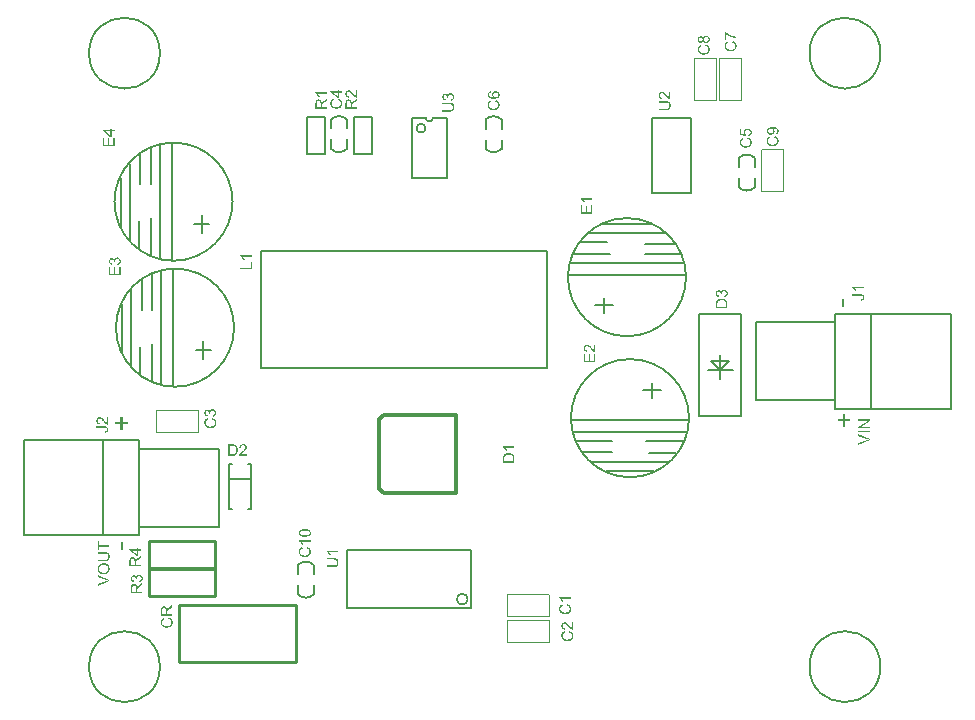
<source format=gto>
G04*
G04 #@! TF.GenerationSoftware,Altium Limited,Altium Designer,18.1.9 (240)*
G04*
G04 Layer_Color=65535*
%FSLAX25Y25*%
%MOIN*%
G70*
G01*
G75*
%ADD10C,0.00787*%
%ADD11C,0.00700*%
%ADD12C,0.00500*%
%ADD13C,0.01000*%
%ADD14C,0.01200*%
%ADD15C,0.00394*%
%ADD16C,0.00800*%
G36*
X251391Y131000D02*
X250605D01*
Y133433D01*
X251391D01*
Y131000D01*
D02*
G37*
G36*
X251707Y93479D02*
X253464D01*
Y92739D01*
X251707D01*
Y91000D01*
X250976D01*
Y92739D01*
X249237D01*
Y93479D01*
X250976D01*
Y95218D01*
X251707D01*
Y93479D01*
D02*
G37*
G36*
X11076Y50000D02*
X10290D01*
Y52433D01*
X11076D01*
Y50000D01*
D02*
G37*
G36*
X10892Y92479D02*
X12649D01*
Y91739D01*
X10892D01*
Y90000D01*
X10161D01*
Y91739D01*
X8422D01*
Y92479D01*
X10161D01*
Y94218D01*
X10892D01*
Y92479D01*
D02*
G37*
G36*
X51145Y85152D02*
X51189Y85146D01*
X51245Y85141D01*
X51306Y85129D01*
X51367Y85118D01*
X51511Y85079D01*
X51656Y85024D01*
X51728Y84991D01*
X51800Y84952D01*
X51866Y84902D01*
X51928Y84847D01*
X51933Y84841D01*
X51944Y84835D01*
X51955Y84813D01*
X51977Y84791D01*
X52005Y84763D01*
X52033Y84724D01*
X52061Y84685D01*
X52094Y84636D01*
X52149Y84530D01*
X52205Y84397D01*
X52227Y84330D01*
X52238Y84253D01*
X52249Y84175D01*
X52255Y84092D01*
Y84081D01*
Y84053D01*
X52249Y84008D01*
X52244Y83947D01*
X52233Y83881D01*
X52211Y83803D01*
X52188Y83720D01*
X52155Y83636D01*
X52149Y83626D01*
X52138Y83598D01*
X52116Y83553D01*
X52083Y83492D01*
X52039Y83426D01*
X51983Y83342D01*
X51916Y83259D01*
X51839Y83165D01*
X51828Y83154D01*
X51800Y83120D01*
X51772Y83093D01*
X51744Y83065D01*
X51711Y83032D01*
X51667Y82987D01*
X51622Y82943D01*
X51567Y82893D01*
X51511Y82837D01*
X51445Y82776D01*
X51372Y82715D01*
X51295Y82643D01*
X51206Y82571D01*
X51117Y82493D01*
X51112Y82488D01*
X51100Y82477D01*
X51078Y82460D01*
X51051Y82438D01*
X51017Y82404D01*
X50978Y82371D01*
X50890Y82299D01*
X50795Y82216D01*
X50706Y82133D01*
X50629Y82060D01*
X50595Y82033D01*
X50568Y82005D01*
X50562Y81999D01*
X50546Y81983D01*
X50523Y81960D01*
X50496Y81927D01*
X50468Y81888D01*
X50435Y81849D01*
X50368Y81755D01*
X52261D01*
Y81300D01*
X49713D01*
Y81306D01*
Y81328D01*
Y81361D01*
X49719Y81405D01*
X49724Y81455D01*
X49735Y81511D01*
X49746Y81566D01*
X49768Y81627D01*
Y81633D01*
X49774Y81638D01*
X49785Y81672D01*
X49807Y81722D01*
X49841Y81788D01*
X49885Y81866D01*
X49941Y81955D01*
X50002Y82044D01*
X50079Y82138D01*
Y82144D01*
X50090Y82149D01*
X50118Y82182D01*
X50168Y82232D01*
X50240Y82305D01*
X50324Y82388D01*
X50429Y82488D01*
X50557Y82599D01*
X50695Y82715D01*
X50701Y82721D01*
X50723Y82737D01*
X50757Y82765D01*
X50795Y82798D01*
X50845Y82843D01*
X50906Y82893D01*
X50967Y82948D01*
X51039Y83009D01*
X51178Y83143D01*
X51317Y83276D01*
X51384Y83342D01*
X51445Y83409D01*
X51500Y83470D01*
X51545Y83531D01*
Y83537D01*
X51556Y83542D01*
X51567Y83559D01*
X51578Y83581D01*
X51617Y83642D01*
X51661Y83714D01*
X51700Y83803D01*
X51739Y83897D01*
X51761Y84003D01*
X51772Y84103D01*
Y84108D01*
Y84114D01*
X51767Y84147D01*
X51761Y84203D01*
X51744Y84264D01*
X51722Y84341D01*
X51683Y84419D01*
X51633Y84497D01*
X51567Y84575D01*
X51556Y84586D01*
X51528Y84608D01*
X51489Y84636D01*
X51428Y84674D01*
X51350Y84708D01*
X51262Y84741D01*
X51156Y84763D01*
X51039Y84769D01*
X51006D01*
X50984Y84763D01*
X50917Y84758D01*
X50840Y84741D01*
X50757Y84719D01*
X50662Y84680D01*
X50573Y84630D01*
X50490Y84563D01*
X50479Y84552D01*
X50457Y84525D01*
X50424Y84480D01*
X50390Y84413D01*
X50351Y84336D01*
X50318Y84236D01*
X50296Y84125D01*
X50285Y83997D01*
X49802Y84047D01*
Y84053D01*
X49807Y84069D01*
Y84097D01*
X49813Y84136D01*
X49824Y84180D01*
X49835Y84230D01*
X49852Y84291D01*
X49869Y84352D01*
X49913Y84486D01*
X49979Y84619D01*
X50018Y84685D01*
X50068Y84752D01*
X50118Y84813D01*
X50174Y84869D01*
X50179Y84874D01*
X50190Y84880D01*
X50207Y84896D01*
X50235Y84913D01*
X50268Y84935D01*
X50307Y84957D01*
X50351Y84985D01*
X50407Y85013D01*
X50468Y85041D01*
X50534Y85068D01*
X50607Y85091D01*
X50684Y85113D01*
X50767Y85129D01*
X50856Y85146D01*
X50951Y85152D01*
X51051Y85157D01*
X51106D01*
X51145Y85152D01*
D02*
G37*
G36*
X47676Y85135D02*
X47787Y85129D01*
X47898Y85118D01*
X48009Y85102D01*
X48104Y85085D01*
X48109D01*
X48120Y85079D01*
X48137D01*
X48159Y85068D01*
X48220Y85052D01*
X48298Y85024D01*
X48387Y84985D01*
X48481Y84935D01*
X48575Y84880D01*
X48664Y84808D01*
X48670Y84802D01*
X48675Y84797D01*
X48692Y84780D01*
X48714Y84763D01*
X48770Y84708D01*
X48836Y84630D01*
X48908Y84536D01*
X48986Y84425D01*
X49058Y84297D01*
X49119Y84153D01*
Y84147D01*
X49125Y84136D01*
X49136Y84114D01*
X49141Y84081D01*
X49158Y84042D01*
X49169Y83997D01*
X49180Y83947D01*
X49197Y83886D01*
X49213Y83825D01*
X49225Y83753D01*
X49252Y83598D01*
X49269Y83426D01*
X49275Y83237D01*
Y83231D01*
Y83220D01*
Y83193D01*
Y83165D01*
X49269Y83126D01*
Y83082D01*
X49264Y82976D01*
X49247Y82854D01*
X49230Y82726D01*
X49202Y82593D01*
X49169Y82460D01*
Y82454D01*
X49164Y82443D01*
X49158Y82427D01*
X49152Y82404D01*
X49130Y82343D01*
X49097Y82266D01*
X49064Y82177D01*
X49019Y82088D01*
X48964Y81994D01*
X48908Y81905D01*
X48903Y81894D01*
X48880Y81866D01*
X48847Y81827D01*
X48803Y81777D01*
X48753Y81722D01*
X48692Y81666D01*
X48631Y81605D01*
X48559Y81555D01*
X48548Y81550D01*
X48525Y81533D01*
X48487Y81511D01*
X48431Y81483D01*
X48364Y81450D01*
X48287Y81422D01*
X48198Y81389D01*
X48098Y81361D01*
X48087D01*
X48070Y81356D01*
X48054Y81350D01*
X47998Y81344D01*
X47920Y81333D01*
X47832Y81322D01*
X47726Y81311D01*
X47610Y81306D01*
X47482Y81300D01*
X46100D01*
Y85141D01*
X47576D01*
X47676Y85135D01*
D02*
G37*
G36*
X27500Y30771D02*
X26701Y30266D01*
X26695D01*
X26684Y30255D01*
X26667Y30244D01*
X26645Y30227D01*
X26584Y30188D01*
X26507Y30138D01*
X26423Y30077D01*
X26335Y30016D01*
X26251Y29955D01*
X26174Y29900D01*
X26168Y29894D01*
X26146Y29877D01*
X26112Y29850D01*
X26074Y29811D01*
X25990Y29728D01*
X25951Y29683D01*
X25918Y29639D01*
X25913Y29633D01*
X25907Y29622D01*
X25896Y29600D01*
X25879Y29567D01*
X25863Y29533D01*
X25846Y29495D01*
X25818Y29406D01*
Y29400D01*
X25813Y29389D01*
Y29367D01*
X25807Y29339D01*
X25802Y29300D01*
Y29256D01*
X25796Y29195D01*
Y28540D01*
X27500D01*
Y28029D01*
X23659D01*
Y29811D01*
X23665Y29855D01*
Y29905D01*
X23671Y30022D01*
X23687Y30144D01*
X23704Y30277D01*
X23731Y30399D01*
X23748Y30460D01*
X23765Y30510D01*
Y30516D01*
X23770Y30521D01*
X23787Y30555D01*
X23809Y30604D01*
X23848Y30666D01*
X23898Y30732D01*
X23965Y30804D01*
X24042Y30871D01*
X24131Y30937D01*
X24137D01*
X24142Y30943D01*
X24176Y30965D01*
X24231Y30988D01*
X24303Y31021D01*
X24386Y31049D01*
X24486Y31076D01*
X24592Y31093D01*
X24708Y31098D01*
X24714D01*
X24725D01*
X24747D01*
X24775Y31093D01*
X24814D01*
X24853Y31087D01*
X24947Y31065D01*
X25058Y31032D01*
X25174Y30988D01*
X25291Y30921D01*
X25347Y30876D01*
X25402Y30832D01*
X25408Y30827D01*
X25413Y30821D01*
X25430Y30804D01*
X25447Y30782D01*
X25469Y30754D01*
X25491Y30721D01*
X25519Y30677D01*
X25552Y30632D01*
X25580Y30577D01*
X25607Y30516D01*
X25641Y30449D01*
X25668Y30377D01*
X25691Y30294D01*
X25719Y30210D01*
X25735Y30116D01*
X25752Y30016D01*
X25757Y30027D01*
X25768Y30049D01*
X25791Y30083D01*
X25813Y30127D01*
X25874Y30227D01*
X25913Y30277D01*
X25946Y30321D01*
X25957Y30332D01*
X25985Y30360D01*
X26029Y30405D01*
X26085Y30460D01*
X26162Y30521D01*
X26246Y30593D01*
X26346Y30666D01*
X26457Y30743D01*
X27500Y31404D01*
Y30771D01*
D02*
G37*
G36*
X26312Y27391D02*
X26346Y27380D01*
X26390Y27363D01*
X26440Y27347D01*
X26501Y27325D01*
X26568Y27297D01*
X26640Y27263D01*
X26795Y27186D01*
X26950Y27086D01*
X27028Y27025D01*
X27106Y26964D01*
X27173Y26897D01*
X27239Y26819D01*
X27245Y26814D01*
X27256Y26803D01*
X27267Y26775D01*
X27289Y26747D01*
X27317Y26703D01*
X27345Y26658D01*
X27372Y26597D01*
X27400Y26536D01*
X27433Y26464D01*
X27461Y26386D01*
X27489Y26303D01*
X27517Y26214D01*
X27539Y26120D01*
X27550Y26020D01*
X27561Y25915D01*
X27567Y25804D01*
Y25743D01*
X27561Y25698D01*
Y25648D01*
X27556Y25587D01*
X27544Y25521D01*
X27533Y25443D01*
X27505Y25282D01*
X27461Y25115D01*
X27400Y24949D01*
X27361Y24871D01*
X27317Y24794D01*
X27311Y24788D01*
X27306Y24777D01*
X27289Y24755D01*
X27267Y24733D01*
X27245Y24699D01*
X27211Y24660D01*
X27173Y24616D01*
X27128Y24572D01*
X27078Y24527D01*
X27028Y24477D01*
X26901Y24377D01*
X26751Y24283D01*
X26584Y24200D01*
X26579D01*
X26562Y24189D01*
X26534Y24183D01*
X26501Y24167D01*
X26457Y24155D01*
X26401Y24139D01*
X26340Y24117D01*
X26274Y24100D01*
X26201Y24083D01*
X26118Y24061D01*
X25946Y24033D01*
X25752Y24011D01*
X25552Y24000D01*
X25546D01*
X25524D01*
X25491D01*
X25452Y24005D01*
X25396D01*
X25341Y24011D01*
X25269Y24017D01*
X25197Y24028D01*
X25036Y24056D01*
X24858Y24094D01*
X24681Y24150D01*
X24509Y24227D01*
X24503Y24233D01*
X24486Y24239D01*
X24464Y24250D01*
X24436Y24272D01*
X24398Y24294D01*
X24353Y24322D01*
X24253Y24394D01*
X24142Y24488D01*
X24031Y24599D01*
X23920Y24727D01*
X23826Y24877D01*
X23820Y24882D01*
X23815Y24899D01*
X23804Y24921D01*
X23787Y24949D01*
X23770Y24994D01*
X23754Y25038D01*
X23731Y25093D01*
X23709Y25154D01*
X23687Y25221D01*
X23665Y25293D01*
X23632Y25449D01*
X23604Y25626D01*
X23593Y25809D01*
Y25865D01*
X23598Y25904D01*
X23604Y25954D01*
X23609Y26015D01*
X23615Y26076D01*
X23632Y26148D01*
X23665Y26298D01*
X23715Y26464D01*
X23748Y26547D01*
X23787Y26625D01*
X23837Y26703D01*
X23887Y26781D01*
X23892Y26786D01*
X23898Y26797D01*
X23915Y26819D01*
X23942Y26847D01*
X23970Y26875D01*
X24009Y26914D01*
X24054Y26953D01*
X24098Y26997D01*
X24153Y27041D01*
X24220Y27086D01*
X24286Y27136D01*
X24359Y27180D01*
X24442Y27219D01*
X24525Y27263D01*
X24614Y27297D01*
X24714Y27330D01*
X24830Y26831D01*
X24825D01*
X24814Y26825D01*
X24792Y26814D01*
X24764Y26803D01*
X24731Y26792D01*
X24686Y26775D01*
X24597Y26731D01*
X24498Y26675D01*
X24398Y26608D01*
X24303Y26525D01*
X24220Y26436D01*
X24209Y26425D01*
X24187Y26392D01*
X24159Y26337D01*
X24120Y26264D01*
X24087Y26170D01*
X24054Y26065D01*
X24031Y25937D01*
X24026Y25798D01*
Y25754D01*
X24031Y25726D01*
Y25687D01*
X24037Y25643D01*
X24054Y25537D01*
X24076Y25421D01*
X24114Y25299D01*
X24170Y25171D01*
X24242Y25054D01*
Y25049D01*
X24253Y25043D01*
X24281Y25005D01*
X24325Y24955D01*
X24392Y24893D01*
X24475Y24821D01*
X24570Y24755D01*
X24686Y24694D01*
X24814Y24638D01*
X24819D01*
X24830Y24633D01*
X24847Y24627D01*
X24875Y24622D01*
X24908Y24611D01*
X24947Y24599D01*
X25041Y24583D01*
X25152Y24561D01*
X25274Y24538D01*
X25408Y24527D01*
X25552Y24522D01*
X25558D01*
X25574D01*
X25602D01*
X25635D01*
X25674Y24527D01*
X25724D01*
X25780Y24533D01*
X25841Y24538D01*
X25974Y24555D01*
X26118Y24583D01*
X26262Y24616D01*
X26407Y24660D01*
X26412D01*
X26423Y24666D01*
X26440Y24677D01*
X26468Y24688D01*
X26534Y24722D01*
X26612Y24771D01*
X26701Y24833D01*
X26795Y24910D01*
X26878Y24999D01*
X26956Y25104D01*
Y25110D01*
X26962Y25121D01*
X26973Y25138D01*
X26984Y25160D01*
X26995Y25188D01*
X27012Y25221D01*
X27045Y25299D01*
X27078Y25399D01*
X27106Y25510D01*
X27128Y25632D01*
X27134Y25759D01*
Y25798D01*
X27128Y25831D01*
Y25870D01*
X27123Y25909D01*
X27100Y26009D01*
X27073Y26126D01*
X27028Y26242D01*
X26967Y26364D01*
X26934Y26425D01*
X26890Y26481D01*
X26884Y26486D01*
X26878Y26492D01*
X26862Y26509D01*
X26845Y26531D01*
X26817Y26553D01*
X26784Y26581D01*
X26751Y26614D01*
X26706Y26642D01*
X26656Y26675D01*
X26601Y26714D01*
X26545Y26747D01*
X26479Y26781D01*
X26407Y26808D01*
X26329Y26836D01*
X26246Y26864D01*
X26157Y26886D01*
X26285Y27397D01*
X26290D01*
X26312Y27391D01*
D02*
G37*
G36*
X16079Y50156D02*
X17000D01*
Y49684D01*
X16079D01*
Y48013D01*
X15646D01*
X13159Y49773D01*
Y50156D01*
X15646D01*
Y50677D01*
X16079D01*
Y50156D01*
D02*
G37*
G36*
X17000Y47242D02*
X16201Y46737D01*
X16195D01*
X16184Y46725D01*
X16168Y46714D01*
X16145Y46698D01*
X16084Y46659D01*
X16006Y46609D01*
X15923Y46548D01*
X15834Y46487D01*
X15751Y46426D01*
X15674Y46370D01*
X15668Y46365D01*
X15646Y46348D01*
X15612Y46320D01*
X15574Y46281D01*
X15490Y46198D01*
X15452Y46154D01*
X15418Y46110D01*
X15413Y46104D01*
X15407Y46093D01*
X15396Y46071D01*
X15379Y46037D01*
X15363Y46004D01*
X15346Y45965D01*
X15318Y45876D01*
Y45871D01*
X15313Y45860D01*
Y45838D01*
X15307Y45810D01*
X15302Y45771D01*
Y45726D01*
X15296Y45665D01*
Y45011D01*
X17000D01*
Y44500D01*
X13159D01*
Y46281D01*
X13165Y46326D01*
Y46376D01*
X13171Y46492D01*
X13187Y46615D01*
X13204Y46748D01*
X13231Y46870D01*
X13248Y46931D01*
X13265Y46981D01*
Y46986D01*
X13270Y46992D01*
X13287Y47025D01*
X13309Y47075D01*
X13348Y47136D01*
X13398Y47203D01*
X13465Y47275D01*
X13542Y47342D01*
X13631Y47408D01*
X13637D01*
X13642Y47414D01*
X13676Y47436D01*
X13731Y47458D01*
X13803Y47491D01*
X13886Y47519D01*
X13986Y47547D01*
X14092Y47564D01*
X14208Y47569D01*
X14214D01*
X14225D01*
X14247D01*
X14275Y47564D01*
X14314D01*
X14353Y47558D01*
X14447Y47536D01*
X14558Y47503D01*
X14674Y47458D01*
X14791Y47392D01*
X14847Y47347D01*
X14902Y47303D01*
X14908Y47297D01*
X14913Y47292D01*
X14930Y47275D01*
X14946Y47253D01*
X14969Y47225D01*
X14991Y47192D01*
X15019Y47147D01*
X15052Y47103D01*
X15080Y47047D01*
X15108Y46986D01*
X15141Y46920D01*
X15168Y46848D01*
X15191Y46764D01*
X15218Y46681D01*
X15235Y46587D01*
X15252Y46487D01*
X15257Y46498D01*
X15268Y46520D01*
X15291Y46554D01*
X15313Y46598D01*
X15374Y46698D01*
X15413Y46748D01*
X15446Y46792D01*
X15457Y46803D01*
X15485Y46831D01*
X15529Y46875D01*
X15585Y46931D01*
X15663Y46992D01*
X15746Y47064D01*
X15846Y47136D01*
X15957Y47214D01*
X17000Y47874D01*
Y47242D01*
D02*
G37*
G36*
X16460Y41688D02*
X16504Y41683D01*
X16554Y41672D01*
X16610Y41660D01*
X16671Y41649D01*
X16804Y41605D01*
X16876Y41572D01*
X16942Y41538D01*
X17015Y41494D01*
X17087Y41444D01*
X17159Y41388D01*
X17226Y41322D01*
X17231Y41316D01*
X17242Y41305D01*
X17259Y41283D01*
X17281Y41255D01*
X17309Y41222D01*
X17337Y41178D01*
X17370Y41128D01*
X17398Y41067D01*
X17431Y41006D01*
X17464Y40933D01*
X17492Y40861D01*
X17520Y40778D01*
X17542Y40689D01*
X17559Y40595D01*
X17570Y40501D01*
X17575Y40395D01*
Y40345D01*
X17570Y40312D01*
X17564Y40268D01*
X17559Y40218D01*
X17548Y40162D01*
X17536Y40101D01*
X17503Y39968D01*
X17448Y39829D01*
X17414Y39757D01*
X17375Y39690D01*
X17325Y39624D01*
X17276Y39557D01*
X17270Y39551D01*
X17259Y39540D01*
X17242Y39524D01*
X17220Y39507D01*
X17192Y39479D01*
X17153Y39452D01*
X17115Y39418D01*
X17065Y39385D01*
X17009Y39352D01*
X16954Y39318D01*
X16820Y39257D01*
X16665Y39207D01*
X16582Y39191D01*
X16493Y39180D01*
X16432Y39651D01*
X16438D01*
X16449Y39657D01*
X16471Y39663D01*
X16499Y39668D01*
X16532Y39674D01*
X16571Y39685D01*
X16654Y39713D01*
X16754Y39751D01*
X16848Y39801D01*
X16937Y39857D01*
X17015Y39923D01*
X17020Y39934D01*
X17042Y39957D01*
X17070Y40001D01*
X17098Y40056D01*
X17131Y40123D01*
X17159Y40206D01*
X17181Y40301D01*
X17187Y40401D01*
Y40434D01*
X17181Y40456D01*
X17176Y40517D01*
X17159Y40595D01*
X17131Y40684D01*
X17092Y40778D01*
X17037Y40872D01*
X16959Y40961D01*
X16948Y40972D01*
X16915Y41000D01*
X16865Y41033D01*
X16798Y41078D01*
X16715Y41122D01*
X16621Y41155D01*
X16510Y41183D01*
X16387Y41194D01*
X16382D01*
X16371D01*
X16354D01*
X16332Y41189D01*
X16271Y41183D01*
X16199Y41167D01*
X16110Y41144D01*
X16021Y41105D01*
X15932Y41050D01*
X15849Y40978D01*
X15838Y40967D01*
X15816Y40939D01*
X15783Y40895D01*
X15744Y40834D01*
X15705Y40756D01*
X15672Y40661D01*
X15649Y40556D01*
X15638Y40440D01*
Y40390D01*
X15644Y40351D01*
X15649Y40301D01*
X15661Y40245D01*
X15672Y40179D01*
X15688Y40106D01*
X15272Y40162D01*
Y40190D01*
X15278Y40212D01*
Y40284D01*
X15266Y40345D01*
X15255Y40417D01*
X15239Y40501D01*
X15211Y40595D01*
X15172Y40684D01*
X15122Y40778D01*
Y40784D01*
X15117Y40789D01*
X15094Y40817D01*
X15055Y40856D01*
X15006Y40900D01*
X14933Y40944D01*
X14850Y40983D01*
X14756Y41011D01*
X14700Y41022D01*
X14639D01*
X14634D01*
X14628D01*
X14595D01*
X14550Y41011D01*
X14489Y41000D01*
X14423Y40978D01*
X14351Y40950D01*
X14278Y40906D01*
X14212Y40845D01*
X14206Y40839D01*
X14184Y40811D01*
X14156Y40773D01*
X14123Y40723D01*
X14095Y40656D01*
X14068Y40578D01*
X14045Y40489D01*
X14040Y40390D01*
Y40345D01*
X14051Y40295D01*
X14062Y40229D01*
X14084Y40156D01*
X14112Y40084D01*
X14156Y40007D01*
X14212Y39934D01*
X14218Y39929D01*
X14245Y39907D01*
X14284Y39873D01*
X14340Y39835D01*
X14412Y39796D01*
X14501Y39757D01*
X14606Y39724D01*
X14728Y39701D01*
X14645Y39230D01*
X14639D01*
X14623Y39235D01*
X14600Y39241D01*
X14567Y39246D01*
X14528Y39257D01*
X14484Y39274D01*
X14378Y39307D01*
X14256Y39363D01*
X14134Y39429D01*
X14018Y39513D01*
X13912Y39618D01*
X13907Y39624D01*
X13901Y39635D01*
X13890Y39651D01*
X13873Y39674D01*
X13851Y39701D01*
X13829Y39740D01*
X13807Y39779D01*
X13779Y39829D01*
X13735Y39940D01*
X13690Y40068D01*
X13663Y40218D01*
X13651Y40295D01*
Y40434D01*
X13657Y40495D01*
X13668Y40567D01*
X13685Y40656D01*
X13712Y40756D01*
X13746Y40856D01*
X13790Y40956D01*
Y40961D01*
X13796Y40967D01*
X13812Y41000D01*
X13846Y41050D01*
X13884Y41105D01*
X13940Y41172D01*
X14001Y41239D01*
X14073Y41305D01*
X14156Y41361D01*
X14167Y41366D01*
X14195Y41383D01*
X14245Y41405D01*
X14306Y41433D01*
X14378Y41461D01*
X14462Y41483D01*
X14556Y41500D01*
X14650Y41505D01*
X14661D01*
X14695D01*
X14739Y41500D01*
X14800Y41489D01*
X14872Y41472D01*
X14950Y41444D01*
X15028Y41411D01*
X15105Y41366D01*
X15117Y41361D01*
X15139Y41344D01*
X15178Y41311D01*
X15222Y41266D01*
X15272Y41211D01*
X15327Y41144D01*
X15377Y41067D01*
X15427Y40972D01*
Y40978D01*
X15433Y40989D01*
X15439Y41006D01*
X15444Y41028D01*
X15466Y41089D01*
X15499Y41167D01*
X15544Y41255D01*
X15599Y41344D01*
X15672Y41427D01*
X15755Y41505D01*
X15766Y41511D01*
X15799Y41533D01*
X15855Y41566D01*
X15927Y41600D01*
X16016Y41633D01*
X16121Y41666D01*
X16243Y41688D01*
X16376Y41694D01*
X16382D01*
X16399D01*
X16426D01*
X16460Y41688D01*
D02*
G37*
G36*
X17509Y38242D02*
X16709Y37737D01*
X16704D01*
X16693Y37725D01*
X16676Y37714D01*
X16654Y37698D01*
X16593Y37659D01*
X16515Y37609D01*
X16432Y37548D01*
X16343Y37487D01*
X16260Y37426D01*
X16182Y37370D01*
X16177Y37365D01*
X16154Y37348D01*
X16121Y37320D01*
X16082Y37282D01*
X15999Y37198D01*
X15960Y37154D01*
X15927Y37110D01*
X15921Y37104D01*
X15916Y37093D01*
X15905Y37071D01*
X15888Y37037D01*
X15871Y37004D01*
X15855Y36965D01*
X15827Y36876D01*
Y36871D01*
X15821Y36860D01*
Y36838D01*
X15816Y36810D01*
X15810Y36771D01*
Y36726D01*
X15805Y36665D01*
Y36011D01*
X17509D01*
Y35500D01*
X13668D01*
Y37282D01*
X13674Y37326D01*
Y37376D01*
X13679Y37492D01*
X13696Y37615D01*
X13712Y37748D01*
X13740Y37870D01*
X13757Y37931D01*
X13773Y37981D01*
Y37986D01*
X13779Y37992D01*
X13796Y38025D01*
X13818Y38075D01*
X13857Y38136D01*
X13907Y38203D01*
X13973Y38275D01*
X14051Y38342D01*
X14140Y38408D01*
X14145D01*
X14151Y38414D01*
X14184Y38436D01*
X14240Y38458D01*
X14312Y38491D01*
X14395Y38519D01*
X14495Y38547D01*
X14600Y38564D01*
X14717Y38569D01*
X14723D01*
X14734D01*
X14756D01*
X14784Y38564D01*
X14822D01*
X14861Y38558D01*
X14956Y38536D01*
X15067Y38503D01*
X15183Y38458D01*
X15300Y38392D01*
X15355Y38347D01*
X15411Y38303D01*
X15416Y38297D01*
X15422Y38292D01*
X15439Y38275D01*
X15455Y38253D01*
X15477Y38225D01*
X15499Y38192D01*
X15527Y38147D01*
X15561Y38103D01*
X15588Y38047D01*
X15616Y37986D01*
X15649Y37920D01*
X15677Y37848D01*
X15699Y37764D01*
X15727Y37681D01*
X15744Y37587D01*
X15760Y37487D01*
X15766Y37498D01*
X15777Y37520D01*
X15799Y37554D01*
X15821Y37598D01*
X15882Y37698D01*
X15921Y37748D01*
X15955Y37792D01*
X15966Y37803D01*
X15993Y37831D01*
X16038Y37875D01*
X16093Y37931D01*
X16171Y37992D01*
X16254Y38064D01*
X16354Y38136D01*
X16465Y38214D01*
X17509Y38874D01*
Y38242D01*
D02*
G37*
G36*
X6000Y91697D02*
X5994D01*
X5972D01*
X5939D01*
X5895Y91703D01*
X5845Y91708D01*
X5789Y91720D01*
X5734Y91731D01*
X5672Y91753D01*
X5667D01*
X5661Y91758D01*
X5628Y91769D01*
X5578Y91792D01*
X5512Y91825D01*
X5434Y91869D01*
X5345Y91925D01*
X5256Y91986D01*
X5162Y92064D01*
X5156D01*
X5151Y92075D01*
X5117Y92102D01*
X5068Y92152D01*
X4995Y92225D01*
X4912Y92308D01*
X4812Y92413D01*
X4701Y92541D01*
X4585Y92680D01*
X4579Y92685D01*
X4563Y92707D01*
X4535Y92741D01*
X4501Y92779D01*
X4457Y92830D01*
X4407Y92891D01*
X4352Y92952D01*
X4291Y93024D01*
X4157Y93163D01*
X4024Y93301D01*
X3958Y93368D01*
X3891Y93429D01*
X3830Y93484D01*
X3769Y93529D01*
X3763D01*
X3758Y93540D01*
X3741Y93551D01*
X3719Y93562D01*
X3658Y93601D01*
X3586Y93645D01*
X3497Y93684D01*
X3403Y93723D01*
X3297Y93745D01*
X3197Y93756D01*
X3192D01*
X3186D01*
X3153Y93751D01*
X3097Y93745D01*
X3036Y93729D01*
X2959Y93706D01*
X2881Y93668D01*
X2803Y93618D01*
X2726Y93551D01*
X2714Y93540D01*
X2692Y93512D01*
X2664Y93473D01*
X2626Y93412D01*
X2592Y93335D01*
X2559Y93246D01*
X2537Y93140D01*
X2531Y93024D01*
Y92990D01*
X2537Y92968D01*
X2542Y92902D01*
X2559Y92824D01*
X2581Y92741D01*
X2620Y92646D01*
X2670Y92558D01*
X2737Y92474D01*
X2748Y92463D01*
X2775Y92441D01*
X2820Y92408D01*
X2886Y92374D01*
X2964Y92336D01*
X3064Y92302D01*
X3175Y92280D01*
X3303Y92269D01*
X3253Y91786D01*
X3247D01*
X3231Y91792D01*
X3203D01*
X3164Y91797D01*
X3119Y91808D01*
X3070Y91819D01*
X3008Y91836D01*
X2947Y91853D01*
X2814Y91897D01*
X2681Y91964D01*
X2615Y92002D01*
X2548Y92053D01*
X2487Y92102D01*
X2431Y92158D01*
X2426Y92163D01*
X2420Y92175D01*
X2404Y92191D01*
X2387Y92219D01*
X2365Y92252D01*
X2342Y92291D01*
X2315Y92336D01*
X2287Y92391D01*
X2259Y92452D01*
X2232Y92519D01*
X2209Y92591D01*
X2187Y92669D01*
X2170Y92752D01*
X2154Y92841D01*
X2148Y92935D01*
X2143Y93035D01*
Y93090D01*
X2148Y93129D01*
X2154Y93174D01*
X2159Y93229D01*
X2170Y93290D01*
X2182Y93351D01*
X2220Y93496D01*
X2276Y93640D01*
X2309Y93712D01*
X2348Y93784D01*
X2398Y93851D01*
X2454Y93912D01*
X2459Y93917D01*
X2465Y93928D01*
X2487Y93940D01*
X2509Y93962D01*
X2537Y93989D01*
X2576Y94017D01*
X2615Y94045D01*
X2664Y94078D01*
X2770Y94134D01*
X2903Y94189D01*
X2970Y94212D01*
X3047Y94223D01*
X3125Y94234D01*
X3208Y94239D01*
X3219D01*
X3247D01*
X3292Y94234D01*
X3353Y94228D01*
X3419Y94217D01*
X3497Y94195D01*
X3580Y94173D01*
X3664Y94139D01*
X3675Y94134D01*
X3702Y94123D01*
X3747Y94100D01*
X3808Y94067D01*
X3874Y94023D01*
X3958Y93967D01*
X4041Y93901D01*
X4135Y93823D01*
X4146Y93812D01*
X4180Y93784D01*
X4207Y93756D01*
X4235Y93729D01*
X4268Y93695D01*
X4313Y93651D01*
X4357Y93607D01*
X4407Y93551D01*
X4463Y93496D01*
X4524Y93429D01*
X4585Y93357D01*
X4657Y93279D01*
X4729Y93190D01*
X4807Y93101D01*
X4812Y93096D01*
X4823Y93085D01*
X4840Y93063D01*
X4862Y93035D01*
X4896Y93002D01*
X4929Y92963D01*
X5001Y92874D01*
X5084Y92779D01*
X5167Y92691D01*
X5240Y92613D01*
X5267Y92580D01*
X5295Y92552D01*
X5301Y92546D01*
X5317Y92530D01*
X5339Y92508D01*
X5373Y92480D01*
X5412Y92452D01*
X5451Y92419D01*
X5545Y92352D01*
Y94245D01*
X6000D01*
Y91697D01*
D02*
G37*
G36*
X4901Y91120D02*
X4945D01*
X5051Y91109D01*
X5173Y91098D01*
X5301Y91076D01*
X5417Y91042D01*
X5528Y91004D01*
X5534D01*
X5539Y90998D01*
X5573Y90981D01*
X5617Y90954D01*
X5678Y90915D01*
X5739Y90859D01*
X5806Y90798D01*
X5872Y90720D01*
X5928Y90632D01*
X5933Y90621D01*
X5950Y90587D01*
X5972Y90537D01*
X5994Y90465D01*
X6022Y90376D01*
X6044Y90276D01*
X6061Y90166D01*
X6067Y90043D01*
Y89993D01*
X6061Y89960D01*
X6055Y89916D01*
X6050Y89871D01*
X6028Y89755D01*
X5994Y89633D01*
X5945Y89505D01*
X5911Y89438D01*
X5872Y89377D01*
X5828Y89322D01*
X5778Y89266D01*
X5772Y89261D01*
X5767Y89255D01*
X5745Y89244D01*
X5723Y89227D01*
X5695Y89205D01*
X5656Y89183D01*
X5612Y89161D01*
X5562Y89133D01*
X5506Y89111D01*
X5440Y89089D01*
X5373Y89067D01*
X5295Y89044D01*
X5212Y89033D01*
X5117Y89017D01*
X5023Y89011D01*
X4918D01*
X4851Y89472D01*
X4857D01*
X4868D01*
X4890D01*
X4923Y89477D01*
X4957Y89483D01*
X4995D01*
X5090Y89499D01*
X5190Y89516D01*
X5290Y89549D01*
X5378Y89583D01*
X5417Y89605D01*
X5451Y89633D01*
X5456Y89638D01*
X5473Y89661D01*
X5500Y89694D01*
X5528Y89738D01*
X5562Y89799D01*
X5584Y89866D01*
X5606Y89949D01*
X5612Y90038D01*
Y90071D01*
X5606Y90104D01*
X5600Y90154D01*
X5589Y90204D01*
X5578Y90260D01*
X5556Y90315D01*
X5528Y90371D01*
X5523Y90376D01*
X5512Y90393D01*
X5489Y90415D01*
X5467Y90449D01*
X5428Y90476D01*
X5390Y90510D01*
X5345Y90537D01*
X5290Y90560D01*
X5284D01*
X5262Y90571D01*
X5223Y90576D01*
X5173Y90587D01*
X5107Y90598D01*
X5023Y90604D01*
X4923Y90615D01*
X4807D01*
X2159D01*
Y91126D01*
X4779D01*
X4785D01*
X4801D01*
X4823D01*
X4857D01*
X4901Y91120D01*
D02*
G37*
G36*
X3115Y51509D02*
X6500D01*
Y50998D01*
X3115D01*
Y49733D01*
X2659D01*
Y52774D01*
X3115D01*
Y51509D01*
D02*
G37*
G36*
X5024Y49167D02*
X5079D01*
X5146Y49161D01*
X5212Y49156D01*
X5362Y49139D01*
X5518Y49117D01*
X5667Y49083D01*
X5740Y49061D01*
X5806Y49039D01*
X5812D01*
X5823Y49033D01*
X5839Y49022D01*
X5862Y49011D01*
X5923Y48978D01*
X6001Y48928D01*
X6089Y48861D01*
X6178Y48784D01*
X6272Y48684D01*
X6356Y48562D01*
Y48556D01*
X6367Y48545D01*
X6372Y48528D01*
X6389Y48501D01*
X6406Y48467D01*
X6422Y48423D01*
X6439Y48379D01*
X6461Y48323D01*
X6483Y48262D01*
X6500Y48195D01*
X6517Y48123D01*
X6533Y48040D01*
X6544Y47957D01*
X6555Y47868D01*
X6567Y47668D01*
Y47618D01*
X6561Y47579D01*
Y47535D01*
X6555Y47479D01*
X6550Y47418D01*
X6544Y47357D01*
X6522Y47218D01*
X6489Y47069D01*
X6444Y46924D01*
X6383Y46786D01*
Y46780D01*
X6372Y46769D01*
X6361Y46752D01*
X6350Y46730D01*
X6306Y46669D01*
X6245Y46597D01*
X6167Y46514D01*
X6078Y46436D01*
X5967Y46358D01*
X5845Y46297D01*
X5839D01*
X5829Y46292D01*
X5806Y46286D01*
X5779Y46275D01*
X5745Y46264D01*
X5701Y46253D01*
X5651Y46236D01*
X5590Y46225D01*
X5523Y46214D01*
X5451Y46197D01*
X5373Y46186D01*
X5290Y46175D01*
X5196Y46164D01*
X5096Y46158D01*
X4990Y46153D01*
X4879D01*
X2659D01*
Y46663D01*
X4879D01*
X4885D01*
X4902D01*
X4929D01*
X4963D01*
X5001Y46669D01*
X5051D01*
X5157Y46675D01*
X5279Y46686D01*
X5401Y46702D01*
X5518Y46725D01*
X5568Y46736D01*
X5618Y46752D01*
X5629Y46758D01*
X5656Y46769D01*
X5695Y46797D01*
X5751Y46830D01*
X5806Y46869D01*
X5867Y46924D01*
X5928Y46991D01*
X5978Y47069D01*
X5984Y47080D01*
X6001Y47107D01*
X6017Y47157D01*
X6039Y47224D01*
X6067Y47302D01*
X6084Y47402D01*
X6100Y47507D01*
X6106Y47624D01*
Y47679D01*
X6100Y47712D01*
Y47763D01*
X6095Y47812D01*
X6073Y47934D01*
X6045Y48068D01*
X6001Y48195D01*
X5940Y48318D01*
X5901Y48373D01*
X5856Y48423D01*
X5851Y48428D01*
X5845Y48434D01*
X5829Y48445D01*
X5806Y48462D01*
X5773Y48478D01*
X5740Y48501D01*
X5690Y48523D01*
X5640Y48545D01*
X5579Y48567D01*
X5507Y48584D01*
X5423Y48606D01*
X5334Y48623D01*
X5235Y48639D01*
X5129Y48651D01*
X5007Y48662D01*
X4879D01*
X2659D01*
Y49172D01*
X4879D01*
X4885D01*
X4907D01*
X4935D01*
X4974D01*
X5024Y49167D01*
D02*
G37*
G36*
X4691Y45487D02*
X4741D01*
X4802Y45481D01*
X4868Y45470D01*
X4940Y45465D01*
X5101Y45437D01*
X5279Y45393D01*
X5457Y45331D01*
X5545Y45298D01*
X5634Y45254D01*
X5640D01*
X5656Y45243D01*
X5679Y45232D01*
X5712Y45209D01*
X5751Y45187D01*
X5790Y45160D01*
X5895Y45082D01*
X6006Y44987D01*
X6123Y44876D01*
X6234Y44743D01*
X6334Y44588D01*
Y44582D01*
X6345Y44571D01*
X6356Y44543D01*
X6372Y44510D01*
X6389Y44471D01*
X6406Y44427D01*
X6428Y44371D01*
X6450Y44310D01*
X6472Y44244D01*
X6494Y44172D01*
X6528Y44011D01*
X6555Y43839D01*
X6567Y43655D01*
Y43600D01*
X6561Y43567D01*
Y43517D01*
X6550Y43461D01*
X6544Y43400D01*
X6533Y43328D01*
X6500Y43178D01*
X6456Y43017D01*
X6389Y42851D01*
X6350Y42768D01*
X6306Y42684D01*
X6300Y42679D01*
X6295Y42667D01*
X6278Y42645D01*
X6256Y42612D01*
X6234Y42579D01*
X6200Y42540D01*
X6117Y42445D01*
X6017Y42340D01*
X5895Y42229D01*
X5756Y42129D01*
X5595Y42035D01*
X5590D01*
X5573Y42024D01*
X5551Y42013D01*
X5518Y42002D01*
X5473Y41985D01*
X5423Y41968D01*
X5368Y41946D01*
X5307Y41929D01*
X5235Y41907D01*
X5162Y41885D01*
X4996Y41852D01*
X4824Y41829D01*
X4635Y41818D01*
X4630D01*
X4624D01*
X4591D01*
X4541Y41824D01*
X4474D01*
X4397Y41835D01*
X4302Y41846D01*
X4197Y41863D01*
X4086Y41885D01*
X3969Y41907D01*
X3847Y41941D01*
X3725Y41985D01*
X3597Y42035D01*
X3475Y42090D01*
X3353Y42162D01*
X3242Y42240D01*
X3137Y42329D01*
X3131Y42335D01*
X3115Y42351D01*
X3087Y42384D01*
X3053Y42423D01*
X3009Y42473D01*
X2965Y42534D01*
X2915Y42606D01*
X2865Y42690D01*
X2815Y42779D01*
X2765Y42878D01*
X2720Y42989D01*
X2676Y43106D01*
X2643Y43234D01*
X2615Y43367D01*
X2598Y43506D01*
X2593Y43655D01*
Y43705D01*
X2598Y43744D01*
Y43794D01*
X2604Y43844D01*
X2615Y43911D01*
X2626Y43977D01*
X2654Y44122D01*
X2698Y44288D01*
X2765Y44449D01*
X2804Y44532D01*
X2848Y44616D01*
X2854Y44621D01*
X2859Y44632D01*
X2876Y44655D01*
X2892Y44688D01*
X2920Y44721D01*
X2953Y44765D01*
X3031Y44860D01*
X3131Y44960D01*
X3253Y45071D01*
X3398Y45176D01*
X3559Y45265D01*
X3564D01*
X3581Y45276D01*
X3603Y45287D01*
X3636Y45298D01*
X3681Y45320D01*
X3731Y45337D01*
X3792Y45359D01*
X3858Y45382D01*
X3930Y45398D01*
X4008Y45420D01*
X4097Y45443D01*
X4186Y45459D01*
X4380Y45481D01*
X4591Y45493D01*
X4596D01*
X4619D01*
X4646D01*
X4691Y45487D01*
D02*
G37*
G36*
X6500Y40015D02*
Y39482D01*
X2659Y37995D01*
Y38550D01*
X5451Y39549D01*
X5457D01*
X5468Y39554D01*
X5484Y39560D01*
X5507Y39571D01*
X5540Y39576D01*
X5573Y39587D01*
X5656Y39615D01*
X5751Y39648D01*
X5856Y39682D01*
X6078Y39748D01*
X6073D01*
X6061Y39754D01*
X6045Y39759D01*
X6023Y39765D01*
X5962Y39781D01*
X5878Y39809D01*
X5784Y39837D01*
X5679Y39870D01*
X5568Y39909D01*
X5451Y39954D01*
X2659Y40997D01*
Y41513D01*
X6500Y40015D01*
D02*
G37*
G36*
X71821Y56822D02*
X71887D01*
X71960Y56817D01*
X72037Y56811D01*
X72215Y56794D01*
X72398Y56767D01*
X72576Y56733D01*
X72659Y56711D01*
X72742Y56683D01*
X72748D01*
X72759Y56678D01*
X72781Y56667D01*
X72809Y56656D01*
X72848Y56645D01*
X72886Y56622D01*
X72981Y56578D01*
X73081Y56523D01*
X73192Y56450D01*
X73291Y56367D01*
X73386Y56267D01*
Y56262D01*
X73397Y56256D01*
X73408Y56239D01*
X73419Y56217D01*
X73436Y56189D01*
X73458Y56162D01*
X73497Y56078D01*
X73536Y55979D01*
X73575Y55862D01*
X73597Y55723D01*
X73608Y55573D01*
Y55518D01*
X73602Y55479D01*
X73597Y55435D01*
X73586Y55379D01*
X73575Y55318D01*
X73558Y55251D01*
X73536Y55185D01*
X73514Y55113D01*
X73480Y55041D01*
X73441Y54968D01*
X73397Y54896D01*
X73342Y54824D01*
X73280Y54758D01*
X73214Y54697D01*
X73208Y54691D01*
X73192Y54680D01*
X73164Y54663D01*
X73119Y54636D01*
X73070Y54608D01*
X73003Y54580D01*
X72925Y54541D01*
X72837Y54508D01*
X72737Y54475D01*
X72620Y54441D01*
X72492Y54408D01*
X72348Y54380D01*
X72193Y54352D01*
X72026Y54336D01*
X71843Y54325D01*
X71649Y54319D01*
X71643D01*
X71621D01*
X71582D01*
X71538D01*
X71477Y54325D01*
X71410D01*
X71338Y54330D01*
X71255Y54336D01*
X71083Y54352D01*
X70899Y54380D01*
X70716Y54413D01*
X70633Y54436D01*
X70550Y54458D01*
X70544D01*
X70533Y54463D01*
X70511Y54475D01*
X70483Y54486D01*
X70444Y54497D01*
X70406Y54519D01*
X70311Y54563D01*
X70211Y54619D01*
X70106Y54691D01*
X70000Y54774D01*
X69912Y54874D01*
Y54880D01*
X69901Y54885D01*
X69889Y54902D01*
X69878Y54924D01*
X69856Y54952D01*
X69839Y54985D01*
X69795Y55068D01*
X69756Y55168D01*
X69717Y55285D01*
X69695Y55424D01*
X69684Y55573D01*
Y55623D01*
X69690Y55684D01*
X69701Y55757D01*
X69717Y55840D01*
X69740Y55929D01*
X69767Y56023D01*
X69812Y56112D01*
Y56117D01*
X69817Y56123D01*
X69834Y56151D01*
X69862Y56195D01*
X69901Y56251D01*
X69956Y56312D01*
X70017Y56378D01*
X70089Y56439D01*
X70173Y56500D01*
X70184Y56506D01*
X70211Y56528D01*
X70261Y56550D01*
X70333Y56589D01*
X70417Y56622D01*
X70511Y56667D01*
X70622Y56706D01*
X70744Y56739D01*
X70750D01*
X70761Y56744D01*
X70777Y56750D01*
X70805Y56756D01*
X70838Y56761D01*
X70877Y56767D01*
X70927Y56778D01*
X70983Y56783D01*
X71044Y56794D01*
X71110Y56800D01*
X71188Y56805D01*
X71266Y56817D01*
X71355Y56822D01*
X71443D01*
X71543Y56828D01*
X71649D01*
X71654D01*
X71676D01*
X71715D01*
X71760D01*
X71821Y56822D01*
D02*
G37*
G36*
X73541Y52637D02*
X70539D01*
X70544Y52632D01*
X70566Y52604D01*
X70600Y52571D01*
X70639Y52515D01*
X70689Y52454D01*
X70744Y52377D01*
X70805Y52288D01*
X70866Y52188D01*
Y52182D01*
X70872Y52177D01*
X70894Y52144D01*
X70922Y52088D01*
X70955Y52021D01*
X70994Y51944D01*
X71033Y51860D01*
X71072Y51777D01*
X71105Y51694D01*
X70650D01*
Y51700D01*
X70639Y51711D01*
X70633Y51733D01*
X70616Y51761D01*
X70600Y51794D01*
X70578Y51833D01*
X70522Y51927D01*
X70461Y52038D01*
X70383Y52149D01*
X70295Y52266D01*
X70200Y52382D01*
X70195Y52388D01*
X70189Y52393D01*
X70173Y52410D01*
X70156Y52432D01*
X70100Y52482D01*
X70034Y52549D01*
X69956Y52615D01*
X69867Y52687D01*
X69778Y52749D01*
X69684Y52804D01*
Y53109D01*
X73541D01*
Y52637D01*
D02*
G37*
G36*
X72354Y50895D02*
X72387Y50884D01*
X72431Y50867D01*
X72481Y50850D01*
X72542Y50828D01*
X72609Y50800D01*
X72681Y50767D01*
X72837Y50689D01*
X72992Y50590D01*
X73070Y50528D01*
X73147Y50467D01*
X73214Y50401D01*
X73280Y50323D01*
X73286Y50318D01*
X73297Y50306D01*
X73308Y50279D01*
X73330Y50251D01*
X73358Y50207D01*
X73386Y50162D01*
X73414Y50101D01*
X73441Y50040D01*
X73475Y49968D01*
X73502Y49890D01*
X73530Y49807D01*
X73558Y49718D01*
X73580Y49624D01*
X73591Y49524D01*
X73602Y49419D01*
X73608Y49308D01*
Y49246D01*
X73602Y49202D01*
Y49152D01*
X73597Y49091D01*
X73586Y49024D01*
X73575Y48947D01*
X73547Y48786D01*
X73502Y48619D01*
X73441Y48453D01*
X73403Y48375D01*
X73358Y48297D01*
X73353Y48292D01*
X73347Y48281D01*
X73330Y48259D01*
X73308Y48236D01*
X73286Y48203D01*
X73253Y48164D01*
X73214Y48120D01*
X73169Y48075D01*
X73119Y48031D01*
X73070Y47981D01*
X72942Y47881D01*
X72792Y47787D01*
X72625Y47703D01*
X72620D01*
X72603Y47692D01*
X72576Y47687D01*
X72542Y47670D01*
X72498Y47659D01*
X72442Y47642D01*
X72381Y47620D01*
X72315Y47604D01*
X72243Y47587D01*
X72159Y47565D01*
X71987Y47537D01*
X71793Y47515D01*
X71593Y47504D01*
X71588D01*
X71566D01*
X71532D01*
X71493Y47509D01*
X71438D01*
X71382Y47515D01*
X71310Y47520D01*
X71238Y47532D01*
X71077Y47559D01*
X70899Y47598D01*
X70722Y47654D01*
X70550Y47731D01*
X70544Y47737D01*
X70528Y47742D01*
X70505Y47753D01*
X70478Y47776D01*
X70439Y47798D01*
X70394Y47826D01*
X70295Y47898D01*
X70184Y47992D01*
X70073Y48103D01*
X69962Y48231D01*
X69867Y48381D01*
X69862Y48386D01*
X69856Y48403D01*
X69845Y48425D01*
X69828Y48453D01*
X69812Y48497D01*
X69795Y48542D01*
X69773Y48597D01*
X69751Y48658D01*
X69728Y48725D01*
X69706Y48797D01*
X69673Y48952D01*
X69645Y49130D01*
X69634Y49313D01*
Y49369D01*
X69640Y49407D01*
X69645Y49457D01*
X69651Y49518D01*
X69656Y49579D01*
X69673Y49652D01*
X69706Y49801D01*
X69756Y49968D01*
X69789Y50051D01*
X69828Y50129D01*
X69878Y50207D01*
X69928Y50284D01*
X69934Y50290D01*
X69939Y50301D01*
X69956Y50323D01*
X69984Y50351D01*
X70012Y50379D01*
X70050Y50418D01*
X70095Y50456D01*
X70139Y50501D01*
X70195Y50545D01*
X70261Y50590D01*
X70328Y50639D01*
X70400Y50684D01*
X70483Y50723D01*
X70566Y50767D01*
X70655Y50800D01*
X70755Y50834D01*
X70872Y50334D01*
X70866D01*
X70855Y50329D01*
X70833Y50318D01*
X70805Y50306D01*
X70772Y50295D01*
X70727Y50279D01*
X70639Y50234D01*
X70539Y50179D01*
X70439Y50112D01*
X70345Y50029D01*
X70261Y49940D01*
X70250Y49929D01*
X70228Y49896D01*
X70200Y49840D01*
X70161Y49768D01*
X70128Y49674D01*
X70095Y49568D01*
X70073Y49441D01*
X70067Y49302D01*
Y49257D01*
X70073Y49230D01*
Y49191D01*
X70078Y49147D01*
X70095Y49041D01*
X70117Y48924D01*
X70156Y48802D01*
X70211Y48675D01*
X70284Y48558D01*
Y48553D01*
X70295Y48547D01*
X70322Y48508D01*
X70367Y48458D01*
X70433Y48397D01*
X70517Y48325D01*
X70611Y48259D01*
X70727Y48197D01*
X70855Y48142D01*
X70861D01*
X70872Y48136D01*
X70888Y48131D01*
X70916Y48125D01*
X70950Y48114D01*
X70988Y48103D01*
X71083Y48087D01*
X71194Y48064D01*
X71316Y48042D01*
X71449Y48031D01*
X71593Y48025D01*
X71599D01*
X71615D01*
X71643D01*
X71676D01*
X71715Y48031D01*
X71765D01*
X71821Y48037D01*
X71882Y48042D01*
X72015Y48059D01*
X72159Y48087D01*
X72304Y48120D01*
X72448Y48164D01*
X72453D01*
X72465Y48170D01*
X72481Y48181D01*
X72509Y48192D01*
X72576Y48225D01*
X72653Y48275D01*
X72742Y48336D01*
X72837Y48414D01*
X72920Y48503D01*
X72997Y48608D01*
Y48614D01*
X73003Y48625D01*
X73014Y48641D01*
X73025Y48664D01*
X73036Y48691D01*
X73053Y48725D01*
X73086Y48802D01*
X73119Y48902D01*
X73147Y49013D01*
X73169Y49135D01*
X73175Y49263D01*
Y49302D01*
X73169Y49335D01*
Y49374D01*
X73164Y49413D01*
X73142Y49513D01*
X73114Y49629D01*
X73070Y49746D01*
X73009Y49868D01*
X72975Y49929D01*
X72931Y49985D01*
X72925Y49990D01*
X72920Y49996D01*
X72903Y50012D01*
X72886Y50034D01*
X72859Y50057D01*
X72825Y50084D01*
X72792Y50118D01*
X72748Y50146D01*
X72698Y50179D01*
X72642Y50218D01*
X72587Y50251D01*
X72520Y50284D01*
X72448Y50312D01*
X72370Y50340D01*
X72287Y50367D01*
X72198Y50390D01*
X72326Y50900D01*
X72331D01*
X72354Y50895D01*
D02*
G37*
G36*
X120298Y202188D02*
X120342Y202183D01*
X120392Y202172D01*
X120447Y202161D01*
X120508Y202149D01*
X120642Y202105D01*
X120714Y202072D01*
X120780Y202038D01*
X120852Y201994D01*
X120925Y201944D01*
X120997Y201889D01*
X121063Y201822D01*
X121069Y201816D01*
X121080Y201805D01*
X121097Y201783D01*
X121119Y201755D01*
X121147Y201722D01*
X121174Y201678D01*
X121208Y201628D01*
X121236Y201567D01*
X121269Y201506D01*
X121302Y201433D01*
X121330Y201361D01*
X121358Y201278D01*
X121380Y201189D01*
X121396Y201095D01*
X121407Y201000D01*
X121413Y200895D01*
Y200845D01*
X121407Y200812D01*
X121402Y200767D01*
X121396Y200717D01*
X121385Y200662D01*
X121374Y200601D01*
X121341Y200468D01*
X121285Y200329D01*
X121252Y200257D01*
X121213Y200190D01*
X121163Y200124D01*
X121113Y200057D01*
X121108Y200051D01*
X121097Y200040D01*
X121080Y200024D01*
X121058Y200007D01*
X121030Y199979D01*
X120991Y199952D01*
X120952Y199918D01*
X120903Y199885D01*
X120847Y199852D01*
X120791Y199818D01*
X120658Y199757D01*
X120503Y199707D01*
X120420Y199691D01*
X120331Y199680D01*
X120270Y200151D01*
X120275D01*
X120286Y200157D01*
X120309Y200163D01*
X120336Y200168D01*
X120370Y200174D01*
X120408Y200185D01*
X120492Y200212D01*
X120592Y200251D01*
X120686Y200301D01*
X120775Y200357D01*
X120852Y200423D01*
X120858Y200434D01*
X120880Y200457D01*
X120908Y200501D01*
X120936Y200556D01*
X120969Y200623D01*
X120997Y200706D01*
X121019Y200801D01*
X121025Y200901D01*
Y200934D01*
X121019Y200956D01*
X121013Y201017D01*
X120997Y201095D01*
X120969Y201184D01*
X120930Y201278D01*
X120875Y201372D01*
X120797Y201461D01*
X120786Y201472D01*
X120753Y201500D01*
X120703Y201533D01*
X120636Y201578D01*
X120553Y201622D01*
X120458Y201655D01*
X120347Y201683D01*
X120225Y201694D01*
X120220D01*
X120209D01*
X120192D01*
X120170Y201689D01*
X120109Y201683D01*
X120037Y201667D01*
X119948Y201644D01*
X119859Y201606D01*
X119770Y201550D01*
X119687Y201478D01*
X119676Y201467D01*
X119654Y201439D01*
X119620Y201395D01*
X119582Y201333D01*
X119543Y201256D01*
X119509Y201162D01*
X119487Y201056D01*
X119476Y200939D01*
Y200890D01*
X119482Y200851D01*
X119487Y200801D01*
X119498Y200745D01*
X119509Y200679D01*
X119526Y200606D01*
X119110Y200662D01*
Y200690D01*
X119115Y200712D01*
Y200784D01*
X119104Y200845D01*
X119093Y200917D01*
X119077Y201000D01*
X119049Y201095D01*
X119010Y201184D01*
X118960Y201278D01*
Y201284D01*
X118954Y201289D01*
X118932Y201317D01*
X118893Y201356D01*
X118843Y201400D01*
X118771Y201445D01*
X118688Y201483D01*
X118594Y201511D01*
X118538Y201522D01*
X118477D01*
X118472D01*
X118466D01*
X118433D01*
X118388Y201511D01*
X118327Y201500D01*
X118261Y201478D01*
X118189Y201450D01*
X118116Y201406D01*
X118050Y201345D01*
X118044Y201339D01*
X118022Y201311D01*
X117994Y201273D01*
X117961Y201223D01*
X117933Y201156D01*
X117905Y201078D01*
X117883Y200990D01*
X117878Y200890D01*
Y200845D01*
X117889Y200795D01*
X117900Y200729D01*
X117922Y200656D01*
X117950Y200584D01*
X117994Y200507D01*
X118050Y200434D01*
X118055Y200429D01*
X118083Y200407D01*
X118122Y200373D01*
X118177Y200335D01*
X118250Y200296D01*
X118338Y200257D01*
X118444Y200224D01*
X118566Y200201D01*
X118483Y199730D01*
X118477D01*
X118461Y199735D01*
X118438Y199741D01*
X118405Y199746D01*
X118366Y199757D01*
X118322Y199774D01*
X118216Y199807D01*
X118094Y199863D01*
X117972Y199929D01*
X117856Y200013D01*
X117750Y200118D01*
X117745Y200124D01*
X117739Y200135D01*
X117728Y200151D01*
X117711Y200174D01*
X117689Y200201D01*
X117667Y200240D01*
X117645Y200279D01*
X117617Y200329D01*
X117572Y200440D01*
X117528Y200568D01*
X117500Y200717D01*
X117489Y200795D01*
Y200934D01*
X117495Y200995D01*
X117506Y201067D01*
X117523Y201156D01*
X117550Y201256D01*
X117584Y201356D01*
X117628Y201456D01*
Y201461D01*
X117633Y201467D01*
X117650Y201500D01*
X117683Y201550D01*
X117722Y201606D01*
X117778Y201672D01*
X117839Y201739D01*
X117911Y201805D01*
X117994Y201861D01*
X118005Y201866D01*
X118033Y201883D01*
X118083Y201905D01*
X118144Y201933D01*
X118216Y201961D01*
X118299Y201983D01*
X118394Y201999D01*
X118488Y202005D01*
X118499D01*
X118533D01*
X118577Y201999D01*
X118638Y201988D01*
X118710Y201972D01*
X118788Y201944D01*
X118866Y201911D01*
X118943Y201866D01*
X118954Y201861D01*
X118977Y201844D01*
X119016Y201811D01*
X119060Y201766D01*
X119110Y201711D01*
X119165Y201644D01*
X119215Y201567D01*
X119265Y201472D01*
Y201478D01*
X119271Y201489D01*
X119276Y201506D01*
X119282Y201528D01*
X119304Y201589D01*
X119337Y201667D01*
X119382Y201755D01*
X119437Y201844D01*
X119509Y201927D01*
X119593Y202005D01*
X119604Y202011D01*
X119637Y202033D01*
X119693Y202066D01*
X119765Y202099D01*
X119853Y202133D01*
X119959Y202166D01*
X120081Y202188D01*
X120214Y202194D01*
X120220D01*
X120237D01*
X120264D01*
X120298Y202188D01*
D02*
G37*
G36*
X119870Y199014D02*
X119926D01*
X119992Y199008D01*
X120059Y199003D01*
X120209Y198986D01*
X120364Y198964D01*
X120514Y198930D01*
X120586Y198908D01*
X120653Y198886D01*
X120658D01*
X120669Y198880D01*
X120686Y198869D01*
X120708Y198858D01*
X120769Y198825D01*
X120847Y198775D01*
X120936Y198708D01*
X121025Y198631D01*
X121119Y198531D01*
X121202Y198409D01*
Y198403D01*
X121213Y198392D01*
X121219Y198375D01*
X121236Y198348D01*
X121252Y198314D01*
X121269Y198270D01*
X121285Y198225D01*
X121308Y198170D01*
X121330Y198109D01*
X121346Y198042D01*
X121363Y197970D01*
X121380Y197887D01*
X121391Y197804D01*
X121402Y197715D01*
X121413Y197515D01*
Y197465D01*
X121407Y197426D01*
Y197382D01*
X121402Y197326D01*
X121396Y197265D01*
X121391Y197204D01*
X121369Y197066D01*
X121335Y196916D01*
X121291Y196772D01*
X121230Y196633D01*
Y196627D01*
X121219Y196616D01*
X121208Y196599D01*
X121197Y196577D01*
X121152Y196516D01*
X121091Y196444D01*
X121013Y196361D01*
X120925Y196283D01*
X120814Y196205D01*
X120692Y196144D01*
X120686D01*
X120675Y196139D01*
X120653Y196133D01*
X120625Y196122D01*
X120592Y196111D01*
X120547Y196100D01*
X120497Y196083D01*
X120436Y196072D01*
X120370Y196061D01*
X120298Y196044D01*
X120220Y196033D01*
X120137Y196022D01*
X120042Y196011D01*
X119942Y196005D01*
X119837Y196000D01*
X119726D01*
X117506D01*
Y196511D01*
X119726D01*
X119731D01*
X119748D01*
X119776D01*
X119809D01*
X119848Y196516D01*
X119898D01*
X120003Y196522D01*
X120125Y196533D01*
X120248Y196549D01*
X120364Y196572D01*
X120414Y196583D01*
X120464Y196599D01*
X120475Y196605D01*
X120503Y196616D01*
X120542Y196644D01*
X120597Y196677D01*
X120653Y196716D01*
X120714Y196772D01*
X120775Y196838D01*
X120825Y196916D01*
X120830Y196927D01*
X120847Y196955D01*
X120864Y197004D01*
X120886Y197071D01*
X120914Y197149D01*
X120930Y197249D01*
X120947Y197354D01*
X120952Y197471D01*
Y197526D01*
X120947Y197559D01*
Y197609D01*
X120941Y197659D01*
X120919Y197782D01*
X120891Y197915D01*
X120847Y198042D01*
X120786Y198164D01*
X120747Y198220D01*
X120703Y198270D01*
X120697Y198275D01*
X120692Y198281D01*
X120675Y198292D01*
X120653Y198309D01*
X120619Y198326D01*
X120586Y198348D01*
X120536Y198370D01*
X120486Y198392D01*
X120425Y198414D01*
X120353Y198431D01*
X120270Y198453D01*
X120181Y198470D01*
X120081Y198486D01*
X119976Y198497D01*
X119853Y198509D01*
X119726D01*
X117506D01*
Y199019D01*
X119726D01*
X119731D01*
X119754D01*
X119781D01*
X119820D01*
X119870Y199014D01*
D02*
G37*
G36*
X193500Y200108D02*
X193494D01*
X193472D01*
X193439D01*
X193395Y200113D01*
X193345Y200119D01*
X193289Y200130D01*
X193234Y200141D01*
X193173Y200163D01*
X193167D01*
X193161Y200169D01*
X193128Y200180D01*
X193078Y200202D01*
X193012Y200235D01*
X192934Y200279D01*
X192845Y200335D01*
X192756Y200396D01*
X192662Y200474D01*
X192656D01*
X192651Y200485D01*
X192618Y200513D01*
X192568Y200563D01*
X192496Y200635D01*
X192412Y200718D01*
X192312Y200823D01*
X192201Y200951D01*
X192085Y201090D01*
X192079Y201095D01*
X192063Y201118D01*
X192035Y201151D01*
X192001Y201190D01*
X191957Y201240D01*
X191907Y201301D01*
X191852Y201362D01*
X191791Y201434D01*
X191657Y201573D01*
X191524Y201711D01*
X191458Y201778D01*
X191391Y201839D01*
X191330Y201895D01*
X191269Y201939D01*
X191263D01*
X191258Y201950D01*
X191241Y201961D01*
X191219Y201972D01*
X191158Y202011D01*
X191086Y202056D01*
X190997Y202094D01*
X190903Y202133D01*
X190797Y202155D01*
X190697Y202167D01*
X190692D01*
X190686D01*
X190653Y202161D01*
X190597Y202155D01*
X190536Y202139D01*
X190459Y202117D01*
X190381Y202078D01*
X190303Y202028D01*
X190226Y201961D01*
X190214Y201950D01*
X190192Y201922D01*
X190164Y201884D01*
X190126Y201822D01*
X190092Y201745D01*
X190059Y201656D01*
X190037Y201551D01*
X190031Y201434D01*
Y201401D01*
X190037Y201378D01*
X190042Y201312D01*
X190059Y201234D01*
X190081Y201151D01*
X190120Y201057D01*
X190170Y200968D01*
X190237Y200885D01*
X190248Y200873D01*
X190276Y200851D01*
X190320Y200818D01*
X190386Y200785D01*
X190464Y200746D01*
X190564Y200712D01*
X190675Y200690D01*
X190803Y200679D01*
X190753Y200196D01*
X190747D01*
X190731Y200202D01*
X190703D01*
X190664Y200207D01*
X190620Y200219D01*
X190570Y200230D01*
X190508Y200246D01*
X190447Y200263D01*
X190314Y200307D01*
X190181Y200374D01*
X190114Y200413D01*
X190048Y200463D01*
X189987Y200513D01*
X189931Y200568D01*
X189926Y200574D01*
X189920Y200585D01*
X189904Y200601D01*
X189887Y200629D01*
X189865Y200662D01*
X189843Y200701D01*
X189815Y200746D01*
X189787Y200801D01*
X189759Y200862D01*
X189732Y200929D01*
X189709Y201001D01*
X189687Y201079D01*
X189671Y201162D01*
X189654Y201251D01*
X189648Y201345D01*
X189643Y201445D01*
Y201501D01*
X189648Y201539D01*
X189654Y201584D01*
X189659Y201639D01*
X189671Y201700D01*
X189682Y201761D01*
X189720Y201906D01*
X189776Y202050D01*
X189809Y202122D01*
X189848Y202194D01*
X189898Y202261D01*
X189953Y202322D01*
X189959Y202327D01*
X189965Y202339D01*
X189987Y202350D01*
X190009Y202372D01*
X190037Y202400D01*
X190076Y202427D01*
X190114Y202455D01*
X190164Y202488D01*
X190270Y202544D01*
X190403Y202600D01*
X190470Y202622D01*
X190547Y202633D01*
X190625Y202644D01*
X190708Y202649D01*
X190719D01*
X190747D01*
X190792Y202644D01*
X190853Y202638D01*
X190919Y202627D01*
X190997Y202605D01*
X191080Y202583D01*
X191163Y202550D01*
X191174Y202544D01*
X191202Y202533D01*
X191247Y202511D01*
X191308Y202477D01*
X191374Y202433D01*
X191458Y202377D01*
X191541Y202311D01*
X191635Y202233D01*
X191646Y202222D01*
X191680Y202194D01*
X191707Y202167D01*
X191735Y202139D01*
X191768Y202105D01*
X191813Y202061D01*
X191857Y202017D01*
X191907Y201961D01*
X191963Y201906D01*
X192024Y201839D01*
X192085Y201767D01*
X192157Y201689D01*
X192229Y201601D01*
X192307Y201512D01*
X192312Y201506D01*
X192323Y201495D01*
X192340Y201473D01*
X192362Y201445D01*
X192396Y201412D01*
X192429Y201373D01*
X192501Y201284D01*
X192584Y201190D01*
X192667Y201101D01*
X192740Y201023D01*
X192767Y200990D01*
X192795Y200962D01*
X192801Y200957D01*
X192817Y200940D01*
X192840Y200918D01*
X192873Y200890D01*
X192912Y200862D01*
X192950Y200829D01*
X193045Y200762D01*
Y202655D01*
X193500D01*
Y200108D01*
D02*
G37*
G36*
X192024Y199514D02*
X192079D01*
X192146Y199508D01*
X192212Y199503D01*
X192362Y199486D01*
X192518Y199464D01*
X192667Y199430D01*
X192740Y199408D01*
X192806Y199386D01*
X192812D01*
X192823Y199380D01*
X192840Y199369D01*
X192862Y199358D01*
X192923Y199325D01*
X193000Y199275D01*
X193089Y199208D01*
X193178Y199131D01*
X193272Y199031D01*
X193356Y198909D01*
Y198903D01*
X193367Y198892D01*
X193372Y198875D01*
X193389Y198848D01*
X193406Y198814D01*
X193422Y198770D01*
X193439Y198725D01*
X193461Y198670D01*
X193483Y198609D01*
X193500Y198542D01*
X193517Y198470D01*
X193533Y198387D01*
X193544Y198304D01*
X193555Y198215D01*
X193567Y198015D01*
Y197965D01*
X193561Y197926D01*
Y197882D01*
X193555Y197826D01*
X193550Y197765D01*
X193544Y197704D01*
X193522Y197566D01*
X193489Y197416D01*
X193445Y197272D01*
X193383Y197133D01*
Y197127D01*
X193372Y197116D01*
X193361Y197099D01*
X193350Y197077D01*
X193306Y197016D01*
X193245Y196944D01*
X193167Y196861D01*
X193078Y196783D01*
X192967Y196705D01*
X192845Y196644D01*
X192840D01*
X192828Y196639D01*
X192806Y196633D01*
X192779Y196622D01*
X192745Y196611D01*
X192701Y196600D01*
X192651Y196583D01*
X192590Y196572D01*
X192523Y196561D01*
X192451Y196544D01*
X192373Y196533D01*
X192290Y196522D01*
X192196Y196511D01*
X192096Y196505D01*
X191990Y196500D01*
X191879D01*
X189659D01*
Y197011D01*
X191879D01*
X191885D01*
X191902D01*
X191929D01*
X191963D01*
X192001Y197016D01*
X192051D01*
X192157Y197022D01*
X192279Y197033D01*
X192401Y197049D01*
X192518Y197072D01*
X192568Y197083D01*
X192618Y197099D01*
X192629Y197105D01*
X192656Y197116D01*
X192695Y197144D01*
X192751Y197177D01*
X192806Y197216D01*
X192867Y197272D01*
X192928Y197338D01*
X192978Y197416D01*
X192984Y197427D01*
X193000Y197455D01*
X193017Y197504D01*
X193039Y197571D01*
X193067Y197649D01*
X193084Y197749D01*
X193100Y197854D01*
X193106Y197971D01*
Y198026D01*
X193100Y198059D01*
Y198109D01*
X193095Y198159D01*
X193073Y198282D01*
X193045Y198415D01*
X193000Y198542D01*
X192939Y198664D01*
X192901Y198720D01*
X192856Y198770D01*
X192851Y198775D01*
X192845Y198781D01*
X192828Y198792D01*
X192806Y198809D01*
X192773Y198826D01*
X192740Y198848D01*
X192690Y198870D01*
X192640Y198892D01*
X192579Y198914D01*
X192507Y198931D01*
X192423Y198953D01*
X192334Y198970D01*
X192235Y198986D01*
X192129Y198997D01*
X192007Y199009D01*
X191879D01*
X189659D01*
Y199519D01*
X191879D01*
X191885D01*
X191907D01*
X191935D01*
X191974D01*
X192024Y199514D01*
D02*
G37*
G36*
X82740Y49191D02*
X79738D01*
X79743Y49185D01*
X79765Y49158D01*
X79799Y49124D01*
X79838Y49069D01*
X79887Y49008D01*
X79943Y48930D01*
X80004Y48841D01*
X80065Y48741D01*
Y48736D01*
X80071Y48730D01*
X80093Y48697D01*
X80121Y48641D01*
X80154Y48575D01*
X80193Y48497D01*
X80232Y48414D01*
X80270Y48331D01*
X80304Y48247D01*
X79849D01*
Y48253D01*
X79838Y48264D01*
X79832Y48286D01*
X79815Y48314D01*
X79799Y48347D01*
X79776Y48386D01*
X79721Y48480D01*
X79660Y48592D01*
X79582Y48703D01*
X79493Y48819D01*
X79399Y48936D01*
X79394Y48941D01*
X79388Y48947D01*
X79371Y48963D01*
X79355Y48986D01*
X79299Y49036D01*
X79233Y49102D01*
X79155Y49169D01*
X79066Y49241D01*
X78977Y49302D01*
X78883Y49358D01*
Y49663D01*
X82740D01*
Y49191D01*
D02*
G37*
G36*
X81264Y47226D02*
X81319D01*
X81386Y47221D01*
X81453Y47215D01*
X81602Y47199D01*
X81758Y47176D01*
X81908Y47143D01*
X81980Y47121D01*
X82046Y47099D01*
X82052D01*
X82063Y47093D01*
X82080Y47082D01*
X82102Y47071D01*
X82163Y47038D01*
X82241Y46988D01*
X82329Y46921D01*
X82418Y46843D01*
X82513Y46743D01*
X82596Y46621D01*
Y46616D01*
X82607Y46605D01*
X82613Y46588D01*
X82629Y46560D01*
X82646Y46527D01*
X82662Y46483D01*
X82679Y46438D01*
X82701Y46383D01*
X82723Y46322D01*
X82740Y46255D01*
X82757Y46183D01*
X82774Y46100D01*
X82785Y46016D01*
X82796Y45928D01*
X82807Y45728D01*
Y45678D01*
X82801Y45639D01*
Y45594D01*
X82796Y45539D01*
X82790Y45478D01*
X82785Y45417D01*
X82762Y45278D01*
X82729Y45128D01*
X82685Y44984D01*
X82624Y44845D01*
Y44840D01*
X82613Y44829D01*
X82601Y44812D01*
X82590Y44790D01*
X82546Y44729D01*
X82485Y44657D01*
X82407Y44573D01*
X82318Y44496D01*
X82207Y44418D01*
X82085Y44357D01*
X82080D01*
X82069Y44351D01*
X82046Y44346D01*
X82019Y44335D01*
X81985Y44324D01*
X81941Y44313D01*
X81891Y44296D01*
X81830Y44285D01*
X81763Y44274D01*
X81691Y44257D01*
X81613Y44246D01*
X81530Y44235D01*
X81436Y44224D01*
X81336Y44218D01*
X81231Y44213D01*
X81120D01*
X78900D01*
Y44723D01*
X81120D01*
X81125D01*
X81142D01*
X81169D01*
X81203D01*
X81242Y44729D01*
X81292D01*
X81397Y44734D01*
X81519Y44745D01*
X81641Y44762D01*
X81758Y44784D01*
X81808Y44795D01*
X81858Y44812D01*
X81869Y44818D01*
X81897Y44829D01*
X81935Y44856D01*
X81991Y44890D01*
X82046Y44929D01*
X82107Y44984D01*
X82169Y45051D01*
X82218Y45128D01*
X82224Y45139D01*
X82241Y45167D01*
X82257Y45217D01*
X82279Y45284D01*
X82307Y45362D01*
X82324Y45461D01*
X82341Y45567D01*
X82346Y45683D01*
Y45739D01*
X82341Y45772D01*
Y45822D01*
X82335Y45872D01*
X82313Y45994D01*
X82285Y46127D01*
X82241Y46255D01*
X82180Y46377D01*
X82141Y46433D01*
X82096Y46483D01*
X82091Y46488D01*
X82085Y46494D01*
X82069Y46505D01*
X82046Y46521D01*
X82013Y46538D01*
X81980Y46560D01*
X81930Y46582D01*
X81880Y46605D01*
X81819Y46627D01*
X81747Y46643D01*
X81664Y46666D01*
X81575Y46682D01*
X81475Y46699D01*
X81369Y46710D01*
X81247Y46721D01*
X81120D01*
X78900D01*
Y47232D01*
X81120D01*
X81125D01*
X81147D01*
X81175D01*
X81214D01*
X81264Y47226D01*
D02*
G37*
G36*
X89000Y200607D02*
X88994D01*
X88972D01*
X88939D01*
X88895Y200613D01*
X88845Y200619D01*
X88789Y200630D01*
X88734Y200641D01*
X88673Y200663D01*
X88667D01*
X88661Y200669D01*
X88628Y200680D01*
X88578Y200702D01*
X88512Y200735D01*
X88434Y200780D01*
X88345Y200835D01*
X88256Y200896D01*
X88162Y200974D01*
X88156D01*
X88151Y200985D01*
X88118Y201013D01*
X88068Y201063D01*
X87995Y201135D01*
X87912Y201218D01*
X87812Y201324D01*
X87701Y201451D01*
X87585Y201590D01*
X87579Y201595D01*
X87563Y201618D01*
X87535Y201651D01*
X87502Y201690D01*
X87457Y201740D01*
X87407Y201801D01*
X87352Y201862D01*
X87291Y201934D01*
X87157Y202073D01*
X87024Y202211D01*
X86958Y202278D01*
X86891Y202339D01*
X86830Y202395D01*
X86769Y202439D01*
X86763D01*
X86758Y202450D01*
X86741Y202461D01*
X86719Y202472D01*
X86658Y202511D01*
X86586Y202555D01*
X86497Y202594D01*
X86403Y202633D01*
X86297Y202655D01*
X86197Y202667D01*
X86192D01*
X86186D01*
X86153Y202661D01*
X86097Y202655D01*
X86036Y202639D01*
X85959Y202617D01*
X85881Y202578D01*
X85803Y202528D01*
X85725Y202461D01*
X85714Y202450D01*
X85692Y202422D01*
X85664Y202383D01*
X85626Y202323D01*
X85592Y202245D01*
X85559Y202156D01*
X85537Y202050D01*
X85531Y201934D01*
Y201901D01*
X85537Y201878D01*
X85542Y201812D01*
X85559Y201734D01*
X85581Y201651D01*
X85620Y201556D01*
X85670Y201468D01*
X85737Y201384D01*
X85748Y201373D01*
X85776Y201351D01*
X85820Y201318D01*
X85887Y201285D01*
X85964Y201246D01*
X86064Y201212D01*
X86175Y201190D01*
X86303Y201179D01*
X86253Y200696D01*
X86247D01*
X86231Y200702D01*
X86203D01*
X86164Y200707D01*
X86120Y200718D01*
X86070Y200730D01*
X86009Y200746D01*
X85948Y200763D01*
X85814Y200807D01*
X85681Y200874D01*
X85615Y200913D01*
X85548Y200963D01*
X85487Y201013D01*
X85431Y201068D01*
X85426Y201074D01*
X85420Y201085D01*
X85404Y201101D01*
X85387Y201129D01*
X85365Y201163D01*
X85343Y201201D01*
X85315Y201246D01*
X85287Y201301D01*
X85259Y201362D01*
X85232Y201429D01*
X85209Y201501D01*
X85187Y201579D01*
X85171Y201662D01*
X85154Y201751D01*
X85148Y201845D01*
X85143Y201945D01*
Y202000D01*
X85148Y202039D01*
X85154Y202084D01*
X85159Y202139D01*
X85171Y202200D01*
X85182Y202261D01*
X85220Y202406D01*
X85276Y202550D01*
X85309Y202622D01*
X85348Y202694D01*
X85398Y202761D01*
X85453Y202822D01*
X85459Y202828D01*
X85465Y202839D01*
X85487Y202850D01*
X85509Y202872D01*
X85537Y202900D01*
X85576Y202927D01*
X85615Y202955D01*
X85664Y202988D01*
X85770Y203044D01*
X85903Y203099D01*
X85970Y203122D01*
X86047Y203133D01*
X86125Y203144D01*
X86208Y203149D01*
X86219D01*
X86247D01*
X86292Y203144D01*
X86353Y203138D01*
X86419Y203127D01*
X86497Y203105D01*
X86580Y203083D01*
X86664Y203049D01*
X86674Y203044D01*
X86702Y203033D01*
X86747Y203011D01*
X86808Y202977D01*
X86874Y202933D01*
X86958Y202877D01*
X87041Y202811D01*
X87135Y202733D01*
X87146Y202722D01*
X87180Y202694D01*
X87207Y202667D01*
X87235Y202639D01*
X87268Y202606D01*
X87313Y202561D01*
X87357Y202517D01*
X87407Y202461D01*
X87463Y202406D01*
X87524Y202339D01*
X87585Y202267D01*
X87657Y202189D01*
X87729Y202100D01*
X87807Y202012D01*
X87812Y202006D01*
X87823Y201995D01*
X87840Y201973D01*
X87862Y201945D01*
X87896Y201912D01*
X87929Y201873D01*
X88001Y201784D01*
X88084Y201690D01*
X88168Y201601D01*
X88240Y201523D01*
X88267Y201490D01*
X88295Y201462D01*
X88301Y201457D01*
X88317Y201440D01*
X88340Y201418D01*
X88373Y201390D01*
X88412Y201362D01*
X88450Y201329D01*
X88545Y201262D01*
Y203155D01*
X89000D01*
Y200607D01*
D02*
G37*
G36*
Y199742D02*
X88201Y199237D01*
X88195D01*
X88184Y199225D01*
X88168Y199214D01*
X88145Y199198D01*
X88084Y199159D01*
X88007Y199109D01*
X87923Y199048D01*
X87835Y198987D01*
X87751Y198926D01*
X87674Y198870D01*
X87668Y198865D01*
X87646Y198848D01*
X87612Y198820D01*
X87574Y198782D01*
X87490Y198698D01*
X87451Y198654D01*
X87418Y198609D01*
X87413Y198604D01*
X87407Y198593D01*
X87396Y198571D01*
X87379Y198537D01*
X87363Y198504D01*
X87346Y198465D01*
X87318Y198376D01*
Y198371D01*
X87313Y198360D01*
Y198338D01*
X87307Y198310D01*
X87302Y198271D01*
Y198226D01*
X87296Y198166D01*
Y197511D01*
X89000D01*
Y197000D01*
X85159D01*
Y198782D01*
X85165Y198826D01*
Y198876D01*
X85171Y198993D01*
X85187Y199115D01*
X85204Y199248D01*
X85232Y199370D01*
X85248Y199431D01*
X85265Y199481D01*
Y199486D01*
X85270Y199492D01*
X85287Y199525D01*
X85309Y199575D01*
X85348Y199636D01*
X85398Y199703D01*
X85465Y199775D01*
X85542Y199842D01*
X85631Y199908D01*
X85637D01*
X85642Y199914D01*
X85676Y199936D01*
X85731Y199958D01*
X85803Y199992D01*
X85887Y200019D01*
X85986Y200047D01*
X86092Y200064D01*
X86208Y200069D01*
X86214D01*
X86225D01*
X86247D01*
X86275Y200064D01*
X86314D01*
X86353Y200058D01*
X86447Y200036D01*
X86558Y200003D01*
X86674Y199958D01*
X86791Y199892D01*
X86847Y199847D01*
X86902Y199803D01*
X86908Y199797D01*
X86913Y199792D01*
X86930Y199775D01*
X86946Y199753D01*
X86969Y199725D01*
X86991Y199692D01*
X87019Y199647D01*
X87052Y199603D01*
X87080Y199548D01*
X87107Y199486D01*
X87141Y199420D01*
X87169Y199348D01*
X87191Y199264D01*
X87218Y199181D01*
X87235Y199087D01*
X87252Y198987D01*
X87257Y198998D01*
X87268Y199020D01*
X87291Y199054D01*
X87313Y199098D01*
X87374Y199198D01*
X87413Y199248D01*
X87446Y199292D01*
X87457Y199303D01*
X87485Y199331D01*
X87529Y199375D01*
X87585Y199431D01*
X87663Y199492D01*
X87746Y199564D01*
X87846Y199636D01*
X87957Y199714D01*
X89000Y200374D01*
Y199742D01*
D02*
G37*
G36*
X79000Y201978D02*
X75998D01*
X76003Y201973D01*
X76025Y201945D01*
X76059Y201912D01*
X76097Y201856D01*
X76147Y201795D01*
X76203Y201717D01*
X76264Y201629D01*
X76325Y201529D01*
Y201523D01*
X76330Y201518D01*
X76353Y201484D01*
X76380Y201429D01*
X76414Y201362D01*
X76452Y201285D01*
X76491Y201201D01*
X76530Y201118D01*
X76564Y201035D01*
X76108D01*
Y201040D01*
X76097Y201051D01*
X76092Y201074D01*
X76075Y201101D01*
X76059Y201135D01*
X76036Y201174D01*
X75981Y201268D01*
X75920Y201379D01*
X75842Y201490D01*
X75753Y201606D01*
X75659Y201723D01*
X75653Y201729D01*
X75648Y201734D01*
X75631Y201751D01*
X75615Y201773D01*
X75559Y201823D01*
X75492Y201890D01*
X75415Y201956D01*
X75326Y202028D01*
X75237Y202089D01*
X75143Y202145D01*
Y202450D01*
X79000D01*
Y201978D01*
D02*
G37*
G36*
Y199742D02*
X78201Y199237D01*
X78195D01*
X78184Y199225D01*
X78167Y199214D01*
X78145Y199198D01*
X78084Y199159D01*
X78007Y199109D01*
X77923Y199048D01*
X77834Y198987D01*
X77751Y198926D01*
X77674Y198870D01*
X77668Y198865D01*
X77646Y198848D01*
X77613Y198820D01*
X77574Y198782D01*
X77490Y198698D01*
X77451Y198654D01*
X77418Y198609D01*
X77413Y198604D01*
X77407Y198593D01*
X77396Y198571D01*
X77379Y198537D01*
X77363Y198504D01*
X77346Y198465D01*
X77318Y198376D01*
Y198371D01*
X77313Y198360D01*
Y198338D01*
X77307Y198310D01*
X77302Y198271D01*
Y198226D01*
X77296Y198166D01*
Y197511D01*
X79000D01*
Y197000D01*
X75159D01*
Y198782D01*
X75165Y198826D01*
Y198876D01*
X75170Y198993D01*
X75187Y199115D01*
X75204Y199248D01*
X75232Y199370D01*
X75248Y199431D01*
X75265Y199481D01*
Y199486D01*
X75270Y199492D01*
X75287Y199525D01*
X75309Y199575D01*
X75348Y199636D01*
X75398Y199703D01*
X75465Y199775D01*
X75542Y199842D01*
X75631Y199908D01*
X75637D01*
X75642Y199914D01*
X75675Y199936D01*
X75731Y199958D01*
X75803Y199992D01*
X75886Y200019D01*
X75986Y200047D01*
X76092Y200064D01*
X76208Y200069D01*
X76214D01*
X76225D01*
X76247D01*
X76275Y200064D01*
X76314D01*
X76353Y200058D01*
X76447Y200036D01*
X76558Y200003D01*
X76674Y199958D01*
X76791Y199892D01*
X76847Y199847D01*
X76902Y199803D01*
X76908Y199797D01*
X76913Y199792D01*
X76930Y199775D01*
X76947Y199753D01*
X76969Y199725D01*
X76991Y199692D01*
X77019Y199647D01*
X77052Y199603D01*
X77080Y199548D01*
X77107Y199486D01*
X77141Y199420D01*
X77169Y199348D01*
X77191Y199264D01*
X77218Y199181D01*
X77235Y199087D01*
X77252Y198987D01*
X77257Y198998D01*
X77268Y199020D01*
X77291Y199054D01*
X77313Y199098D01*
X77374Y199198D01*
X77413Y199248D01*
X77446Y199292D01*
X77457Y199303D01*
X77485Y199331D01*
X77529Y199375D01*
X77585Y199431D01*
X77662Y199492D01*
X77746Y199564D01*
X77846Y199636D01*
X77957Y199714D01*
X79000Y200374D01*
Y199742D01*
D02*
G37*
G36*
X54000Y147618D02*
X50997D01*
X51003Y147613D01*
X51025Y147585D01*
X51059Y147552D01*
X51097Y147496D01*
X51147Y147435D01*
X51203Y147357D01*
X51264Y147268D01*
X51325Y147169D01*
Y147163D01*
X51330Y147157D01*
X51353Y147124D01*
X51380Y147069D01*
X51414Y147002D01*
X51452Y146924D01*
X51491Y146841D01*
X51530Y146758D01*
X51564Y146675D01*
X51108D01*
Y146680D01*
X51097Y146691D01*
X51092Y146713D01*
X51075Y146741D01*
X51059Y146774D01*
X51036Y146813D01*
X50981Y146908D01*
X50920Y147019D01*
X50842Y147130D01*
X50753Y147246D01*
X50659Y147363D01*
X50653Y147368D01*
X50648Y147374D01*
X50631Y147391D01*
X50615Y147413D01*
X50559Y147463D01*
X50492Y147529D01*
X50415Y147596D01*
X50326Y147668D01*
X50237Y147729D01*
X50143Y147785D01*
Y148090D01*
X54000D01*
Y147618D01*
D02*
G37*
G36*
Y143500D02*
X50159D01*
Y144011D01*
X53545D01*
Y145903D01*
X54000D01*
Y143500D01*
D02*
G37*
G36*
X258000Y137068D02*
X254997D01*
X255003Y137063D01*
X255025Y137035D01*
X255059Y137002D01*
X255097Y136946D01*
X255147Y136885D01*
X255203Y136807D01*
X255264Y136718D01*
X255325Y136619D01*
Y136613D01*
X255330Y136608D01*
X255353Y136574D01*
X255380Y136519D01*
X255414Y136452D01*
X255453Y136374D01*
X255491Y136291D01*
X255530Y136208D01*
X255563Y136125D01*
X255108D01*
Y136130D01*
X255097Y136141D01*
X255092Y136163D01*
X255075Y136191D01*
X255059Y136224D01*
X255036Y136263D01*
X254981Y136358D01*
X254920Y136469D01*
X254842Y136580D01*
X254753Y136696D01*
X254659Y136813D01*
X254653Y136818D01*
X254648Y136824D01*
X254631Y136841D01*
X254614Y136863D01*
X254559Y136913D01*
X254492Y136979D01*
X254415Y137046D01*
X254326Y137118D01*
X254237Y137179D01*
X254143Y137235D01*
Y137540D01*
X258000D01*
Y137068D01*
D02*
G37*
G36*
X256901Y135120D02*
X256945D01*
X257051Y135109D01*
X257173Y135098D01*
X257301Y135076D01*
X257417Y135042D01*
X257528Y135003D01*
X257534D01*
X257539Y134998D01*
X257573Y134981D01*
X257617Y134954D01*
X257678Y134915D01*
X257739Y134859D01*
X257806Y134798D01*
X257872Y134721D01*
X257928Y134632D01*
X257933Y134621D01*
X257950Y134587D01*
X257972Y134537D01*
X257995Y134465D01*
X258022Y134376D01*
X258044Y134276D01*
X258061Y134166D01*
X258067Y134043D01*
Y133993D01*
X258061Y133960D01*
X258055Y133916D01*
X258050Y133871D01*
X258028Y133755D01*
X257995Y133633D01*
X257944Y133505D01*
X257911Y133438D01*
X257872Y133377D01*
X257828Y133322D01*
X257778Y133266D01*
X257772Y133261D01*
X257767Y133255D01*
X257745Y133244D01*
X257722Y133228D01*
X257695Y133205D01*
X257656Y133183D01*
X257611Y133161D01*
X257561Y133133D01*
X257506Y133111D01*
X257439Y133089D01*
X257373Y133067D01*
X257295Y133044D01*
X257212Y133033D01*
X257118Y133017D01*
X257023Y133011D01*
X256918D01*
X256851Y133472D01*
X256857D01*
X256868D01*
X256890D01*
X256923Y133477D01*
X256957Y133483D01*
X256995D01*
X257090Y133500D01*
X257190Y133516D01*
X257290Y133549D01*
X257378Y133583D01*
X257417Y133605D01*
X257451Y133633D01*
X257456Y133638D01*
X257473Y133660D01*
X257501Y133694D01*
X257528Y133738D01*
X257561Y133799D01*
X257584Y133866D01*
X257606Y133949D01*
X257611Y134038D01*
Y134071D01*
X257606Y134104D01*
X257600Y134154D01*
X257589Y134204D01*
X257578Y134260D01*
X257556Y134315D01*
X257528Y134371D01*
X257523Y134376D01*
X257512Y134393D01*
X257489Y134415D01*
X257467Y134449D01*
X257428Y134476D01*
X257389Y134510D01*
X257345Y134537D01*
X257290Y134560D01*
X257284D01*
X257262Y134571D01*
X257223Y134576D01*
X257173Y134587D01*
X257106Y134598D01*
X257023Y134604D01*
X256923Y134615D01*
X256807D01*
X254159D01*
Y135126D01*
X256779D01*
X256785D01*
X256801D01*
X256823D01*
X256857D01*
X256901Y135120D01*
D02*
G37*
G36*
X260000Y92959D02*
X256986Y90950D01*
X260000D01*
Y90461D01*
X256159D01*
Y90983D01*
X259179Y92998D01*
X256159D01*
Y93486D01*
X260000D01*
Y92959D01*
D02*
G37*
G36*
Y89057D02*
X256159D01*
Y89568D01*
X260000D01*
Y89057D01*
D02*
G37*
G36*
Y87015D02*
Y86482D01*
X256159Y84994D01*
Y85549D01*
X258951Y86549D01*
X258957D01*
X258968Y86554D01*
X258984Y86560D01*
X259007Y86571D01*
X259040Y86576D01*
X259073Y86587D01*
X259156Y86615D01*
X259251Y86648D01*
X259356Y86682D01*
X259578Y86748D01*
X259573D01*
X259561Y86754D01*
X259545Y86759D01*
X259523Y86765D01*
X259462Y86782D01*
X259378Y86809D01*
X259284Y86837D01*
X259179Y86870D01*
X259068Y86909D01*
X258951Y86954D01*
X256159Y87997D01*
Y88513D01*
X260000Y87015D01*
D02*
G37*
G36*
X7264Y189861D02*
X8185D01*
Y189390D01*
X7264D01*
Y187719D01*
X6831D01*
X4344Y189478D01*
Y189861D01*
X6831D01*
Y190383D01*
X7264D01*
Y189861D01*
D02*
G37*
G36*
X8185Y184500D02*
X4344D01*
Y187280D01*
X4800D01*
Y185011D01*
X5971D01*
Y187136D01*
X6426D01*
Y185011D01*
X7730D01*
Y187369D01*
X8185D01*
Y184500D01*
D02*
G37*
G36*
X9136Y147394D02*
X9181Y147389D01*
X9230Y147377D01*
X9286Y147366D01*
X9347Y147355D01*
X9480Y147311D01*
X9552Y147277D01*
X9619Y147244D01*
X9691Y147200D01*
X9763Y147150D01*
X9835Y147094D01*
X9902Y147028D01*
X9907Y147022D01*
X9919Y147011D01*
X9935Y146989D01*
X9957Y146961D01*
X9985Y146928D01*
X10013Y146883D01*
X10046Y146834D01*
X10074Y146773D01*
X10107Y146711D01*
X10141Y146639D01*
X10168Y146567D01*
X10196Y146484D01*
X10218Y146395D01*
X10235Y146301D01*
X10246Y146206D01*
X10252Y146101D01*
Y146051D01*
X10246Y146018D01*
X10240Y145973D01*
X10235Y145923D01*
X10224Y145868D01*
X10213Y145807D01*
X10180Y145674D01*
X10124Y145535D01*
X10091Y145463D01*
X10052Y145396D01*
X10002Y145329D01*
X9952Y145263D01*
X9946Y145257D01*
X9935Y145246D01*
X9919Y145230D01*
X9896Y145213D01*
X9869Y145185D01*
X9830Y145157D01*
X9791Y145124D01*
X9741Y145091D01*
X9685Y145057D01*
X9630Y145024D01*
X9497Y144963D01*
X9341Y144913D01*
X9258Y144897D01*
X9169Y144886D01*
X9108Y145357D01*
X9114D01*
X9125Y145363D01*
X9147Y145368D01*
X9175Y145374D01*
X9208Y145379D01*
X9247Y145391D01*
X9330Y145418D01*
X9430Y145457D01*
X9525Y145507D01*
X9613Y145563D01*
X9691Y145629D01*
X9697Y145640D01*
X9719Y145662D01*
X9747Y145707D01*
X9774Y145762D01*
X9808Y145829D01*
X9835Y145912D01*
X9858Y146007D01*
X9863Y146107D01*
Y146140D01*
X9858Y146162D01*
X9852Y146223D01*
X9835Y146301D01*
X9808Y146390D01*
X9769Y146484D01*
X9713Y146578D01*
X9636Y146667D01*
X9624Y146678D01*
X9591Y146706D01*
X9541Y146739D01*
X9475Y146784D01*
X9391Y146828D01*
X9297Y146861D01*
X9186Y146889D01*
X9064Y146900D01*
X9058D01*
X9047D01*
X9031D01*
X9008Y146895D01*
X8947Y146889D01*
X8875Y146872D01*
X8786Y146850D01*
X8698Y146811D01*
X8609Y146756D01*
X8526Y146684D01*
X8514Y146673D01*
X8492Y146645D01*
X8459Y146600D01*
X8420Y146539D01*
X8381Y146462D01*
X8348Y146367D01*
X8326Y146262D01*
X8315Y146145D01*
Y146095D01*
X8320Y146056D01*
X8326Y146007D01*
X8337Y145951D01*
X8348Y145885D01*
X8365Y145812D01*
X7948Y145868D01*
Y145896D01*
X7954Y145918D01*
Y145990D01*
X7943Y146051D01*
X7932Y146123D01*
X7915Y146206D01*
X7887Y146301D01*
X7848Y146390D01*
X7799Y146484D01*
Y146490D01*
X7793Y146495D01*
X7771Y146523D01*
X7732Y146562D01*
X7682Y146606D01*
X7610Y146650D01*
X7527Y146689D01*
X7432Y146717D01*
X7377Y146728D01*
X7316D01*
X7310D01*
X7305D01*
X7271D01*
X7227Y146717D01*
X7166Y146706D01*
X7099Y146684D01*
X7027Y146656D01*
X6955Y146612D01*
X6888Y146551D01*
X6883Y146545D01*
X6861Y146517D01*
X6833Y146478D01*
X6799Y146428D01*
X6772Y146362D01*
X6744Y146284D01*
X6722Y146195D01*
X6716Y146095D01*
Y146051D01*
X6727Y146001D01*
X6739Y145934D01*
X6761Y145862D01*
X6788Y145790D01*
X6833Y145712D01*
X6888Y145640D01*
X6894Y145635D01*
X6922Y145613D01*
X6961Y145579D01*
X7016Y145540D01*
X7088Y145501D01*
X7177Y145463D01*
X7282Y145429D01*
X7405Y145407D01*
X7321Y144935D01*
X7316D01*
X7299Y144941D01*
X7277Y144947D01*
X7243Y144952D01*
X7205Y144963D01*
X7160Y144980D01*
X7055Y145013D01*
X6933Y145069D01*
X6811Y145135D01*
X6694Y145219D01*
X6589Y145324D01*
X6583Y145329D01*
X6577Y145341D01*
X6566Y145357D01*
X6550Y145379D01*
X6528Y145407D01*
X6505Y145446D01*
X6483Y145485D01*
X6455Y145535D01*
X6411Y145646D01*
X6367Y145773D01*
X6339Y145923D01*
X6328Y146001D01*
Y146140D01*
X6333Y146201D01*
X6344Y146273D01*
X6361Y146362D01*
X6389Y146462D01*
X6422Y146562D01*
X6466Y146661D01*
Y146667D01*
X6472Y146673D01*
X6489Y146706D01*
X6522Y146756D01*
X6561Y146811D01*
X6616Y146878D01*
X6677Y146945D01*
X6750Y147011D01*
X6833Y147067D01*
X6844Y147072D01*
X6872Y147089D01*
X6922Y147111D01*
X6983Y147139D01*
X7055Y147167D01*
X7138Y147189D01*
X7232Y147205D01*
X7327Y147211D01*
X7338D01*
X7371D01*
X7416Y147205D01*
X7477Y147194D01*
X7549Y147178D01*
X7626Y147150D01*
X7704Y147117D01*
X7782Y147072D01*
X7793Y147067D01*
X7815Y147050D01*
X7854Y147017D01*
X7898Y146972D01*
X7948Y146917D01*
X8004Y146850D01*
X8054Y146773D01*
X8104Y146678D01*
Y146684D01*
X8109Y146695D01*
X8115Y146711D01*
X8120Y146734D01*
X8143Y146795D01*
X8176Y146872D01*
X8220Y146961D01*
X8276Y147050D01*
X8348Y147133D01*
X8431Y147211D01*
X8442Y147216D01*
X8476Y147239D01*
X8531Y147272D01*
X8603Y147305D01*
X8692Y147339D01*
X8798Y147372D01*
X8920Y147394D01*
X9053Y147400D01*
X9058D01*
X9075D01*
X9103D01*
X9136Y147394D01*
D02*
G37*
G36*
X10185Y141500D02*
X6344D01*
Y144281D01*
X6799D01*
Y142011D01*
X7971D01*
Y144136D01*
X8426D01*
Y142011D01*
X9730D01*
Y144369D01*
X10185D01*
Y141500D01*
D02*
G37*
G36*
X168500Y115813D02*
X168494D01*
X168472D01*
X168439D01*
X168395Y115819D01*
X168345Y115824D01*
X168289Y115835D01*
X168234Y115847D01*
X168173Y115869D01*
X168167D01*
X168161Y115874D01*
X168128Y115885D01*
X168078Y115908D01*
X168012Y115941D01*
X167934Y115985D01*
X167845Y116041D01*
X167756Y116102D01*
X167662Y116180D01*
X167656D01*
X167651Y116191D01*
X167618Y116218D01*
X167568Y116269D01*
X167496Y116341D01*
X167412Y116424D01*
X167312Y116529D01*
X167201Y116657D01*
X167085Y116796D01*
X167079Y116801D01*
X167063Y116823D01*
X167035Y116857D01*
X167001Y116896D01*
X166957Y116946D01*
X166907Y117007D01*
X166852Y117068D01*
X166791Y117140D01*
X166657Y117279D01*
X166524Y117417D01*
X166458Y117484D01*
X166391Y117545D01*
X166330Y117601D01*
X166269Y117645D01*
X166263D01*
X166258Y117656D01*
X166241Y117667D01*
X166219Y117678D01*
X166158Y117717D01*
X166086Y117761D01*
X165997Y117800D01*
X165903Y117839D01*
X165797Y117861D01*
X165697Y117872D01*
X165692D01*
X165686D01*
X165653Y117867D01*
X165597Y117861D01*
X165536Y117845D01*
X165459Y117823D01*
X165381Y117784D01*
X165303Y117734D01*
X165226Y117667D01*
X165214Y117656D01*
X165192Y117628D01*
X165164Y117589D01*
X165126Y117528D01*
X165092Y117451D01*
X165059Y117362D01*
X165037Y117256D01*
X165031Y117140D01*
Y117106D01*
X165037Y117084D01*
X165042Y117018D01*
X165059Y116940D01*
X165081Y116857D01*
X165120Y116762D01*
X165170Y116674D01*
X165237Y116590D01*
X165248Y116579D01*
X165276Y116557D01*
X165320Y116524D01*
X165386Y116490D01*
X165464Y116452D01*
X165564Y116418D01*
X165675Y116396D01*
X165803Y116385D01*
X165753Y115902D01*
X165747D01*
X165731Y115908D01*
X165703D01*
X165664Y115913D01*
X165620Y115924D01*
X165570Y115935D01*
X165508Y115952D01*
X165447Y115969D01*
X165314Y116013D01*
X165181Y116080D01*
X165114Y116119D01*
X165048Y116169D01*
X164987Y116218D01*
X164931Y116274D01*
X164926Y116279D01*
X164920Y116291D01*
X164904Y116307D01*
X164887Y116335D01*
X164865Y116368D01*
X164843Y116407D01*
X164815Y116452D01*
X164787Y116507D01*
X164759Y116568D01*
X164732Y116635D01*
X164709Y116707D01*
X164687Y116785D01*
X164671Y116868D01*
X164654Y116957D01*
X164648Y117051D01*
X164643Y117151D01*
Y117206D01*
X164648Y117245D01*
X164654Y117290D01*
X164659Y117345D01*
X164671Y117406D01*
X164682Y117467D01*
X164720Y117612D01*
X164776Y117756D01*
X164809Y117828D01*
X164848Y117900D01*
X164898Y117967D01*
X164953Y118028D01*
X164959Y118033D01*
X164965Y118044D01*
X164987Y118055D01*
X165009Y118078D01*
X165037Y118105D01*
X165076Y118133D01*
X165114Y118161D01*
X165164Y118194D01*
X165270Y118250D01*
X165403Y118305D01*
X165470Y118327D01*
X165547Y118339D01*
X165625Y118350D01*
X165708Y118355D01*
X165719D01*
X165747D01*
X165792Y118350D01*
X165853Y118344D01*
X165919Y118333D01*
X165997Y118311D01*
X166080Y118289D01*
X166163Y118255D01*
X166174Y118250D01*
X166202Y118239D01*
X166247Y118217D01*
X166308Y118183D01*
X166374Y118139D01*
X166458Y118083D01*
X166541Y118017D01*
X166635Y117939D01*
X166646Y117928D01*
X166680Y117900D01*
X166707Y117872D01*
X166735Y117845D01*
X166768Y117811D01*
X166813Y117767D01*
X166857Y117723D01*
X166907Y117667D01*
X166963Y117612D01*
X167024Y117545D01*
X167085Y117473D01*
X167157Y117395D01*
X167229Y117306D01*
X167307Y117218D01*
X167312Y117212D01*
X167323Y117201D01*
X167340Y117179D01*
X167362Y117151D01*
X167396Y117118D01*
X167429Y117079D01*
X167501Y116990D01*
X167584Y116896D01*
X167667Y116807D01*
X167740Y116729D01*
X167767Y116696D01*
X167795Y116668D01*
X167801Y116663D01*
X167817Y116646D01*
X167840Y116624D01*
X167873Y116596D01*
X167912Y116568D01*
X167950Y116535D01*
X168045Y116468D01*
Y118361D01*
X168500D01*
Y115813D01*
D02*
G37*
G36*
Y112500D02*
X164659D01*
Y115280D01*
X165114D01*
Y113011D01*
X166286D01*
Y115136D01*
X166741D01*
Y113011D01*
X168045D01*
Y115369D01*
X168500D01*
Y112500D01*
D02*
G37*
G36*
X167500Y166684D02*
X164497D01*
X164503Y166679D01*
X164525Y166651D01*
X164558Y166618D01*
X164597Y166562D01*
X164647Y166501D01*
X164703Y166423D01*
X164764Y166334D01*
X164825Y166235D01*
Y166229D01*
X164830Y166224D01*
X164853Y166190D01*
X164880Y166135D01*
X164914Y166068D01*
X164953Y165990D01*
X164991Y165907D01*
X165030Y165824D01*
X165064Y165741D01*
X164608D01*
Y165746D01*
X164597Y165757D01*
X164592Y165779D01*
X164575Y165807D01*
X164558Y165841D01*
X164536Y165879D01*
X164481Y165974D01*
X164420Y166085D01*
X164342Y166196D01*
X164253Y166312D01*
X164159Y166429D01*
X164153Y166434D01*
X164148Y166440D01*
X164131Y166457D01*
X164114Y166479D01*
X164059Y166529D01*
X163992Y166595D01*
X163915Y166662D01*
X163826Y166734D01*
X163737Y166795D01*
X163643Y166851D01*
Y167156D01*
X167500D01*
Y166684D01*
D02*
G37*
G36*
Y162000D02*
X163659D01*
Y164780D01*
X164114D01*
Y162511D01*
X165286D01*
Y164636D01*
X165741D01*
Y162511D01*
X167045D01*
Y164869D01*
X167500D01*
Y162000D01*
D02*
G37*
G36*
X211451Y136694D02*
X211495Y136688D01*
X211545Y136677D01*
X211601Y136666D01*
X211662Y136655D01*
X211795Y136610D01*
X211867Y136577D01*
X211934Y136544D01*
X212006Y136500D01*
X212078Y136450D01*
X212150Y136394D01*
X212217Y136328D01*
X212223Y136322D01*
X212234Y136311D01*
X212250Y136289D01*
X212272Y136261D01*
X212300Y136228D01*
X212328Y136183D01*
X212361Y136133D01*
X212389Y136072D01*
X212422Y136011D01*
X212456Y135939D01*
X212483Y135867D01*
X212511Y135784D01*
X212533Y135695D01*
X212550Y135600D01*
X212561Y135506D01*
X212567Y135401D01*
Y135351D01*
X212561Y135317D01*
X212556Y135273D01*
X212550Y135223D01*
X212539Y135168D01*
X212528Y135107D01*
X212494Y134973D01*
X212439Y134835D01*
X212406Y134762D01*
X212367Y134696D01*
X212317Y134629D01*
X212267Y134563D01*
X212261Y134557D01*
X212250Y134546D01*
X212234Y134529D01*
X212211Y134513D01*
X212184Y134485D01*
X212145Y134457D01*
X212106Y134424D01*
X212056Y134391D01*
X212000Y134357D01*
X211945Y134324D01*
X211812Y134263D01*
X211656Y134213D01*
X211573Y134196D01*
X211484Y134185D01*
X211423Y134657D01*
X211429D01*
X211440Y134662D01*
X211462Y134668D01*
X211490Y134674D01*
X211523Y134679D01*
X211562Y134690D01*
X211645Y134718D01*
X211745Y134757D01*
X211840Y134807D01*
X211928Y134862D01*
X212006Y134929D01*
X212012Y134940D01*
X212034Y134962D01*
X212062Y135007D01*
X212089Y135062D01*
X212123Y135129D01*
X212150Y135212D01*
X212173Y135306D01*
X212178Y135406D01*
Y135440D01*
X212173Y135462D01*
X212167Y135523D01*
X212150Y135600D01*
X212123Y135689D01*
X212084Y135784D01*
X212028Y135878D01*
X211951Y135967D01*
X211939Y135978D01*
X211906Y136006D01*
X211856Y136039D01*
X211790Y136083D01*
X211706Y136128D01*
X211612Y136161D01*
X211501Y136189D01*
X211379Y136200D01*
X211373D01*
X211362D01*
X211346D01*
X211323Y136194D01*
X211262Y136189D01*
X211190Y136172D01*
X211101Y136150D01*
X211013Y136111D01*
X210924Y136056D01*
X210841Y135983D01*
X210829Y135972D01*
X210807Y135945D01*
X210774Y135900D01*
X210735Y135839D01*
X210696Y135761D01*
X210663Y135667D01*
X210641Y135562D01*
X210630Y135445D01*
Y135395D01*
X210635Y135356D01*
X210641Y135306D01*
X210652Y135251D01*
X210663Y135184D01*
X210680Y135112D01*
X210263Y135168D01*
Y135195D01*
X210269Y135217D01*
Y135290D01*
X210258Y135351D01*
X210247Y135423D01*
X210230Y135506D01*
X210202Y135600D01*
X210163Y135689D01*
X210114Y135784D01*
Y135789D01*
X210108Y135795D01*
X210086Y135822D01*
X210047Y135861D01*
X209997Y135906D01*
X209925Y135950D01*
X209842Y135989D01*
X209747Y136017D01*
X209692Y136028D01*
X209631D01*
X209625D01*
X209619D01*
X209586D01*
X209542Y136017D01*
X209481Y136006D01*
X209414Y135983D01*
X209342Y135956D01*
X209270Y135911D01*
X209203Y135850D01*
X209198Y135845D01*
X209176Y135817D01*
X209148Y135778D01*
X209115Y135728D01*
X209087Y135661D01*
X209059Y135584D01*
X209037Y135495D01*
X209031Y135395D01*
Y135351D01*
X209042Y135301D01*
X209053Y135234D01*
X209076Y135162D01*
X209103Y135090D01*
X209148Y135012D01*
X209203Y134940D01*
X209209Y134934D01*
X209237Y134912D01*
X209276Y134879D01*
X209331Y134840D01*
X209403Y134801D01*
X209492Y134762D01*
X209597Y134729D01*
X209719Y134707D01*
X209636Y134235D01*
X209631D01*
X209614Y134241D01*
X209592Y134246D01*
X209559Y134252D01*
X209520Y134263D01*
X209475Y134280D01*
X209370Y134313D01*
X209248Y134368D01*
X209126Y134435D01*
X209009Y134518D01*
X208904Y134624D01*
X208898Y134629D01*
X208892Y134640D01*
X208881Y134657D01*
X208865Y134679D01*
X208842Y134707D01*
X208820Y134746D01*
X208798Y134785D01*
X208770Y134835D01*
X208726Y134946D01*
X208682Y135073D01*
X208654Y135223D01*
X208643Y135301D01*
Y135440D01*
X208648Y135501D01*
X208659Y135573D01*
X208676Y135661D01*
X208704Y135761D01*
X208737Y135861D01*
X208782Y135961D01*
Y135967D01*
X208787Y135972D01*
X208804Y136006D01*
X208837Y136056D01*
X208876Y136111D01*
X208931Y136178D01*
X208992Y136244D01*
X209065Y136311D01*
X209148Y136366D01*
X209159Y136372D01*
X209187Y136389D01*
X209237Y136411D01*
X209298Y136439D01*
X209370Y136466D01*
X209453Y136488D01*
X209547Y136505D01*
X209642Y136511D01*
X209653D01*
X209686D01*
X209731Y136505D01*
X209792Y136494D01*
X209864Y136477D01*
X209941Y136450D01*
X210019Y136416D01*
X210097Y136372D01*
X210108Y136366D01*
X210130Y136350D01*
X210169Y136316D01*
X210213Y136272D01*
X210263Y136216D01*
X210319Y136150D01*
X210369Y136072D01*
X210419Y135978D01*
Y135983D01*
X210424Y135995D01*
X210430Y136011D01*
X210435Y136033D01*
X210458Y136094D01*
X210491Y136172D01*
X210535Y136261D01*
X210591Y136350D01*
X210663Y136433D01*
X210746Y136511D01*
X210757Y136516D01*
X210791Y136538D01*
X210846Y136572D01*
X210918Y136605D01*
X211007Y136638D01*
X211112Y136672D01*
X211235Y136694D01*
X211368Y136699D01*
X211373D01*
X211390D01*
X211418D01*
X211451Y136694D01*
D02*
G37*
G36*
X210674Y133669D02*
X210718D01*
X210824Y133663D01*
X210946Y133647D01*
X211074Y133630D01*
X211207Y133602D01*
X211340Y133569D01*
X211346D01*
X211357Y133564D01*
X211373Y133558D01*
X211396Y133553D01*
X211457Y133530D01*
X211534Y133497D01*
X211623Y133464D01*
X211712Y133419D01*
X211806Y133364D01*
X211895Y133308D01*
X211906Y133303D01*
X211934Y133281D01*
X211973Y133247D01*
X212023Y133203D01*
X212078Y133153D01*
X212134Y133092D01*
X212195Y133031D01*
X212245Y132959D01*
X212250Y132948D01*
X212267Y132925D01*
X212289Y132887D01*
X212317Y132831D01*
X212350Y132764D01*
X212378Y132687D01*
X212411Y132598D01*
X212439Y132498D01*
Y132487D01*
X212444Y132470D01*
X212450Y132454D01*
X212456Y132398D01*
X212467Y132320D01*
X212478Y132232D01*
X212489Y132126D01*
X212494Y132010D01*
X212500Y131882D01*
Y130500D01*
X208659D01*
Y131976D01*
X208665Y132076D01*
X208670Y132187D01*
X208682Y132298D01*
X208698Y132409D01*
X208715Y132503D01*
Y132509D01*
X208720Y132520D01*
Y132537D01*
X208732Y132559D01*
X208748Y132620D01*
X208776Y132698D01*
X208815Y132787D01*
X208865Y132881D01*
X208920Y132975D01*
X208992Y133064D01*
X208998Y133070D01*
X209003Y133075D01*
X209020Y133092D01*
X209037Y133114D01*
X209092Y133170D01*
X209170Y133236D01*
X209264Y133308D01*
X209375Y133386D01*
X209503Y133458D01*
X209647Y133519D01*
X209653D01*
X209664Y133525D01*
X209686Y133536D01*
X209719Y133541D01*
X209758Y133558D01*
X209803Y133569D01*
X209853Y133580D01*
X209914Y133597D01*
X209975Y133614D01*
X210047Y133625D01*
X210202Y133652D01*
X210374Y133669D01*
X210563Y133675D01*
X210569D01*
X210580D01*
X210608D01*
X210635D01*
X210674Y133669D01*
D02*
G37*
G36*
X141500Y83984D02*
X138497D01*
X138503Y83978D01*
X138525Y83951D01*
X138558Y83917D01*
X138597Y83862D01*
X138647Y83801D01*
X138703Y83723D01*
X138764Y83634D01*
X138825Y83534D01*
Y83529D01*
X138830Y83523D01*
X138853Y83490D01*
X138880Y83434D01*
X138914Y83368D01*
X138953Y83290D01*
X138991Y83207D01*
X139030Y83124D01*
X139064Y83040D01*
X138608D01*
Y83046D01*
X138597Y83057D01*
X138592Y83079D01*
X138575Y83107D01*
X138558Y83140D01*
X138536Y83179D01*
X138481Y83274D01*
X138420Y83385D01*
X138342Y83495D01*
X138253Y83612D01*
X138159Y83729D01*
X138153Y83734D01*
X138148Y83740D01*
X138131Y83756D01*
X138115Y83779D01*
X138059Y83829D01*
X137992Y83895D01*
X137915Y83962D01*
X137826Y84034D01*
X137737Y84095D01*
X137643Y84150D01*
Y84456D01*
X141500D01*
Y83984D01*
D02*
G37*
G36*
X139674Y82169D02*
X139718D01*
X139824Y82164D01*
X139946Y82147D01*
X140074Y82130D01*
X140207Y82102D01*
X140340Y82069D01*
X140346D01*
X140357Y82064D01*
X140373Y82058D01*
X140396Y82052D01*
X140457Y82030D01*
X140534Y81997D01*
X140623Y81964D01*
X140712Y81919D01*
X140806Y81864D01*
X140895Y81808D01*
X140906Y81803D01*
X140934Y81781D01*
X140973Y81747D01*
X141023Y81703D01*
X141078Y81653D01*
X141134Y81592D01*
X141195Y81531D01*
X141245Y81459D01*
X141250Y81448D01*
X141267Y81425D01*
X141289Y81387D01*
X141317Y81331D01*
X141350Y81264D01*
X141378Y81187D01*
X141411Y81098D01*
X141439Y80998D01*
Y80987D01*
X141445Y80970D01*
X141450Y80954D01*
X141456Y80898D01*
X141467Y80820D01*
X141478Y80732D01*
X141489Y80626D01*
X141495Y80510D01*
X141500Y80382D01*
Y79000D01*
X137659D01*
Y80476D01*
X137665Y80576D01*
X137671Y80687D01*
X137682Y80798D01*
X137698Y80909D01*
X137715Y81003D01*
Y81009D01*
X137721Y81020D01*
Y81037D01*
X137732Y81059D01*
X137748Y81120D01*
X137776Y81198D01*
X137815Y81287D01*
X137865Y81381D01*
X137920Y81475D01*
X137992Y81564D01*
X137998Y81570D01*
X138004Y81575D01*
X138020Y81592D01*
X138037Y81614D01*
X138092Y81670D01*
X138170Y81736D01*
X138264Y81808D01*
X138375Y81886D01*
X138503Y81958D01*
X138647Y82019D01*
X138653D01*
X138664Y82025D01*
X138686Y82036D01*
X138719Y82041D01*
X138758Y82058D01*
X138803Y82069D01*
X138853Y82080D01*
X138914Y82097D01*
X138975Y82113D01*
X139047Y82125D01*
X139202Y82152D01*
X139374Y82169D01*
X139563Y82175D01*
X139569D01*
X139580D01*
X139607D01*
X139635D01*
X139674Y82169D01*
D02*
G37*
G36*
X227685Y190849D02*
X227757D01*
X227840Y190844D01*
X227924Y190832D01*
X228113Y190816D01*
X228312Y190788D01*
X228501Y190749D01*
X228595Y190722D01*
X228679Y190694D01*
X228684D01*
X228695Y190688D01*
X228717Y190677D01*
X228751Y190666D01*
X228784Y190649D01*
X228829Y190627D01*
X228923Y190572D01*
X229028Y190505D01*
X229139Y190427D01*
X229245Y190328D01*
X229339Y190217D01*
Y190211D01*
X229350Y190200D01*
X229361Y190183D01*
X229372Y190161D01*
X229389Y190128D01*
X229411Y190094D01*
X229433Y190050D01*
X229450Y190006D01*
X229495Y189900D01*
X229533Y189772D01*
X229556Y189634D01*
X229567Y189478D01*
Y189434D01*
X229561Y189406D01*
Y189367D01*
X229556Y189323D01*
X229533Y189217D01*
X229505Y189101D01*
X229461Y188979D01*
X229400Y188857D01*
X229361Y188796D01*
X229317Y188740D01*
X229311Y188735D01*
X229306Y188729D01*
X229289Y188712D01*
X229272Y188696D01*
X229245Y188674D01*
X229211Y188646D01*
X229134Y188590D01*
X229034Y188535D01*
X228912Y188479D01*
X228773Y188435D01*
X228612Y188402D01*
X228573Y188857D01*
X228579D01*
X228590Y188862D01*
X228601D01*
X228623Y188868D01*
X228684Y188884D01*
X228751Y188907D01*
X228829Y188934D01*
X228906Y188973D01*
X228978Y189018D01*
X229039Y189073D01*
X229045Y189079D01*
X229062Y189101D01*
X229084Y189140D01*
X229106Y189184D01*
X229134Y189245D01*
X229156Y189317D01*
X229173Y189401D01*
X229178Y189489D01*
Y189528D01*
X229173Y189567D01*
X229167Y189617D01*
X229156Y189678D01*
X229139Y189739D01*
X229117Y189806D01*
X229084Y189867D01*
X229078Y189872D01*
X229067Y189895D01*
X229045Y189928D01*
X229012Y189961D01*
X228973Y190006D01*
X228928Y190050D01*
X228878Y190094D01*
X228817Y190139D01*
X228812Y190144D01*
X228784Y190155D01*
X228745Y190178D01*
X228695Y190200D01*
X228629Y190228D01*
X228551Y190255D01*
X228462Y190283D01*
X228362Y190311D01*
X228357D01*
X228351Y190316D01*
X228334D01*
X228312Y190322D01*
X228257Y190333D01*
X228185Y190350D01*
X228096Y190361D01*
X228001Y190372D01*
X227896Y190377D01*
X227785Y190383D01*
X227780D01*
X227763D01*
X227735D01*
X227691D01*
X227702Y190377D01*
X227730Y190355D01*
X227768Y190322D01*
X227824Y190283D01*
X227879Y190228D01*
X227941Y190161D01*
X228001Y190083D01*
X228057Y189995D01*
X228063Y189983D01*
X228079Y189950D01*
X228101Y189900D01*
X228124Y189839D01*
X228151Y189756D01*
X228173Y189667D01*
X228190Y189567D01*
X228196Y189462D01*
Y189417D01*
X228190Y189384D01*
X228185Y189340D01*
X228179Y189295D01*
X228168Y189240D01*
X228151Y189184D01*
X228113Y189057D01*
X228085Y188990D01*
X228051Y188923D01*
X228013Y188851D01*
X227963Y188785D01*
X227913Y188718D01*
X227852Y188657D01*
X227846Y188651D01*
X227835Y188640D01*
X227818Y188629D01*
X227791Y188607D01*
X227752Y188579D01*
X227713Y188551D01*
X227663Y188524D01*
X227607Y188496D01*
X227546Y188463D01*
X227480Y188435D01*
X227402Y188407D01*
X227324Y188379D01*
X227236Y188357D01*
X227141Y188346D01*
X227047Y188335D01*
X226941Y188330D01*
X226936D01*
X226914D01*
X226886D01*
X226847Y188335D01*
X226797Y188341D01*
X226736Y188346D01*
X226675Y188357D01*
X226603Y188374D01*
X226459Y188413D01*
X226381Y188441D01*
X226298Y188474D01*
X226220Y188513D01*
X226148Y188563D01*
X226070Y188613D01*
X226004Y188674D01*
X225998Y188679D01*
X225987Y188690D01*
X225970Y188707D01*
X225948Y188735D01*
X225920Y188768D01*
X225887Y188812D01*
X225859Y188857D01*
X225820Y188912D01*
X225787Y188968D01*
X225759Y189034D01*
X225698Y189184D01*
X225676Y189262D01*
X225659Y189351D01*
X225648Y189439D01*
X225643Y189534D01*
Y189573D01*
X225648Y189601D01*
Y189628D01*
X225654Y189667D01*
X225671Y189761D01*
X225693Y189867D01*
X225732Y189983D01*
X225781Y190100D01*
X225848Y190217D01*
Y190222D01*
X225859Y190228D01*
X225870Y190244D01*
X225887Y190267D01*
X225931Y190322D01*
X225992Y190394D01*
X226076Y190466D01*
X226176Y190550D01*
X226292Y190622D01*
X226425Y190688D01*
X226431D01*
X226442Y190694D01*
X226464Y190705D01*
X226492Y190716D01*
X226531Y190727D01*
X226581Y190744D01*
X226636Y190755D01*
X226697Y190771D01*
X226769Y190788D01*
X226853Y190805D01*
X226941Y190816D01*
X227036Y190827D01*
X227141Y190838D01*
X227252Y190849D01*
X227374Y190855D01*
X227502D01*
X227507D01*
X227535D01*
X227574D01*
X227624D01*
X227685Y190849D01*
D02*
G37*
G36*
X228312Y187891D02*
X228346Y187880D01*
X228390Y187863D01*
X228440Y187847D01*
X228501Y187824D01*
X228568Y187797D01*
X228640Y187763D01*
X228795Y187686D01*
X228951Y187586D01*
X229028Y187525D01*
X229106Y187464D01*
X229173Y187397D01*
X229239Y187319D01*
X229245Y187314D01*
X229256Y187303D01*
X229267Y187275D01*
X229289Y187247D01*
X229317Y187203D01*
X229345Y187158D01*
X229372Y187097D01*
X229400Y187036D01*
X229433Y186964D01*
X229461Y186887D01*
X229489Y186803D01*
X229517Y186714D01*
X229539Y186620D01*
X229550Y186520D01*
X229561Y186415D01*
X229567Y186304D01*
Y186243D01*
X229561Y186198D01*
Y186148D01*
X229556Y186087D01*
X229544Y186021D01*
X229533Y185943D01*
X229505Y185782D01*
X229461Y185616D01*
X229400Y185449D01*
X229361Y185371D01*
X229317Y185294D01*
X229311Y185288D01*
X229306Y185277D01*
X229289Y185255D01*
X229267Y185233D01*
X229245Y185199D01*
X229211Y185160D01*
X229173Y185116D01*
X229128Y185072D01*
X229078Y185027D01*
X229028Y184977D01*
X228901Y184877D01*
X228751Y184783D01*
X228584Y184700D01*
X228579D01*
X228562Y184689D01*
X228534Y184683D01*
X228501Y184667D01*
X228457Y184655D01*
X228401Y184639D01*
X228340Y184617D01*
X228274Y184600D01*
X228201Y184583D01*
X228118Y184561D01*
X227946Y184533D01*
X227752Y184511D01*
X227552Y184500D01*
X227546D01*
X227524D01*
X227491D01*
X227452Y184505D01*
X227396D01*
X227341Y184511D01*
X227269Y184517D01*
X227197Y184528D01*
X227036Y184555D01*
X226858Y184594D01*
X226681Y184650D01*
X226509Y184728D01*
X226503Y184733D01*
X226486Y184739D01*
X226464Y184750D01*
X226436Y184772D01*
X226398Y184794D01*
X226353Y184822D01*
X226253Y184894D01*
X226142Y184988D01*
X226031Y185099D01*
X225920Y185227D01*
X225826Y185377D01*
X225820Y185382D01*
X225815Y185399D01*
X225804Y185421D01*
X225787Y185449D01*
X225770Y185494D01*
X225754Y185538D01*
X225732Y185593D01*
X225709Y185654D01*
X225687Y185721D01*
X225665Y185793D01*
X225632Y185949D01*
X225604Y186126D01*
X225593Y186309D01*
Y186365D01*
X225598Y186404D01*
X225604Y186454D01*
X225609Y186515D01*
X225615Y186576D01*
X225632Y186648D01*
X225665Y186798D01*
X225715Y186964D01*
X225748Y187048D01*
X225787Y187125D01*
X225837Y187203D01*
X225887Y187280D01*
X225892Y187286D01*
X225898Y187297D01*
X225915Y187319D01*
X225942Y187347D01*
X225970Y187375D01*
X226009Y187414D01*
X226054Y187453D01*
X226098Y187497D01*
X226153Y187541D01*
X226220Y187586D01*
X226287Y187636D01*
X226359Y187680D01*
X226442Y187719D01*
X226525Y187763D01*
X226614Y187797D01*
X226714Y187830D01*
X226831Y187330D01*
X226825D01*
X226814Y187325D01*
X226792Y187314D01*
X226764Y187303D01*
X226730Y187292D01*
X226686Y187275D01*
X226597Y187231D01*
X226497Y187175D01*
X226398Y187109D01*
X226303Y187025D01*
X226220Y186936D01*
X226209Y186925D01*
X226187Y186892D01*
X226159Y186837D01*
X226120Y186764D01*
X226087Y186670D01*
X226054Y186565D01*
X226031Y186437D01*
X226026Y186298D01*
Y186254D01*
X226031Y186226D01*
Y186187D01*
X226037Y186143D01*
X226054Y186037D01*
X226076Y185921D01*
X226115Y185799D01*
X226170Y185671D01*
X226242Y185555D01*
Y185549D01*
X226253Y185543D01*
X226281Y185504D01*
X226325Y185455D01*
X226392Y185394D01*
X226475Y185321D01*
X226570Y185255D01*
X226686Y185194D01*
X226814Y185138D01*
X226819D01*
X226831Y185133D01*
X226847Y185127D01*
X226875Y185122D01*
X226908Y185110D01*
X226947Y185099D01*
X227041Y185083D01*
X227152Y185061D01*
X227274Y185038D01*
X227408Y185027D01*
X227552Y185022D01*
X227557D01*
X227574D01*
X227602D01*
X227635D01*
X227674Y185027D01*
X227724D01*
X227780Y185033D01*
X227840Y185038D01*
X227974Y185055D01*
X228118Y185083D01*
X228262Y185116D01*
X228407Y185160D01*
X228412D01*
X228423Y185166D01*
X228440Y185177D01*
X228468Y185188D01*
X228534Y185222D01*
X228612Y185272D01*
X228701Y185333D01*
X228795Y185410D01*
X228878Y185499D01*
X228956Y185604D01*
Y185610D01*
X228962Y185621D01*
X228973Y185638D01*
X228984Y185660D01*
X228995Y185688D01*
X229012Y185721D01*
X229045Y185799D01*
X229078Y185899D01*
X229106Y186010D01*
X229128Y186132D01*
X229134Y186259D01*
Y186298D01*
X229128Y186331D01*
Y186370D01*
X229123Y186409D01*
X229100Y186509D01*
X229073Y186626D01*
X229028Y186742D01*
X228967Y186864D01*
X228934Y186925D01*
X228889Y186981D01*
X228884Y186986D01*
X228878Y186992D01*
X228862Y187009D01*
X228845Y187031D01*
X228817Y187053D01*
X228784Y187081D01*
X228751Y187114D01*
X228706Y187142D01*
X228656Y187175D01*
X228601Y187214D01*
X228545Y187247D01*
X228479Y187280D01*
X228407Y187308D01*
X228329Y187336D01*
X228246Y187364D01*
X228157Y187386D01*
X228285Y187897D01*
X228290D01*
X228312Y187891D01*
D02*
G37*
G36*
X205490Y221349D02*
X205529Y221344D01*
X205579Y221338D01*
X205634Y221327D01*
X205695Y221310D01*
X205823Y221271D01*
X205895Y221244D01*
X205962Y221205D01*
X206034Y221166D01*
X206100Y221122D01*
X206167Y221066D01*
X206234Y221005D01*
X206239Y221000D01*
X206250Y220988D01*
X206267Y220972D01*
X206284Y220944D01*
X206311Y220905D01*
X206339Y220866D01*
X206367Y220816D01*
X206400Y220761D01*
X206433Y220700D01*
X206461Y220628D01*
X206489Y220550D01*
X206517Y220472D01*
X206533Y220384D01*
X206550Y220289D01*
X206561Y220195D01*
X206567Y220089D01*
Y220034D01*
X206561Y219995D01*
X206556Y219945D01*
X206550Y219890D01*
X206539Y219829D01*
X206522Y219762D01*
X206483Y219612D01*
X206456Y219534D01*
X206428Y219462D01*
X206389Y219385D01*
X206345Y219307D01*
X206295Y219235D01*
X206234Y219168D01*
X206228Y219163D01*
X206217Y219151D01*
X206200Y219135D01*
X206173Y219113D01*
X206139Y219090D01*
X206100Y219057D01*
X206056Y219029D01*
X206000Y218996D01*
X205945Y218963D01*
X205878Y218935D01*
X205740Y218879D01*
X205656Y218857D01*
X205573Y218841D01*
X205484Y218829D01*
X205396Y218824D01*
X205390D01*
X205379D01*
X205357D01*
X205334Y218829D01*
X205301D01*
X205262Y218835D01*
X205173Y218846D01*
X205074Y218868D01*
X204974Y218902D01*
X204868Y218952D01*
X204768Y219013D01*
X204763D01*
X204757Y219024D01*
X204730Y219046D01*
X204685Y219090D01*
X204630Y219151D01*
X204574Y219229D01*
X204513Y219323D01*
X204463Y219429D01*
X204424Y219557D01*
Y219551D01*
X204419Y219545D01*
X204413Y219529D01*
X204402Y219507D01*
X204380Y219457D01*
X204347Y219390D01*
X204302Y219318D01*
X204247Y219246D01*
X204186Y219179D01*
X204119Y219118D01*
X204108Y219113D01*
X204086Y219096D01*
X204041Y219074D01*
X203986Y219052D01*
X203914Y219024D01*
X203830Y219002D01*
X203736Y218985D01*
X203636Y218979D01*
X203631D01*
X203620D01*
X203597D01*
X203564Y218985D01*
X203531Y218990D01*
X203486Y218996D01*
X203392Y219018D01*
X203281Y219052D01*
X203165Y219107D01*
X203103Y219140D01*
X203042Y219179D01*
X202987Y219229D01*
X202931Y219279D01*
X202926Y219285D01*
X202920Y219296D01*
X202904Y219312D01*
X202887Y219335D01*
X202865Y219362D01*
X202843Y219401D01*
X202815Y219446D01*
X202787Y219490D01*
X202759Y219545D01*
X202731Y219606D01*
X202709Y219673D01*
X202687Y219745D01*
X202654Y219901D01*
X202648Y219989D01*
X202643Y220078D01*
Y220128D01*
X202648Y220162D01*
X202654Y220206D01*
X202659Y220256D01*
X202665Y220311D01*
X202682Y220367D01*
X202715Y220500D01*
X202765Y220633D01*
X202798Y220700D01*
X202837Y220766D01*
X202887Y220828D01*
X202937Y220888D01*
X202942Y220894D01*
X202948Y220900D01*
X202965Y220916D01*
X202987Y220938D01*
X203020Y220961D01*
X203053Y220988D01*
X203137Y221044D01*
X203242Y221099D01*
X203364Y221149D01*
X203503Y221188D01*
X203575Y221194D01*
X203653Y221199D01*
X203658D01*
X203664D01*
X203697D01*
X203747Y221194D01*
X203808Y221183D01*
X203886Y221166D01*
X203964Y221138D01*
X204041Y221105D01*
X204119Y221055D01*
X204130Y221049D01*
X204152Y221027D01*
X204186Y220994D01*
X204230Y220950D01*
X204280Y220888D01*
X204330Y220816D01*
X204380Y220733D01*
X204424Y220633D01*
Y220639D01*
X204430Y220650D01*
X204435Y220667D01*
X204447Y220689D01*
X204474Y220755D01*
X204513Y220833D01*
X204569Y220916D01*
X204630Y221005D01*
X204707Y221088D01*
X204796Y221166D01*
X204802D01*
X204807Y221172D01*
X204840Y221194D01*
X204896Y221227D01*
X204968Y221260D01*
X205057Y221294D01*
X205162Y221327D01*
X205279Y221349D01*
X205407Y221355D01*
X205412D01*
X205429D01*
X205457D01*
X205490Y221349D01*
D02*
G37*
G36*
X205312Y218391D02*
X205346Y218380D01*
X205390Y218363D01*
X205440Y218347D01*
X205501Y218324D01*
X205568Y218297D01*
X205640Y218263D01*
X205795Y218186D01*
X205951Y218086D01*
X206028Y218025D01*
X206106Y217964D01*
X206173Y217897D01*
X206239Y217819D01*
X206245Y217814D01*
X206256Y217803D01*
X206267Y217775D01*
X206289Y217747D01*
X206317Y217703D01*
X206345Y217658D01*
X206372Y217597D01*
X206400Y217536D01*
X206433Y217464D01*
X206461Y217387D01*
X206489Y217303D01*
X206517Y217214D01*
X206539Y217120D01*
X206550Y217020D01*
X206561Y216915D01*
X206567Y216804D01*
Y216743D01*
X206561Y216698D01*
Y216648D01*
X206556Y216587D01*
X206544Y216521D01*
X206533Y216443D01*
X206505Y216282D01*
X206461Y216115D01*
X206400Y215949D01*
X206361Y215871D01*
X206317Y215794D01*
X206311Y215788D01*
X206306Y215777D01*
X206289Y215755D01*
X206267Y215733D01*
X206245Y215699D01*
X206211Y215660D01*
X206173Y215616D01*
X206128Y215572D01*
X206078Y215527D01*
X206028Y215477D01*
X205901Y215377D01*
X205751Y215283D01*
X205584Y215200D01*
X205579D01*
X205562Y215189D01*
X205534Y215183D01*
X205501Y215166D01*
X205457Y215155D01*
X205401Y215139D01*
X205340Y215117D01*
X205274Y215100D01*
X205201Y215083D01*
X205118Y215061D01*
X204946Y215033D01*
X204752Y215011D01*
X204552Y215000D01*
X204546D01*
X204524D01*
X204491D01*
X204452Y215005D01*
X204397D01*
X204341Y215011D01*
X204269Y215017D01*
X204197Y215028D01*
X204036Y215055D01*
X203858Y215094D01*
X203681Y215150D01*
X203508Y215228D01*
X203503Y215233D01*
X203486Y215239D01*
X203464Y215250D01*
X203436Y215272D01*
X203398Y215294D01*
X203353Y215322D01*
X203253Y215394D01*
X203142Y215488D01*
X203031Y215599D01*
X202920Y215727D01*
X202826Y215877D01*
X202820Y215882D01*
X202815Y215899D01*
X202804Y215921D01*
X202787Y215949D01*
X202770Y215993D01*
X202754Y216038D01*
X202731Y216093D01*
X202709Y216154D01*
X202687Y216221D01*
X202665Y216293D01*
X202632Y216448D01*
X202604Y216626D01*
X202593Y216809D01*
Y216865D01*
X202598Y216904D01*
X202604Y216954D01*
X202609Y217015D01*
X202615Y217076D01*
X202632Y217148D01*
X202665Y217298D01*
X202715Y217464D01*
X202748Y217547D01*
X202787Y217625D01*
X202837Y217703D01*
X202887Y217780D01*
X202892Y217786D01*
X202898Y217797D01*
X202915Y217819D01*
X202942Y217847D01*
X202970Y217875D01*
X203009Y217914D01*
X203053Y217953D01*
X203098Y217997D01*
X203153Y218041D01*
X203220Y218086D01*
X203287Y218136D01*
X203359Y218180D01*
X203442Y218219D01*
X203525Y218263D01*
X203614Y218297D01*
X203714Y218330D01*
X203830Y217830D01*
X203825D01*
X203814Y217825D01*
X203792Y217814D01*
X203764Y217803D01*
X203731Y217792D01*
X203686Y217775D01*
X203597Y217731D01*
X203498Y217675D01*
X203398Y217608D01*
X203303Y217525D01*
X203220Y217437D01*
X203209Y217425D01*
X203187Y217392D01*
X203159Y217337D01*
X203120Y217264D01*
X203087Y217170D01*
X203053Y217065D01*
X203031Y216937D01*
X203026Y216798D01*
Y216754D01*
X203031Y216726D01*
Y216687D01*
X203037Y216643D01*
X203053Y216537D01*
X203076Y216421D01*
X203115Y216299D01*
X203170Y216171D01*
X203242Y216055D01*
Y216049D01*
X203253Y216043D01*
X203281Y216005D01*
X203325Y215955D01*
X203392Y215894D01*
X203475Y215821D01*
X203570Y215755D01*
X203686Y215694D01*
X203814Y215638D01*
X203819D01*
X203830Y215633D01*
X203847Y215627D01*
X203875Y215622D01*
X203908Y215611D01*
X203947Y215599D01*
X204041Y215583D01*
X204152Y215561D01*
X204275Y215538D01*
X204408Y215527D01*
X204552Y215522D01*
X204557D01*
X204574D01*
X204602D01*
X204635D01*
X204674Y215527D01*
X204724D01*
X204780Y215533D01*
X204840Y215538D01*
X204974Y215555D01*
X205118Y215583D01*
X205262Y215616D01*
X205407Y215660D01*
X205412D01*
X205423Y215666D01*
X205440Y215677D01*
X205468Y215688D01*
X205534Y215722D01*
X205612Y215772D01*
X205701Y215832D01*
X205795Y215910D01*
X205878Y215999D01*
X205956Y216104D01*
Y216110D01*
X205962Y216121D01*
X205973Y216138D01*
X205984Y216160D01*
X205995Y216188D01*
X206012Y216221D01*
X206045Y216299D01*
X206078Y216399D01*
X206106Y216510D01*
X206128Y216632D01*
X206134Y216759D01*
Y216798D01*
X206128Y216831D01*
Y216870D01*
X206123Y216909D01*
X206100Y217009D01*
X206073Y217126D01*
X206028Y217242D01*
X205967Y217364D01*
X205934Y217425D01*
X205890Y217481D01*
X205884Y217486D01*
X205878Y217492D01*
X205862Y217509D01*
X205845Y217531D01*
X205817Y217553D01*
X205784Y217581D01*
X205751Y217614D01*
X205706Y217642D01*
X205656Y217675D01*
X205601Y217714D01*
X205545Y217747D01*
X205479Y217780D01*
X205407Y217808D01*
X205329Y217836D01*
X205246Y217864D01*
X205157Y217886D01*
X205285Y218397D01*
X205290D01*
X205312Y218391D01*
D02*
G37*
G36*
X212087Y222457D02*
X212098Y222446D01*
X212120Y222424D01*
X212153Y222402D01*
X212192Y222368D01*
X212237Y222324D01*
X212292Y222280D01*
X212359Y222230D01*
X212425Y222180D01*
X212503Y222119D01*
X212592Y222058D01*
X212681Y221996D01*
X212780Y221930D01*
X212886Y221863D01*
X213002Y221797D01*
X213119Y221730D01*
X213125Y221725D01*
X213147Y221713D01*
X213180Y221697D01*
X213230Y221669D01*
X213291Y221641D01*
X213358Y221608D01*
X213435Y221569D01*
X213524Y221530D01*
X213624Y221486D01*
X213724Y221436D01*
X213835Y221392D01*
X213951Y221347D01*
X214190Y221258D01*
X214445Y221175D01*
X214451D01*
X214468Y221169D01*
X214495Y221164D01*
X214529Y221153D01*
X214573Y221142D01*
X214629Y221131D01*
X214690Y221114D01*
X214756Y221103D01*
X214834Y221086D01*
X214917Y221070D01*
X215095Y221042D01*
X215289Y221014D01*
X215500Y220998D01*
Y220515D01*
X215494D01*
X215478D01*
X215456D01*
X215422Y220520D01*
X215378D01*
X215322Y220526D01*
X215261Y220531D01*
X215195Y220537D01*
X215117Y220548D01*
X215039Y220559D01*
X214945Y220576D01*
X214851Y220592D01*
X214751Y220609D01*
X214640Y220631D01*
X214412Y220687D01*
X214407D01*
X214385Y220692D01*
X214351Y220703D01*
X214301Y220720D01*
X214246Y220737D01*
X214179Y220759D01*
X214101Y220781D01*
X214018Y220814D01*
X213924Y220848D01*
X213829Y220881D01*
X213619Y220964D01*
X213397Y221064D01*
X213175Y221175D01*
X213169Y221181D01*
X213147Y221192D01*
X213119Y221208D01*
X213075Y221231D01*
X213025Y221258D01*
X212964Y221297D01*
X212897Y221336D01*
X212825Y221380D01*
X212664Y221486D01*
X212497Y221597D01*
X212325Y221725D01*
X212164Y221858D01*
Y219976D01*
X211709D01*
Y222463D01*
X212081D01*
X212087Y222457D01*
D02*
G37*
G36*
X214312Y219505D02*
X214346Y219493D01*
X214390Y219477D01*
X214440Y219460D01*
X214501Y219438D01*
X214568Y219410D01*
X214640Y219377D01*
X214795Y219299D01*
X214951Y219199D01*
X215028Y219138D01*
X215106Y219077D01*
X215173Y219011D01*
X215239Y218933D01*
X215245Y218927D01*
X215256Y218916D01*
X215267Y218888D01*
X215289Y218861D01*
X215317Y218816D01*
X215345Y218772D01*
X215372Y218711D01*
X215400Y218650D01*
X215433Y218578D01*
X215461Y218500D01*
X215489Y218417D01*
X215517Y218328D01*
X215539Y218234D01*
X215550Y218134D01*
X215561Y218028D01*
X215567Y217917D01*
Y217856D01*
X215561Y217812D01*
Y217762D01*
X215556Y217701D01*
X215544Y217634D01*
X215533Y217557D01*
X215506Y217396D01*
X215461Y217229D01*
X215400Y217063D01*
X215361Y216985D01*
X215317Y216907D01*
X215311Y216902D01*
X215306Y216891D01*
X215289Y216868D01*
X215267Y216846D01*
X215245Y216813D01*
X215211Y216774D01*
X215173Y216730D01*
X215128Y216685D01*
X215078Y216641D01*
X215028Y216591D01*
X214901Y216491D01*
X214751Y216396D01*
X214584Y216313D01*
X214579D01*
X214562Y216302D01*
X214534Y216297D01*
X214501Y216280D01*
X214457Y216269D01*
X214401Y216252D01*
X214340Y216230D01*
X214274Y216213D01*
X214201Y216197D01*
X214118Y216175D01*
X213946Y216147D01*
X213752Y216125D01*
X213552Y216113D01*
X213546D01*
X213524D01*
X213491D01*
X213452Y216119D01*
X213397D01*
X213341Y216125D01*
X213269Y216130D01*
X213197Y216141D01*
X213036Y216169D01*
X212858Y216208D01*
X212681Y216263D01*
X212509Y216341D01*
X212503Y216347D01*
X212486Y216352D01*
X212464Y216363D01*
X212436Y216385D01*
X212398Y216408D01*
X212353Y216435D01*
X212253Y216508D01*
X212142Y216602D01*
X212031Y216713D01*
X211920Y216841D01*
X211826Y216990D01*
X211820Y216996D01*
X211815Y217013D01*
X211804Y217035D01*
X211787Y217063D01*
X211770Y217107D01*
X211754Y217151D01*
X211732Y217207D01*
X211709Y217268D01*
X211687Y217335D01*
X211665Y217407D01*
X211632Y217562D01*
X211604Y217740D01*
X211593Y217923D01*
Y217978D01*
X211598Y218017D01*
X211604Y218067D01*
X211610Y218128D01*
X211615Y218189D01*
X211632Y218261D01*
X211665Y218411D01*
X211715Y218578D01*
X211748Y218661D01*
X211787Y218739D01*
X211837Y218816D01*
X211887Y218894D01*
X211893Y218900D01*
X211898Y218911D01*
X211915Y218933D01*
X211943Y218961D01*
X211970Y218988D01*
X212009Y219027D01*
X212053Y219066D01*
X212098Y219110D01*
X212153Y219155D01*
X212220Y219199D01*
X212286Y219249D01*
X212359Y219294D01*
X212442Y219333D01*
X212525Y219377D01*
X212614Y219410D01*
X212714Y219443D01*
X212830Y218944D01*
X212825D01*
X212814Y218938D01*
X212792Y218927D01*
X212764Y218916D01*
X212731Y218905D01*
X212686Y218888D01*
X212597Y218844D01*
X212497Y218789D01*
X212398Y218722D01*
X212303Y218639D01*
X212220Y218550D01*
X212209Y218539D01*
X212187Y218506D01*
X212159Y218450D01*
X212120Y218378D01*
X212087Y218284D01*
X212053Y218178D01*
X212031Y218051D01*
X212026Y217912D01*
Y217867D01*
X212031Y217840D01*
Y217801D01*
X212037Y217756D01*
X212053Y217651D01*
X212076Y217534D01*
X212115Y217412D01*
X212170Y217284D01*
X212242Y217168D01*
Y217162D01*
X212253Y217157D01*
X212281Y217118D01*
X212325Y217068D01*
X212392Y217007D01*
X212475Y216935D01*
X212570Y216868D01*
X212686Y216807D01*
X212814Y216752D01*
X212819D01*
X212830Y216746D01*
X212847Y216741D01*
X212875Y216735D01*
X212908Y216724D01*
X212947Y216713D01*
X213041Y216696D01*
X213152Y216674D01*
X213274Y216652D01*
X213408Y216641D01*
X213552Y216635D01*
X213558D01*
X213574D01*
X213602D01*
X213635D01*
X213674Y216641D01*
X213724D01*
X213779Y216646D01*
X213841Y216652D01*
X213974Y216669D01*
X214118Y216696D01*
X214262Y216730D01*
X214407Y216774D01*
X214412D01*
X214423Y216779D01*
X214440Y216791D01*
X214468Y216802D01*
X214534Y216835D01*
X214612Y216885D01*
X214701Y216946D01*
X214795Y217024D01*
X214878Y217112D01*
X214956Y217218D01*
Y217224D01*
X214962Y217235D01*
X214973Y217251D01*
X214984Y217273D01*
X214995Y217301D01*
X215012Y217335D01*
X215045Y217412D01*
X215078Y217512D01*
X215106Y217623D01*
X215128Y217745D01*
X215134Y217873D01*
Y217912D01*
X215128Y217945D01*
Y217984D01*
X215123Y218023D01*
X215100Y218123D01*
X215073Y218239D01*
X215028Y218356D01*
X214967Y218478D01*
X214934Y218539D01*
X214890Y218594D01*
X214884Y218600D01*
X214878Y218605D01*
X214862Y218622D01*
X214845Y218644D01*
X214817Y218667D01*
X214784Y218694D01*
X214751Y218728D01*
X214706Y218755D01*
X214656Y218789D01*
X214601Y218827D01*
X214545Y218861D01*
X214479Y218894D01*
X214407Y218922D01*
X214329Y218950D01*
X214246Y218977D01*
X214157Y219000D01*
X214284Y219510D01*
X214290D01*
X214312Y219505D01*
D02*
G37*
G36*
X135351Y202844D02*
X135384D01*
X135473Y202827D01*
X135579Y202810D01*
X135690Y202783D01*
X135812Y202744D01*
X135928Y202688D01*
X135934D01*
X135940Y202683D01*
X135956Y202672D01*
X135978Y202660D01*
X136034Y202627D01*
X136106Y202577D01*
X136184Y202516D01*
X136261Y202444D01*
X136339Y202355D01*
X136406Y202261D01*
Y202255D01*
X136411Y202250D01*
X136422Y202233D01*
X136428Y202211D01*
X136456Y202155D01*
X136483Y202083D01*
X136517Y201989D01*
X136539Y201884D01*
X136561Y201767D01*
X136567Y201639D01*
Y201612D01*
X136561Y201584D01*
Y201539D01*
X136556Y201489D01*
X136544Y201434D01*
X136528Y201367D01*
X136511Y201301D01*
X136489Y201223D01*
X136461Y201145D01*
X136428Y201068D01*
X136383Y200984D01*
X136334Y200907D01*
X136278Y200829D01*
X136211Y200751D01*
X136134Y200679D01*
X136128Y200674D01*
X136111Y200662D01*
X136089Y200646D01*
X136050Y200624D01*
X136001Y200590D01*
X135945Y200563D01*
X135873Y200529D01*
X135795Y200496D01*
X135701Y200457D01*
X135595Y200424D01*
X135479Y200396D01*
X135351Y200368D01*
X135207Y200341D01*
X135051Y200324D01*
X134885Y200313D01*
X134707Y200307D01*
X134702D01*
X134696D01*
X134680D01*
X134657D01*
X134602Y200313D01*
X134524D01*
X134435Y200318D01*
X134330Y200329D01*
X134213Y200341D01*
X134086Y200357D01*
X133958Y200379D01*
X133819Y200407D01*
X133686Y200441D01*
X133553Y200479D01*
X133425Y200529D01*
X133303Y200585D01*
X133187Y200646D01*
X133087Y200718D01*
X133081Y200724D01*
X133070Y200735D01*
X133048Y200757D01*
X133015Y200785D01*
X132981Y200818D01*
X132948Y200862D01*
X132904Y200918D01*
X132865Y200973D01*
X132826Y201040D01*
X132782Y201112D01*
X132748Y201195D01*
X132709Y201278D01*
X132682Y201373D01*
X132659Y201473D01*
X132648Y201578D01*
X132643Y201689D01*
Y201734D01*
X132648Y201767D01*
Y201806D01*
X132654Y201850D01*
X132676Y201956D01*
X132704Y202072D01*
X132748Y202194D01*
X132815Y202316D01*
X132854Y202377D01*
X132898Y202433D01*
X132904Y202438D01*
X132909Y202444D01*
X132926Y202461D01*
X132942Y202477D01*
X132970Y202505D01*
X133003Y202527D01*
X133081Y202588D01*
X133181Y202649D01*
X133303Y202705D01*
X133442Y202755D01*
X133597Y202788D01*
X133636Y202316D01*
X133631D01*
X133625Y202311D01*
X133592Y202305D01*
X133542Y202289D01*
X133481Y202267D01*
X133414Y202244D01*
X133348Y202211D01*
X133287Y202172D01*
X133237Y202133D01*
X133226Y202122D01*
X133203Y202100D01*
X133170Y202061D01*
X133131Y202006D01*
X133098Y201933D01*
X133065Y201856D01*
X133042Y201761D01*
X133031Y201661D01*
Y201623D01*
X133037Y201578D01*
X133048Y201528D01*
X133065Y201462D01*
X133087Y201395D01*
X133115Y201328D01*
X133159Y201262D01*
X133165Y201251D01*
X133187Y201223D01*
X133226Y201184D01*
X133281Y201134D01*
X133348Y201079D01*
X133425Y201018D01*
X133525Y200962D01*
X133636Y200907D01*
X133642D01*
X133653Y200901D01*
X133669Y200896D01*
X133692Y200885D01*
X133725Y200879D01*
X133764Y200868D01*
X133808Y200857D01*
X133864Y200846D01*
X133925Y200829D01*
X133991Y200818D01*
X134064Y200807D01*
X134141Y200801D01*
X134230Y200790D01*
X134319Y200785D01*
X134419Y200779D01*
X134519D01*
X134513Y200785D01*
X134480Y200807D01*
X134435Y200846D01*
X134380Y200896D01*
X134313Y200951D01*
X134252Y201023D01*
X134191Y201101D01*
X134136Y201190D01*
Y201195D01*
X134130Y201201D01*
X134114Y201234D01*
X134097Y201284D01*
X134069Y201351D01*
X134047Y201428D01*
X134030Y201517D01*
X134014Y201612D01*
X134008Y201711D01*
Y201756D01*
X134014Y201789D01*
X134019Y201834D01*
X134025Y201878D01*
X134036Y201933D01*
X134052Y201989D01*
X134091Y202117D01*
X134119Y202183D01*
X134158Y202250D01*
X134197Y202316D01*
X134241Y202389D01*
X134297Y202455D01*
X134358Y202516D01*
X134363Y202522D01*
X134374Y202533D01*
X134391Y202550D01*
X134419Y202566D01*
X134458Y202594D01*
X134496Y202622D01*
X134546Y202649D01*
X134602Y202683D01*
X134663Y202716D01*
X134730Y202744D01*
X134807Y202771D01*
X134885Y202799D01*
X134968Y202816D01*
X135063Y202833D01*
X135157Y202844D01*
X135257Y202849D01*
X135262D01*
X135274D01*
X135290D01*
X135318D01*
X135351Y202844D01*
D02*
G37*
G36*
X135312Y199891D02*
X135346Y199880D01*
X135390Y199863D01*
X135440Y199847D01*
X135501Y199825D01*
X135568Y199797D01*
X135640Y199763D01*
X135795Y199686D01*
X135951Y199586D01*
X136028Y199525D01*
X136106Y199464D01*
X136173Y199397D01*
X136239Y199319D01*
X136245Y199314D01*
X136256Y199303D01*
X136267Y199275D01*
X136289Y199247D01*
X136317Y199203D01*
X136345Y199158D01*
X136372Y199097D01*
X136400Y199036D01*
X136433Y198964D01*
X136461Y198887D01*
X136489Y198803D01*
X136517Y198714D01*
X136539Y198620D01*
X136550Y198520D01*
X136561Y198415D01*
X136567Y198304D01*
Y198243D01*
X136561Y198198D01*
Y198148D01*
X136556Y198087D01*
X136544Y198021D01*
X136533Y197943D01*
X136505Y197782D01*
X136461Y197616D01*
X136400Y197449D01*
X136361Y197371D01*
X136317Y197294D01*
X136311Y197288D01*
X136306Y197277D01*
X136289Y197255D01*
X136267Y197233D01*
X136245Y197199D01*
X136211Y197160D01*
X136173Y197116D01*
X136128Y197072D01*
X136078Y197027D01*
X136028Y196977D01*
X135901Y196877D01*
X135751Y196783D01*
X135584Y196700D01*
X135579D01*
X135562Y196689D01*
X135534Y196683D01*
X135501Y196667D01*
X135457Y196655D01*
X135401Y196639D01*
X135340Y196617D01*
X135274Y196600D01*
X135201Y196583D01*
X135118Y196561D01*
X134946Y196533D01*
X134752Y196511D01*
X134552Y196500D01*
X134546D01*
X134524D01*
X134491D01*
X134452Y196505D01*
X134397D01*
X134341Y196511D01*
X134269Y196517D01*
X134197Y196528D01*
X134036Y196555D01*
X133858Y196594D01*
X133681Y196650D01*
X133509Y196728D01*
X133503Y196733D01*
X133486Y196739D01*
X133464Y196750D01*
X133436Y196772D01*
X133398Y196794D01*
X133353Y196822D01*
X133253Y196894D01*
X133142Y196988D01*
X133031Y197099D01*
X132920Y197227D01*
X132826Y197377D01*
X132820Y197382D01*
X132815Y197399D01*
X132804Y197421D01*
X132787Y197449D01*
X132770Y197494D01*
X132754Y197538D01*
X132731Y197593D01*
X132709Y197654D01*
X132687Y197721D01*
X132665Y197793D01*
X132632Y197949D01*
X132604Y198126D01*
X132593Y198309D01*
Y198365D01*
X132598Y198404D01*
X132604Y198454D01*
X132609Y198515D01*
X132615Y198576D01*
X132632Y198648D01*
X132665Y198798D01*
X132715Y198964D01*
X132748Y199048D01*
X132787Y199125D01*
X132837Y199203D01*
X132887Y199281D01*
X132893Y199286D01*
X132898Y199297D01*
X132915Y199319D01*
X132942Y199347D01*
X132970Y199375D01*
X133009Y199414D01*
X133053Y199453D01*
X133098Y199497D01*
X133153Y199541D01*
X133220Y199586D01*
X133287Y199636D01*
X133359Y199680D01*
X133442Y199719D01*
X133525Y199763D01*
X133614Y199797D01*
X133714Y199830D01*
X133830Y199330D01*
X133825D01*
X133814Y199325D01*
X133792Y199314D01*
X133764Y199303D01*
X133730Y199292D01*
X133686Y199275D01*
X133597Y199231D01*
X133498Y199175D01*
X133398Y199109D01*
X133303Y199025D01*
X133220Y198936D01*
X133209Y198925D01*
X133187Y198892D01*
X133159Y198837D01*
X133120Y198764D01*
X133087Y198670D01*
X133053Y198565D01*
X133031Y198437D01*
X133026Y198298D01*
Y198254D01*
X133031Y198226D01*
Y198187D01*
X133037Y198143D01*
X133053Y198037D01*
X133076Y197921D01*
X133115Y197799D01*
X133170Y197671D01*
X133242Y197555D01*
Y197549D01*
X133253Y197543D01*
X133281Y197504D01*
X133325Y197455D01*
X133392Y197394D01*
X133475Y197321D01*
X133570Y197255D01*
X133686Y197194D01*
X133814Y197138D01*
X133819D01*
X133830Y197133D01*
X133847Y197127D01*
X133875Y197122D01*
X133908Y197110D01*
X133947Y197099D01*
X134041Y197083D01*
X134152Y197061D01*
X134274Y197038D01*
X134408Y197027D01*
X134552Y197022D01*
X134557D01*
X134574D01*
X134602D01*
X134635D01*
X134674Y197027D01*
X134724D01*
X134780Y197033D01*
X134841Y197038D01*
X134974Y197055D01*
X135118Y197083D01*
X135262Y197116D01*
X135407Y197160D01*
X135412D01*
X135423Y197166D01*
X135440Y197177D01*
X135468Y197188D01*
X135534Y197222D01*
X135612Y197272D01*
X135701Y197333D01*
X135795Y197410D01*
X135878Y197499D01*
X135956Y197604D01*
Y197610D01*
X135962Y197621D01*
X135973Y197638D01*
X135984Y197660D01*
X135995Y197688D01*
X136012Y197721D01*
X136045Y197799D01*
X136078Y197899D01*
X136106Y198010D01*
X136128Y198132D01*
X136134Y198259D01*
Y198298D01*
X136128Y198331D01*
Y198370D01*
X136123Y198409D01*
X136100Y198509D01*
X136073Y198626D01*
X136028Y198742D01*
X135967Y198864D01*
X135934Y198925D01*
X135889Y198981D01*
X135884Y198986D01*
X135878Y198992D01*
X135862Y199009D01*
X135845Y199031D01*
X135817Y199053D01*
X135784Y199081D01*
X135751Y199114D01*
X135706Y199142D01*
X135656Y199175D01*
X135601Y199214D01*
X135545Y199247D01*
X135479Y199281D01*
X135407Y199308D01*
X135329Y199336D01*
X135246Y199364D01*
X135157Y199386D01*
X135284Y199897D01*
X135290D01*
X135312Y199891D01*
D02*
G37*
G36*
X219290Y190371D02*
X219335Y190366D01*
X219385Y190360D01*
X219445Y190349D01*
X219507Y190338D01*
X219651Y190305D01*
X219801Y190249D01*
X219878Y190216D01*
X219951Y190172D01*
X220028Y190127D01*
X220100Y190072D01*
X220106Y190066D01*
X220123Y190055D01*
X220145Y190033D01*
X220173Y190005D01*
X220206Y189966D01*
X220250Y189922D01*
X220289Y189866D01*
X220334Y189805D01*
X220378Y189739D01*
X220417Y189661D01*
X220456Y189578D01*
X220495Y189489D01*
X220522Y189395D01*
X220544Y189289D01*
X220561Y189178D01*
X220567Y189062D01*
Y189012D01*
X220561Y188973D01*
X220555Y188928D01*
X220550Y188878D01*
X220544Y188817D01*
X220528Y188756D01*
X220495Y188618D01*
X220444Y188479D01*
X220411Y188407D01*
X220372Y188335D01*
X220328Y188268D01*
X220278Y188201D01*
X220272Y188196D01*
X220267Y188185D01*
X220245Y188174D01*
X220222Y188151D01*
X220195Y188124D01*
X220162Y188096D01*
X220117Y188063D01*
X220067Y188035D01*
X220017Y188002D01*
X219956Y187968D01*
X219823Y187907D01*
X219668Y187857D01*
X219584Y187841D01*
X219495Y187829D01*
X219457Y188323D01*
X219462D01*
X219473D01*
X219490Y188329D01*
X219518Y188335D01*
X219579Y188351D01*
X219662Y188373D01*
X219745Y188407D01*
X219840Y188451D01*
X219923Y188507D01*
X220001Y188573D01*
X220006Y188584D01*
X220028Y188607D01*
X220056Y188651D01*
X220089Y188712D01*
X220123Y188778D01*
X220150Y188862D01*
X220173Y188956D01*
X220178Y189062D01*
Y189095D01*
X220173Y189117D01*
X220167Y189184D01*
X220145Y189261D01*
X220117Y189356D01*
X220073Y189450D01*
X220006Y189550D01*
X219967Y189594D01*
X219923Y189639D01*
X219917Y189644D01*
X219912Y189650D01*
X219895Y189661D01*
X219878Y189678D01*
X219817Y189716D01*
X219740Y189761D01*
X219645Y189800D01*
X219529Y189839D01*
X219390Y189866D01*
X219318Y189877D01*
X219240D01*
X219235D01*
X219223D01*
X219201D01*
X219174Y189872D01*
X219140D01*
X219101Y189866D01*
X219013Y189850D01*
X218907Y189822D01*
X218802Y189783D01*
X218702Y189728D01*
X218607Y189650D01*
X218602D01*
X218596Y189639D01*
X218569Y189611D01*
X218530Y189561D01*
X218485Y189495D01*
X218446Y189406D01*
X218408Y189306D01*
X218380Y189189D01*
X218369Y189123D01*
Y189017D01*
X218374Y188973D01*
X218380Y188917D01*
X218396Y188851D01*
X218413Y188784D01*
X218441Y188712D01*
X218474Y188640D01*
X218480Y188634D01*
X218491Y188612D01*
X218519Y188579D01*
X218546Y188534D01*
X218585Y188490D01*
X218635Y188446D01*
X218685Y188396D01*
X218746Y188357D01*
X218685Y187913D01*
X216709Y188285D01*
Y190194D01*
X217159D01*
Y188656D01*
X218197Y188451D01*
X218191Y188457D01*
X218186Y188468D01*
X218175Y188484D01*
X218158Y188512D01*
X218141Y188546D01*
X218119Y188584D01*
X218075Y188673D01*
X218030Y188784D01*
X217991Y188906D01*
X217964Y189039D01*
X217953Y189106D01*
Y189228D01*
X217958Y189261D01*
X217964Y189306D01*
X217969Y189356D01*
X217980Y189411D01*
X217997Y189472D01*
X218036Y189605D01*
X218063Y189678D01*
X218102Y189750D01*
X218141Y189822D01*
X218186Y189894D01*
X218241Y189961D01*
X218302Y190027D01*
X218308Y190033D01*
X218319Y190044D01*
X218336Y190061D01*
X218363Y190083D01*
X218402Y190111D01*
X218441Y190138D01*
X218491Y190172D01*
X218546Y190205D01*
X218607Y190233D01*
X218674Y190266D01*
X218752Y190294D01*
X218829Y190322D01*
X218913Y190344D01*
X219007Y190360D01*
X219101Y190371D01*
X219201Y190377D01*
X219207D01*
X219223D01*
X219251D01*
X219290Y190371D01*
D02*
G37*
G36*
X219312Y187391D02*
X219346Y187380D01*
X219390Y187363D01*
X219440Y187347D01*
X219501Y187325D01*
X219568Y187297D01*
X219640Y187263D01*
X219795Y187186D01*
X219951Y187086D01*
X220028Y187025D01*
X220106Y186964D01*
X220173Y186897D01*
X220239Y186819D01*
X220245Y186814D01*
X220256Y186803D01*
X220267Y186775D01*
X220289Y186747D01*
X220317Y186703D01*
X220345Y186658D01*
X220372Y186597D01*
X220400Y186536D01*
X220433Y186464D01*
X220461Y186387D01*
X220489Y186303D01*
X220517Y186214D01*
X220539Y186120D01*
X220550Y186020D01*
X220561Y185915D01*
X220567Y185804D01*
Y185743D01*
X220561Y185698D01*
Y185648D01*
X220555Y185587D01*
X220544Y185521D01*
X220533Y185443D01*
X220505Y185282D01*
X220461Y185116D01*
X220400Y184949D01*
X220361Y184871D01*
X220317Y184794D01*
X220311Y184788D01*
X220306Y184777D01*
X220289Y184755D01*
X220267Y184733D01*
X220245Y184699D01*
X220211Y184660D01*
X220173Y184616D01*
X220128Y184572D01*
X220078Y184527D01*
X220028Y184477D01*
X219901Y184377D01*
X219751Y184283D01*
X219584Y184200D01*
X219579D01*
X219562Y184189D01*
X219534Y184183D01*
X219501Y184167D01*
X219457Y184155D01*
X219401Y184139D01*
X219340Y184117D01*
X219273Y184100D01*
X219201Y184083D01*
X219118Y184061D01*
X218946Y184033D01*
X218752Y184011D01*
X218552Y184000D01*
X218546D01*
X218524D01*
X218491D01*
X218452Y184005D01*
X218396D01*
X218341Y184011D01*
X218269Y184017D01*
X218197Y184028D01*
X218036Y184055D01*
X217858Y184094D01*
X217681Y184150D01*
X217509Y184228D01*
X217503Y184233D01*
X217486Y184239D01*
X217464Y184250D01*
X217436Y184272D01*
X217398Y184294D01*
X217353Y184322D01*
X217253Y184394D01*
X217142Y184488D01*
X217031Y184599D01*
X216920Y184727D01*
X216826Y184877D01*
X216820Y184882D01*
X216815Y184899D01*
X216804Y184921D01*
X216787Y184949D01*
X216770Y184994D01*
X216754Y185038D01*
X216732Y185093D01*
X216709Y185154D01*
X216687Y185221D01*
X216665Y185293D01*
X216632Y185449D01*
X216604Y185626D01*
X216593Y185809D01*
Y185865D01*
X216598Y185904D01*
X216604Y185954D01*
X216610Y186015D01*
X216615Y186076D01*
X216632Y186148D01*
X216665Y186298D01*
X216715Y186464D01*
X216748Y186548D01*
X216787Y186625D01*
X216837Y186703D01*
X216887Y186781D01*
X216893Y186786D01*
X216898Y186797D01*
X216915Y186819D01*
X216943Y186847D01*
X216970Y186875D01*
X217009Y186914D01*
X217054Y186953D01*
X217098Y186997D01*
X217153Y187041D01*
X217220Y187086D01*
X217286Y187136D01*
X217359Y187180D01*
X217442Y187219D01*
X217525Y187263D01*
X217614Y187297D01*
X217714Y187330D01*
X217830Y186830D01*
X217825D01*
X217814Y186825D01*
X217792Y186814D01*
X217764Y186803D01*
X217730Y186792D01*
X217686Y186775D01*
X217597Y186731D01*
X217497Y186675D01*
X217398Y186609D01*
X217303Y186525D01*
X217220Y186436D01*
X217209Y186425D01*
X217187Y186392D01*
X217159Y186337D01*
X217120Y186264D01*
X217087Y186170D01*
X217054Y186065D01*
X217031Y185937D01*
X217026Y185798D01*
Y185754D01*
X217031Y185726D01*
Y185687D01*
X217037Y185643D01*
X217054Y185537D01*
X217076Y185421D01*
X217114Y185299D01*
X217170Y185171D01*
X217242Y185055D01*
Y185049D01*
X217253Y185043D01*
X217281Y185004D01*
X217325Y184955D01*
X217392Y184894D01*
X217475Y184821D01*
X217570Y184755D01*
X217686Y184694D01*
X217814Y184638D01*
X217819D01*
X217830Y184633D01*
X217847Y184627D01*
X217875Y184622D01*
X217908Y184610D01*
X217947Y184599D01*
X218041Y184583D01*
X218152Y184561D01*
X218274Y184538D01*
X218408Y184527D01*
X218552Y184522D01*
X218558D01*
X218574D01*
X218602D01*
X218635D01*
X218674Y184527D01*
X218724D01*
X218779Y184533D01*
X218841Y184538D01*
X218974Y184555D01*
X219118Y184583D01*
X219262Y184616D01*
X219407Y184660D01*
X219412D01*
X219423Y184666D01*
X219440Y184677D01*
X219468Y184688D01*
X219534Y184722D01*
X219612Y184772D01*
X219701Y184833D01*
X219795Y184910D01*
X219878Y184999D01*
X219956Y185104D01*
Y185110D01*
X219962Y185121D01*
X219973Y185138D01*
X219984Y185160D01*
X219995Y185188D01*
X220012Y185221D01*
X220045Y185299D01*
X220078Y185399D01*
X220106Y185510D01*
X220128Y185632D01*
X220134Y185759D01*
Y185798D01*
X220128Y185831D01*
Y185870D01*
X220123Y185909D01*
X220100Y186009D01*
X220073Y186126D01*
X220028Y186242D01*
X219967Y186364D01*
X219934Y186425D01*
X219889Y186481D01*
X219884Y186486D01*
X219878Y186492D01*
X219862Y186509D01*
X219845Y186531D01*
X219817Y186553D01*
X219784Y186581D01*
X219751Y186614D01*
X219706Y186642D01*
X219656Y186675D01*
X219601Y186714D01*
X219545Y186747D01*
X219479Y186781D01*
X219407Y186808D01*
X219329Y186836D01*
X219246Y186864D01*
X219157Y186886D01*
X219285Y187397D01*
X219290D01*
X219312Y187391D01*
D02*
G37*
G36*
X83079Y202811D02*
X84000D01*
Y202339D01*
X83079D01*
Y200669D01*
X82646D01*
X80159Y202428D01*
Y202811D01*
X82646D01*
Y203332D01*
X83079D01*
Y202811D01*
D02*
G37*
G36*
X82812Y200391D02*
X82846Y200380D01*
X82890Y200363D01*
X82940Y200347D01*
X83001Y200325D01*
X83068Y200297D01*
X83140Y200263D01*
X83295Y200186D01*
X83451Y200086D01*
X83528Y200025D01*
X83606Y199964D01*
X83673Y199897D01*
X83739Y199819D01*
X83745Y199814D01*
X83756Y199803D01*
X83767Y199775D01*
X83789Y199747D01*
X83817Y199703D01*
X83845Y199658D01*
X83872Y199597D01*
X83900Y199536D01*
X83933Y199464D01*
X83961Y199387D01*
X83989Y199303D01*
X84017Y199214D01*
X84039Y199120D01*
X84050Y199020D01*
X84061Y198915D01*
X84067Y198804D01*
Y198743D01*
X84061Y198698D01*
Y198648D01*
X84056Y198587D01*
X84044Y198521D01*
X84033Y198443D01*
X84006Y198282D01*
X83961Y198116D01*
X83900Y197949D01*
X83861Y197871D01*
X83817Y197794D01*
X83811Y197788D01*
X83806Y197777D01*
X83789Y197755D01*
X83767Y197733D01*
X83745Y197699D01*
X83711Y197660D01*
X83673Y197616D01*
X83628Y197572D01*
X83578Y197527D01*
X83528Y197477D01*
X83401Y197377D01*
X83251Y197283D01*
X83084Y197200D01*
X83079D01*
X83062Y197189D01*
X83034Y197183D01*
X83001Y197167D01*
X82957Y197155D01*
X82901Y197139D01*
X82840Y197117D01*
X82774Y197100D01*
X82701Y197083D01*
X82618Y197061D01*
X82446Y197033D01*
X82252Y197011D01*
X82052Y197000D01*
X82046D01*
X82024D01*
X81991D01*
X81952Y197005D01*
X81897D01*
X81841Y197011D01*
X81769Y197017D01*
X81697Y197028D01*
X81536Y197055D01*
X81358Y197094D01*
X81181Y197150D01*
X81009Y197228D01*
X81003Y197233D01*
X80986Y197239D01*
X80964Y197250D01*
X80936Y197272D01*
X80898Y197294D01*
X80853Y197322D01*
X80753Y197394D01*
X80642Y197488D01*
X80531Y197599D01*
X80420Y197727D01*
X80326Y197877D01*
X80320Y197882D01*
X80315Y197899D01*
X80304Y197921D01*
X80287Y197949D01*
X80270Y197994D01*
X80254Y198038D01*
X80232Y198093D01*
X80209Y198154D01*
X80187Y198221D01*
X80165Y198293D01*
X80132Y198449D01*
X80104Y198626D01*
X80093Y198809D01*
Y198865D01*
X80098Y198904D01*
X80104Y198954D01*
X80110Y199015D01*
X80115Y199076D01*
X80132Y199148D01*
X80165Y199298D01*
X80215Y199464D01*
X80248Y199548D01*
X80287Y199625D01*
X80337Y199703D01*
X80387Y199780D01*
X80392Y199786D01*
X80398Y199797D01*
X80415Y199819D01*
X80442Y199847D01*
X80470Y199875D01*
X80509Y199914D01*
X80553Y199953D01*
X80598Y199997D01*
X80653Y200041D01*
X80720Y200086D01*
X80787Y200136D01*
X80859Y200180D01*
X80942Y200219D01*
X81025Y200263D01*
X81114Y200297D01*
X81214Y200330D01*
X81330Y199830D01*
X81325D01*
X81314Y199825D01*
X81292Y199814D01*
X81264Y199803D01*
X81231Y199792D01*
X81186Y199775D01*
X81097Y199731D01*
X80998Y199675D01*
X80898Y199609D01*
X80803Y199525D01*
X80720Y199436D01*
X80709Y199425D01*
X80687Y199392D01*
X80659Y199337D01*
X80620Y199264D01*
X80587Y199170D01*
X80553Y199065D01*
X80531Y198937D01*
X80526Y198798D01*
Y198754D01*
X80531Y198726D01*
Y198687D01*
X80537Y198643D01*
X80553Y198537D01*
X80576Y198421D01*
X80615Y198299D01*
X80670Y198171D01*
X80742Y198055D01*
Y198049D01*
X80753Y198043D01*
X80781Y198004D01*
X80825Y197955D01*
X80892Y197894D01*
X80975Y197821D01*
X81070Y197755D01*
X81186Y197694D01*
X81314Y197638D01*
X81319D01*
X81330Y197633D01*
X81347Y197627D01*
X81375Y197622D01*
X81408Y197610D01*
X81447Y197599D01*
X81541Y197583D01*
X81652Y197561D01*
X81774Y197538D01*
X81908Y197527D01*
X82052Y197522D01*
X82057D01*
X82074D01*
X82102D01*
X82135D01*
X82174Y197527D01*
X82224D01*
X82279Y197533D01*
X82341Y197538D01*
X82474Y197555D01*
X82618Y197583D01*
X82762Y197616D01*
X82907Y197660D01*
X82912D01*
X82923Y197666D01*
X82940Y197677D01*
X82968Y197688D01*
X83034Y197722D01*
X83112Y197772D01*
X83201Y197833D01*
X83295Y197910D01*
X83378Y197999D01*
X83456Y198104D01*
Y198110D01*
X83462Y198121D01*
X83473Y198138D01*
X83484Y198160D01*
X83495Y198188D01*
X83512Y198221D01*
X83545Y198299D01*
X83578Y198399D01*
X83606Y198510D01*
X83628Y198632D01*
X83634Y198759D01*
Y198798D01*
X83628Y198831D01*
Y198870D01*
X83623Y198909D01*
X83600Y199009D01*
X83573Y199126D01*
X83528Y199242D01*
X83467Y199364D01*
X83434Y199425D01*
X83390Y199481D01*
X83384Y199486D01*
X83378Y199492D01*
X83362Y199509D01*
X83345Y199531D01*
X83317Y199553D01*
X83284Y199581D01*
X83251Y199614D01*
X83206Y199642D01*
X83156Y199675D01*
X83101Y199714D01*
X83045Y199747D01*
X82979Y199780D01*
X82907Y199808D01*
X82829Y199836D01*
X82746Y199864D01*
X82657Y199886D01*
X82785Y200397D01*
X82790D01*
X82812Y200391D01*
D02*
G37*
G36*
X40951Y96844D02*
X40995Y96838D01*
X41045Y96827D01*
X41101Y96816D01*
X41162Y96805D01*
X41295Y96760D01*
X41367Y96727D01*
X41434Y96694D01*
X41506Y96649D01*
X41578Y96600D01*
X41650Y96544D01*
X41717Y96477D01*
X41723Y96472D01*
X41734Y96461D01*
X41750Y96438D01*
X41772Y96411D01*
X41800Y96377D01*
X41828Y96333D01*
X41861Y96283D01*
X41889Y96222D01*
X41922Y96161D01*
X41956Y96089D01*
X41983Y96017D01*
X42011Y95934D01*
X42033Y95845D01*
X42050Y95750D01*
X42061Y95656D01*
X42067Y95551D01*
Y95500D01*
X42061Y95467D01*
X42055Y95423D01*
X42050Y95373D01*
X42039Y95317D01*
X42028Y95256D01*
X41995Y95123D01*
X41939Y94984D01*
X41906Y94912D01*
X41867Y94846D01*
X41817Y94779D01*
X41767Y94713D01*
X41761Y94707D01*
X41750Y94696D01*
X41734Y94679D01*
X41711Y94662D01*
X41684Y94635D01*
X41645Y94607D01*
X41606Y94574D01*
X41556Y94540D01*
X41500Y94507D01*
X41445Y94474D01*
X41312Y94413D01*
X41156Y94363D01*
X41073Y94346D01*
X40984Y94335D01*
X40923Y94807D01*
X40929D01*
X40940Y94812D01*
X40962Y94818D01*
X40990Y94823D01*
X41023Y94829D01*
X41062Y94840D01*
X41145Y94868D01*
X41245Y94907D01*
X41340Y94957D01*
X41428Y95012D01*
X41506Y95079D01*
X41512Y95090D01*
X41534Y95112D01*
X41561Y95156D01*
X41589Y95212D01*
X41623Y95279D01*
X41650Y95362D01*
X41673Y95456D01*
X41678Y95556D01*
Y95589D01*
X41673Y95612D01*
X41667Y95673D01*
X41650Y95750D01*
X41623Y95839D01*
X41584Y95934D01*
X41528Y96028D01*
X41451Y96117D01*
X41439Y96128D01*
X41406Y96155D01*
X41356Y96189D01*
X41290Y96233D01*
X41206Y96277D01*
X41112Y96311D01*
X41001Y96339D01*
X40879Y96350D01*
X40873D01*
X40862D01*
X40846D01*
X40823Y96344D01*
X40762Y96339D01*
X40690Y96322D01*
X40601Y96300D01*
X40513Y96261D01*
X40424Y96205D01*
X40341Y96133D01*
X40330Y96122D01*
X40307Y96094D01*
X40274Y96050D01*
X40235Y95989D01*
X40196Y95911D01*
X40163Y95817D01*
X40141Y95711D01*
X40130Y95595D01*
Y95545D01*
X40135Y95506D01*
X40141Y95456D01*
X40152Y95401D01*
X40163Y95334D01*
X40180Y95262D01*
X39763Y95317D01*
Y95345D01*
X39769Y95367D01*
Y95439D01*
X39758Y95500D01*
X39747Y95573D01*
X39730Y95656D01*
X39702Y95750D01*
X39663Y95839D01*
X39614Y95934D01*
Y95939D01*
X39608Y95945D01*
X39586Y95972D01*
X39547Y96011D01*
X39497Y96056D01*
X39425Y96100D01*
X39342Y96139D01*
X39247Y96166D01*
X39192Y96178D01*
X39131D01*
X39125D01*
X39119D01*
X39086D01*
X39042Y96166D01*
X38981Y96155D01*
X38914Y96133D01*
X38842Y96105D01*
X38770Y96061D01*
X38703Y96000D01*
X38698Y95995D01*
X38675Y95967D01*
X38648Y95928D01*
X38614Y95878D01*
X38587Y95811D01*
X38559Y95734D01*
X38537Y95645D01*
X38531Y95545D01*
Y95500D01*
X38542Y95451D01*
X38553Y95384D01*
X38576Y95312D01*
X38603Y95240D01*
X38648Y95162D01*
X38703Y95090D01*
X38709Y95084D01*
X38737Y95062D01*
X38776Y95029D01*
X38831Y94990D01*
X38903Y94951D01*
X38992Y94912D01*
X39097Y94879D01*
X39219Y94857D01*
X39136Y94385D01*
X39131D01*
X39114Y94390D01*
X39092Y94396D01*
X39059Y94402D01*
X39020Y94413D01*
X38975Y94429D01*
X38870Y94463D01*
X38748Y94518D01*
X38626Y94585D01*
X38509Y94668D01*
X38404Y94774D01*
X38398Y94779D01*
X38392Y94790D01*
X38381Y94807D01*
X38365Y94829D01*
X38342Y94857D01*
X38320Y94896D01*
X38298Y94934D01*
X38270Y94984D01*
X38226Y95095D01*
X38182Y95223D01*
X38154Y95373D01*
X38143Y95451D01*
Y95589D01*
X38148Y95650D01*
X38159Y95723D01*
X38176Y95811D01*
X38204Y95911D01*
X38237Y96011D01*
X38282Y96111D01*
Y96117D01*
X38287Y96122D01*
X38304Y96155D01*
X38337Y96205D01*
X38376Y96261D01*
X38431Y96328D01*
X38492Y96394D01*
X38565Y96461D01*
X38648Y96516D01*
X38659Y96522D01*
X38687Y96538D01*
X38737Y96561D01*
X38798Y96588D01*
X38870Y96616D01*
X38953Y96638D01*
X39047Y96655D01*
X39142Y96661D01*
X39153D01*
X39186D01*
X39230Y96655D01*
X39292Y96644D01*
X39364Y96627D01*
X39441Y96600D01*
X39519Y96566D01*
X39597Y96522D01*
X39608Y96516D01*
X39630Y96500D01*
X39669Y96466D01*
X39713Y96422D01*
X39763Y96366D01*
X39819Y96300D01*
X39869Y96222D01*
X39919Y96128D01*
Y96133D01*
X39924Y96144D01*
X39930Y96161D01*
X39935Y96183D01*
X39958Y96244D01*
X39991Y96322D01*
X40035Y96411D01*
X40091Y96500D01*
X40163Y96583D01*
X40246Y96661D01*
X40257Y96666D01*
X40291Y96688D01*
X40346Y96722D01*
X40418Y96755D01*
X40507Y96788D01*
X40613Y96821D01*
X40735Y96844D01*
X40868Y96849D01*
X40873D01*
X40890D01*
X40918D01*
X40951Y96844D01*
D02*
G37*
G36*
X40812Y93891D02*
X40846Y93880D01*
X40890Y93863D01*
X40940Y93847D01*
X41001Y93824D01*
X41068Y93797D01*
X41140Y93763D01*
X41295Y93686D01*
X41451Y93586D01*
X41528Y93525D01*
X41606Y93464D01*
X41673Y93397D01*
X41739Y93319D01*
X41745Y93314D01*
X41756Y93303D01*
X41767Y93275D01*
X41789Y93247D01*
X41817Y93203D01*
X41845Y93159D01*
X41872Y93097D01*
X41900Y93036D01*
X41933Y92964D01*
X41961Y92887D01*
X41989Y92803D01*
X42017Y92714D01*
X42039Y92620D01*
X42050Y92520D01*
X42061Y92415D01*
X42067Y92304D01*
Y92243D01*
X42061Y92198D01*
Y92148D01*
X42055Y92087D01*
X42044Y92021D01*
X42033Y91943D01*
X42006Y91782D01*
X41961Y91615D01*
X41900Y91449D01*
X41861Y91371D01*
X41817Y91294D01*
X41811Y91288D01*
X41806Y91277D01*
X41789Y91255D01*
X41767Y91233D01*
X41745Y91199D01*
X41711Y91161D01*
X41673Y91116D01*
X41628Y91072D01*
X41578Y91027D01*
X41528Y90977D01*
X41401Y90877D01*
X41251Y90783D01*
X41084Y90700D01*
X41079D01*
X41062Y90689D01*
X41034Y90683D01*
X41001Y90667D01*
X40957Y90655D01*
X40901Y90639D01*
X40840Y90617D01*
X40773Y90600D01*
X40701Y90583D01*
X40618Y90561D01*
X40446Y90533D01*
X40252Y90511D01*
X40052Y90500D01*
X40046D01*
X40024D01*
X39991D01*
X39952Y90506D01*
X39897D01*
X39841Y90511D01*
X39769Y90517D01*
X39697Y90528D01*
X39536Y90556D01*
X39358Y90594D01*
X39181Y90650D01*
X39009Y90728D01*
X39003Y90733D01*
X38986Y90739D01*
X38964Y90750D01*
X38936Y90772D01*
X38898Y90794D01*
X38853Y90822D01*
X38753Y90894D01*
X38642Y90988D01*
X38531Y91099D01*
X38420Y91227D01*
X38326Y91377D01*
X38320Y91382D01*
X38315Y91399D01*
X38304Y91421D01*
X38287Y91449D01*
X38270Y91493D01*
X38254Y91538D01*
X38232Y91593D01*
X38209Y91654D01*
X38187Y91721D01*
X38165Y91793D01*
X38132Y91949D01*
X38104Y92126D01*
X38093Y92309D01*
Y92365D01*
X38098Y92404D01*
X38104Y92454D01*
X38109Y92515D01*
X38115Y92576D01*
X38132Y92648D01*
X38165Y92798D01*
X38215Y92964D01*
X38248Y93047D01*
X38287Y93125D01*
X38337Y93203D01*
X38387Y93281D01*
X38392Y93286D01*
X38398Y93297D01*
X38415Y93319D01*
X38443Y93347D01*
X38470Y93375D01*
X38509Y93414D01*
X38553Y93453D01*
X38598Y93497D01*
X38653Y93541D01*
X38720Y93586D01*
X38787Y93636D01*
X38859Y93680D01*
X38942Y93719D01*
X39025Y93763D01*
X39114Y93797D01*
X39214Y93830D01*
X39331Y93331D01*
X39325D01*
X39314Y93325D01*
X39292Y93314D01*
X39264Y93303D01*
X39230Y93292D01*
X39186Y93275D01*
X39097Y93231D01*
X38997Y93175D01*
X38898Y93108D01*
X38803Y93025D01*
X38720Y92936D01*
X38709Y92925D01*
X38687Y92892D01*
X38659Y92836D01*
X38620Y92764D01*
X38587Y92670D01*
X38553Y92565D01*
X38531Y92437D01*
X38526Y92298D01*
Y92254D01*
X38531Y92226D01*
Y92187D01*
X38537Y92143D01*
X38553Y92037D01*
X38576Y91921D01*
X38614Y91799D01*
X38670Y91671D01*
X38742Y91554D01*
Y91549D01*
X38753Y91543D01*
X38781Y91505D01*
X38825Y91455D01*
X38892Y91394D01*
X38975Y91321D01*
X39070Y91255D01*
X39186Y91194D01*
X39314Y91138D01*
X39319D01*
X39331Y91133D01*
X39347Y91127D01*
X39375Y91122D01*
X39408Y91110D01*
X39447Y91099D01*
X39541Y91083D01*
X39652Y91061D01*
X39775Y91038D01*
X39908Y91027D01*
X40052Y91022D01*
X40058D01*
X40074D01*
X40102D01*
X40135D01*
X40174Y91027D01*
X40224D01*
X40279Y91033D01*
X40341Y91038D01*
X40474Y91055D01*
X40618Y91083D01*
X40762Y91116D01*
X40907Y91161D01*
X40912D01*
X40923Y91166D01*
X40940Y91177D01*
X40968Y91188D01*
X41034Y91221D01*
X41112Y91272D01*
X41201Y91333D01*
X41295Y91410D01*
X41378Y91499D01*
X41456Y91604D01*
Y91610D01*
X41462Y91621D01*
X41473Y91638D01*
X41484Y91660D01*
X41495Y91688D01*
X41512Y91721D01*
X41545Y91799D01*
X41578Y91899D01*
X41606Y92010D01*
X41628Y92132D01*
X41634Y92259D01*
Y92298D01*
X41628Y92331D01*
Y92370D01*
X41623Y92409D01*
X41600Y92509D01*
X41573Y92626D01*
X41528Y92742D01*
X41467Y92864D01*
X41434Y92925D01*
X41390Y92981D01*
X41384Y92986D01*
X41378Y92992D01*
X41362Y93009D01*
X41345Y93031D01*
X41317Y93053D01*
X41284Y93081D01*
X41251Y93114D01*
X41206Y93142D01*
X41156Y93175D01*
X41101Y93214D01*
X41045Y93247D01*
X40979Y93281D01*
X40907Y93308D01*
X40829Y93336D01*
X40746Y93364D01*
X40657Y93386D01*
X40785Y93897D01*
X40790D01*
X40812Y93891D01*
D02*
G37*
G36*
X161000Y23263D02*
X160995D01*
X160972D01*
X160939D01*
X160895Y23268D01*
X160845Y23274D01*
X160789Y23285D01*
X160734Y23296D01*
X160673Y23318D01*
X160667D01*
X160661Y23324D01*
X160628Y23335D01*
X160578Y23357D01*
X160512Y23391D01*
X160434Y23435D01*
X160345Y23491D01*
X160256Y23551D01*
X160162Y23629D01*
X160156D01*
X160151Y23640D01*
X160118Y23668D01*
X160068Y23718D01*
X159995Y23790D01*
X159912Y23873D01*
X159812Y23979D01*
X159701Y24106D01*
X159585Y24245D01*
X159579Y24251D01*
X159563Y24273D01*
X159535Y24306D01*
X159502Y24345D01*
X159457Y24395D01*
X159407Y24456D01*
X159352Y24517D01*
X159291Y24589D01*
X159157Y24728D01*
X159024Y24867D01*
X158958Y24933D01*
X158891Y24994D01*
X158830Y25050D01*
X158769Y25094D01*
X158763D01*
X158758Y25106D01*
X158741Y25117D01*
X158719Y25128D01*
X158658Y25167D01*
X158586Y25211D01*
X158497Y25250D01*
X158403Y25289D01*
X158297Y25311D01*
X158197Y25322D01*
X158192D01*
X158186D01*
X158153Y25316D01*
X158097Y25311D01*
X158036Y25294D01*
X157959Y25272D01*
X157881Y25233D01*
X157803Y25183D01*
X157726Y25117D01*
X157714Y25106D01*
X157692Y25078D01*
X157665Y25039D01*
X157626Y24978D01*
X157592Y24900D01*
X157559Y24811D01*
X157537Y24706D01*
X157531Y24589D01*
Y24556D01*
X157537Y24534D01*
X157542Y24467D01*
X157559Y24389D01*
X157581Y24306D01*
X157620Y24212D01*
X157670Y24123D01*
X157737Y24040D01*
X157748Y24029D01*
X157775Y24007D01*
X157820Y23973D01*
X157886Y23940D01*
X157964Y23901D01*
X158064Y23868D01*
X158175Y23846D01*
X158303Y23834D01*
X158253Y23352D01*
X158247D01*
X158230Y23357D01*
X158203D01*
X158164Y23363D01*
X158120Y23374D01*
X158070Y23385D01*
X158009Y23402D01*
X157948Y23418D01*
X157814Y23463D01*
X157681Y23529D01*
X157615Y23568D01*
X157548Y23618D01*
X157487Y23668D01*
X157431Y23724D01*
X157426Y23729D01*
X157420Y23740D01*
X157404Y23757D01*
X157387Y23785D01*
X157365Y23818D01*
X157343Y23857D01*
X157315Y23901D01*
X157287Y23957D01*
X157259Y24018D01*
X157231Y24084D01*
X157209Y24157D01*
X157187Y24234D01*
X157170Y24317D01*
X157154Y24406D01*
X157148Y24501D01*
X157143Y24600D01*
Y24656D01*
X157148Y24695D01*
X157154Y24739D01*
X157159Y24795D01*
X157170Y24856D01*
X157182Y24917D01*
X157220Y25061D01*
X157276Y25205D01*
X157309Y25278D01*
X157348Y25350D01*
X157398Y25416D01*
X157454Y25477D01*
X157459Y25483D01*
X157465Y25494D01*
X157487Y25505D01*
X157509Y25527D01*
X157537Y25555D01*
X157576Y25583D01*
X157615Y25611D01*
X157665Y25644D01*
X157770Y25699D01*
X157903Y25755D01*
X157970Y25777D01*
X158047Y25788D01*
X158125Y25799D01*
X158208Y25805D01*
X158220D01*
X158247D01*
X158292Y25799D01*
X158353Y25794D01*
X158419Y25783D01*
X158497Y25760D01*
X158580Y25738D01*
X158663Y25705D01*
X158675Y25699D01*
X158702Y25688D01*
X158747Y25666D01*
X158808Y25633D01*
X158874Y25588D01*
X158958Y25533D01*
X159041Y25466D01*
X159135Y25389D01*
X159146Y25377D01*
X159180Y25350D01*
X159207Y25322D01*
X159235Y25294D01*
X159268Y25261D01*
X159313Y25216D01*
X159357Y25172D01*
X159407Y25117D01*
X159463Y25061D01*
X159524Y24994D01*
X159585Y24922D01*
X159657Y24845D01*
X159729Y24756D01*
X159807Y24667D01*
X159812Y24661D01*
X159823Y24650D01*
X159840Y24628D01*
X159862Y24600D01*
X159896Y24567D01*
X159929Y24528D01*
X160001Y24440D01*
X160084Y24345D01*
X160168Y24256D01*
X160240Y24179D01*
X160267Y24145D01*
X160295Y24118D01*
X160301Y24112D01*
X160317Y24095D01*
X160340Y24073D01*
X160373Y24045D01*
X160412Y24018D01*
X160450Y23984D01*
X160545Y23918D01*
Y25810D01*
X161000D01*
Y23263D01*
D02*
G37*
G36*
X159812Y22891D02*
X159846Y22880D01*
X159890Y22863D01*
X159940Y22847D01*
X160001Y22824D01*
X160068Y22797D01*
X160140Y22763D01*
X160295Y22686D01*
X160450Y22586D01*
X160528Y22525D01*
X160606Y22464D01*
X160673Y22397D01*
X160739Y22319D01*
X160745Y22314D01*
X160756Y22303D01*
X160767Y22275D01*
X160789Y22247D01*
X160817Y22203D01*
X160845Y22158D01*
X160872Y22097D01*
X160900Y22036D01*
X160933Y21964D01*
X160961Y21887D01*
X160989Y21803D01*
X161017Y21714D01*
X161039Y21620D01*
X161050Y21520D01*
X161061Y21415D01*
X161067Y21304D01*
Y21243D01*
X161061Y21198D01*
Y21148D01*
X161056Y21087D01*
X161044Y21021D01*
X161033Y20943D01*
X161005Y20782D01*
X160961Y20616D01*
X160900Y20449D01*
X160861Y20371D01*
X160817Y20294D01*
X160811Y20288D01*
X160806Y20277D01*
X160789Y20255D01*
X160767Y20233D01*
X160745Y20199D01*
X160711Y20161D01*
X160673Y20116D01*
X160628Y20072D01*
X160578Y20027D01*
X160528Y19977D01*
X160401Y19877D01*
X160251Y19783D01*
X160084Y19700D01*
X160079D01*
X160062Y19689D01*
X160034Y19683D01*
X160001Y19667D01*
X159957Y19655D01*
X159901Y19639D01*
X159840Y19617D01*
X159774Y19600D01*
X159701Y19583D01*
X159618Y19561D01*
X159446Y19533D01*
X159252Y19511D01*
X159052Y19500D01*
X159046D01*
X159024D01*
X158991D01*
X158952Y19505D01*
X158897D01*
X158841Y19511D01*
X158769Y19517D01*
X158697Y19528D01*
X158536Y19556D01*
X158358Y19594D01*
X158181Y19650D01*
X158009Y19727D01*
X158003Y19733D01*
X157986Y19739D01*
X157964Y19750D01*
X157936Y19772D01*
X157898Y19794D01*
X157853Y19822D01*
X157753Y19894D01*
X157642Y19988D01*
X157531Y20099D01*
X157420Y20227D01*
X157326Y20377D01*
X157320Y20382D01*
X157315Y20399D01*
X157304Y20421D01*
X157287Y20449D01*
X157270Y20493D01*
X157254Y20538D01*
X157231Y20593D01*
X157209Y20654D01*
X157187Y20721D01*
X157165Y20793D01*
X157132Y20949D01*
X157104Y21126D01*
X157093Y21309D01*
Y21365D01*
X157098Y21404D01*
X157104Y21454D01*
X157109Y21515D01*
X157115Y21576D01*
X157132Y21648D01*
X157165Y21798D01*
X157215Y21964D01*
X157248Y22048D01*
X157287Y22125D01*
X157337Y22203D01*
X157387Y22280D01*
X157393Y22286D01*
X157398Y22297D01*
X157415Y22319D01*
X157442Y22347D01*
X157470Y22375D01*
X157509Y22414D01*
X157553Y22453D01*
X157598Y22497D01*
X157653Y22541D01*
X157720Y22586D01*
X157787Y22636D01*
X157859Y22680D01*
X157942Y22719D01*
X158025Y22763D01*
X158114Y22797D01*
X158214Y22830D01*
X158330Y22331D01*
X158325D01*
X158314Y22325D01*
X158292Y22314D01*
X158264Y22303D01*
X158230Y22292D01*
X158186Y22275D01*
X158097Y22231D01*
X157998Y22175D01*
X157898Y22108D01*
X157803Y22025D01*
X157720Y21936D01*
X157709Y21925D01*
X157687Y21892D01*
X157659Y21836D01*
X157620Y21764D01*
X157587Y21670D01*
X157553Y21565D01*
X157531Y21437D01*
X157526Y21298D01*
Y21254D01*
X157531Y21226D01*
Y21187D01*
X157537Y21143D01*
X157553Y21037D01*
X157576Y20921D01*
X157615Y20799D01*
X157670Y20671D01*
X157742Y20554D01*
Y20549D01*
X157753Y20543D01*
X157781Y20505D01*
X157825Y20455D01*
X157892Y20393D01*
X157975Y20321D01*
X158070Y20255D01*
X158186Y20194D01*
X158314Y20138D01*
X158319D01*
X158330Y20133D01*
X158347Y20127D01*
X158375Y20122D01*
X158408Y20110D01*
X158447Y20099D01*
X158541Y20083D01*
X158652Y20061D01*
X158774Y20038D01*
X158908Y20027D01*
X159052Y20022D01*
X159057D01*
X159074D01*
X159102D01*
X159135D01*
X159174Y20027D01*
X159224D01*
X159280Y20033D01*
X159341Y20038D01*
X159474Y20055D01*
X159618Y20083D01*
X159762Y20116D01*
X159907Y20161D01*
X159912D01*
X159923Y20166D01*
X159940Y20177D01*
X159968Y20188D01*
X160034Y20222D01*
X160112Y20271D01*
X160201Y20333D01*
X160295Y20410D01*
X160378Y20499D01*
X160456Y20604D01*
Y20610D01*
X160462Y20621D01*
X160473Y20638D01*
X160484Y20660D01*
X160495Y20688D01*
X160512Y20721D01*
X160545Y20799D01*
X160578Y20899D01*
X160606Y21010D01*
X160628Y21132D01*
X160634Y21259D01*
Y21298D01*
X160628Y21331D01*
Y21370D01*
X160623Y21409D01*
X160600Y21509D01*
X160573Y21626D01*
X160528Y21742D01*
X160467Y21864D01*
X160434Y21925D01*
X160389Y21981D01*
X160384Y21986D01*
X160378Y21992D01*
X160362Y22009D01*
X160345Y22031D01*
X160317Y22053D01*
X160284Y22081D01*
X160251Y22114D01*
X160206Y22142D01*
X160156Y22175D01*
X160101Y22214D01*
X160045Y22247D01*
X159979Y22280D01*
X159907Y22308D01*
X159829Y22336D01*
X159746Y22364D01*
X159657Y22386D01*
X159784Y22897D01*
X159790D01*
X159812Y22891D01*
D02*
G37*
G36*
X160287Y33634D02*
X157285D01*
X157290Y33628D01*
X157313Y33601D01*
X157346Y33567D01*
X157385Y33512D01*
X157435Y33451D01*
X157490Y33373D01*
X157551Y33284D01*
X157612Y33184D01*
Y33179D01*
X157618Y33173D01*
X157640Y33140D01*
X157668Y33084D01*
X157701Y33018D01*
X157740Y32940D01*
X157779Y32857D01*
X157818Y32774D01*
X157851Y32690D01*
X157396D01*
Y32696D01*
X157385Y32707D01*
X157379Y32729D01*
X157363Y32757D01*
X157346Y32790D01*
X157324Y32829D01*
X157268Y32923D01*
X157207Y33034D01*
X157129Y33145D01*
X157041Y33262D01*
X156946Y33378D01*
X156941Y33384D01*
X156935Y33390D01*
X156919Y33406D01*
X156902Y33428D01*
X156846Y33478D01*
X156780Y33545D01*
X156702Y33612D01*
X156613Y33684D01*
X156525Y33745D01*
X156430Y33800D01*
Y34106D01*
X160287D01*
Y33634D01*
D02*
G37*
G36*
X159100Y31891D02*
X159133Y31880D01*
X159177Y31863D01*
X159227Y31847D01*
X159288Y31824D01*
X159355Y31797D01*
X159427Y31763D01*
X159582Y31686D01*
X159738Y31586D01*
X159816Y31525D01*
X159893Y31464D01*
X159960Y31397D01*
X160027Y31319D01*
X160032Y31314D01*
X160043Y31303D01*
X160054Y31275D01*
X160076Y31247D01*
X160104Y31203D01*
X160132Y31158D01*
X160160Y31097D01*
X160187Y31036D01*
X160221Y30964D01*
X160249Y30887D01*
X160276Y30803D01*
X160304Y30714D01*
X160326Y30620D01*
X160337Y30520D01*
X160348Y30415D01*
X160354Y30304D01*
Y30243D01*
X160348Y30198D01*
Y30148D01*
X160343Y30087D01*
X160332Y30021D01*
X160321Y29943D01*
X160293Y29782D01*
X160249Y29616D01*
X160187Y29449D01*
X160149Y29371D01*
X160104Y29294D01*
X160099Y29288D01*
X160093Y29277D01*
X160076Y29255D01*
X160054Y29233D01*
X160032Y29199D01*
X159999Y29160D01*
X159960Y29116D01*
X159916Y29072D01*
X159866Y29027D01*
X159816Y28977D01*
X159688Y28877D01*
X159538Y28783D01*
X159372Y28700D01*
X159366D01*
X159350Y28689D01*
X159322Y28683D01*
X159288Y28666D01*
X159244Y28655D01*
X159188Y28639D01*
X159127Y28617D01*
X159061Y28600D01*
X158989Y28583D01*
X158905Y28561D01*
X158733Y28533D01*
X158539Y28511D01*
X158339Y28500D01*
X158334D01*
X158312D01*
X158278D01*
X158239Y28506D01*
X158184D01*
X158128Y28511D01*
X158056Y28517D01*
X157984Y28528D01*
X157823Y28556D01*
X157646Y28594D01*
X157468Y28650D01*
X157296Y28728D01*
X157290Y28733D01*
X157274Y28739D01*
X157252Y28750D01*
X157224Y28772D01*
X157185Y28794D01*
X157141Y28822D01*
X157041Y28894D01*
X156930Y28988D01*
X156819Y29099D01*
X156708Y29227D01*
X156613Y29377D01*
X156608Y29383D01*
X156602Y29399D01*
X156591Y29421D01*
X156574Y29449D01*
X156558Y29493D01*
X156541Y29538D01*
X156519Y29593D01*
X156497Y29654D01*
X156474Y29721D01*
X156452Y29793D01*
X156419Y29949D01*
X156391Y30126D01*
X156380Y30309D01*
Y30365D01*
X156386Y30404D01*
X156391Y30454D01*
X156397Y30515D01*
X156402Y30576D01*
X156419Y30648D01*
X156452Y30798D01*
X156502Y30964D01*
X156536Y31047D01*
X156574Y31125D01*
X156624Y31203D01*
X156674Y31280D01*
X156680Y31286D01*
X156685Y31297D01*
X156702Y31319D01*
X156730Y31347D01*
X156758Y31375D01*
X156797Y31414D01*
X156841Y31453D01*
X156885Y31497D01*
X156941Y31541D01*
X157007Y31586D01*
X157074Y31636D01*
X157146Y31680D01*
X157229Y31719D01*
X157313Y31763D01*
X157401Y31797D01*
X157501Y31830D01*
X157618Y31330D01*
X157612D01*
X157601Y31325D01*
X157579Y31314D01*
X157551Y31303D01*
X157518Y31292D01*
X157474Y31275D01*
X157385Y31231D01*
X157285Y31175D01*
X157185Y31108D01*
X157091Y31025D01*
X157007Y30937D01*
X156996Y30925D01*
X156974Y30892D01*
X156946Y30836D01*
X156907Y30764D01*
X156874Y30670D01*
X156841Y30565D01*
X156819Y30437D01*
X156813Y30298D01*
Y30254D01*
X156819Y30226D01*
Y30187D01*
X156824Y30143D01*
X156841Y30037D01*
X156863Y29921D01*
X156902Y29799D01*
X156957Y29671D01*
X157029Y29555D01*
Y29549D01*
X157041Y29543D01*
X157068Y29505D01*
X157113Y29455D01*
X157179Y29394D01*
X157263Y29321D01*
X157357Y29255D01*
X157474Y29194D01*
X157601Y29138D01*
X157607D01*
X157618Y29133D01*
X157634Y29127D01*
X157662Y29122D01*
X157696Y29111D01*
X157734Y29099D01*
X157829Y29083D01*
X157940Y29061D01*
X158062Y29038D01*
X158195Y29027D01*
X158339Y29022D01*
X158345D01*
X158362D01*
X158389D01*
X158423D01*
X158461Y29027D01*
X158511D01*
X158567Y29033D01*
X158628Y29038D01*
X158761Y29055D01*
X158905Y29083D01*
X159050Y29116D01*
X159194Y29160D01*
X159200D01*
X159211Y29166D01*
X159227Y29177D01*
X159255Y29188D01*
X159322Y29221D01*
X159399Y29271D01*
X159488Y29333D01*
X159582Y29410D01*
X159666Y29499D01*
X159743Y29605D01*
Y29610D01*
X159749Y29621D01*
X159760Y29638D01*
X159771Y29660D01*
X159782Y29688D01*
X159799Y29721D01*
X159832Y29799D01*
X159866Y29899D01*
X159893Y30010D01*
X159916Y30132D01*
X159921Y30259D01*
Y30298D01*
X159916Y30332D01*
Y30370D01*
X159910Y30409D01*
X159888Y30509D01*
X159860Y30626D01*
X159816Y30742D01*
X159755Y30864D01*
X159721Y30925D01*
X159677Y30981D01*
X159671Y30986D01*
X159666Y30992D01*
X159649Y31009D01*
X159633Y31031D01*
X159605Y31053D01*
X159572Y31081D01*
X159538Y31114D01*
X159494Y31142D01*
X159444Y31175D01*
X159388Y31214D01*
X159333Y31247D01*
X159266Y31280D01*
X159194Y31308D01*
X159116Y31336D01*
X159033Y31364D01*
X158944Y31386D01*
X159072Y31897D01*
X159078D01*
X159100Y31891D01*
D02*
G37*
%LPC*%
G36*
X47499Y84685D02*
X46611D01*
Y81755D01*
X47521D01*
X47560Y81761D01*
X47643Y81766D01*
X47737Y81772D01*
X47837Y81783D01*
X47937Y81800D01*
X48020Y81822D01*
X48031Y81827D01*
X48059Y81833D01*
X48098Y81849D01*
X48148Y81872D01*
X48203Y81905D01*
X48259Y81938D01*
X48314Y81977D01*
X48370Y82021D01*
X48375Y82033D01*
X48398Y82055D01*
X48431Y82094D01*
X48470Y82149D01*
X48514Y82221D01*
X48564Y82305D01*
X48609Y82399D01*
X48647Y82504D01*
Y82510D01*
X48653Y82521D01*
X48659Y82538D01*
X48664Y82560D01*
X48670Y82588D01*
X48681Y82626D01*
X48692Y82665D01*
X48703Y82710D01*
X48720Y82821D01*
X48736Y82948D01*
X48747Y83093D01*
X48753Y83248D01*
Y83254D01*
Y83276D01*
Y83303D01*
X48747Y83348D01*
Y83398D01*
X48742Y83453D01*
X48736Y83520D01*
X48731Y83587D01*
X48703Y83736D01*
X48670Y83892D01*
X48620Y84036D01*
X48586Y84108D01*
X48553Y84169D01*
Y84175D01*
X48542Y84186D01*
X48531Y84203D01*
X48520Y84225D01*
X48475Y84280D01*
X48420Y84347D01*
X48348Y84419D01*
X48265Y84491D01*
X48170Y84552D01*
X48070Y84602D01*
X48059Y84608D01*
X48031Y84613D01*
X47982Y84630D01*
X47909Y84647D01*
X47820Y84658D01*
X47710Y84674D01*
X47643Y84680D01*
X47571D01*
X47499Y84685D01*
D02*
G37*
G36*
X24714Y30577D02*
X24708D01*
X24703D01*
X24669Y30571D01*
X24620Y30566D01*
X24553Y30555D01*
X24486Y30527D01*
X24409Y30494D01*
X24337Y30444D01*
X24264Y30377D01*
X24259Y30366D01*
X24237Y30338D01*
X24209Y30294D01*
X24176Y30222D01*
X24142Y30138D01*
X24114Y30027D01*
X24092Y29900D01*
X24087Y29750D01*
Y28540D01*
X25358D01*
Y29683D01*
X25352Y29750D01*
X25347Y29827D01*
X25341Y29916D01*
X25330Y30005D01*
X25313Y30094D01*
X25291Y30172D01*
X25286Y30183D01*
X25274Y30205D01*
X25258Y30238D01*
X25236Y30283D01*
X25202Y30332D01*
X25163Y30382D01*
X25113Y30433D01*
X25058Y30471D01*
X25052Y30477D01*
X25030Y30488D01*
X24997Y30505D01*
X24952Y30527D01*
X24903Y30544D01*
X24847Y30560D01*
X24780Y30571D01*
X24714Y30577D01*
D02*
G37*
G36*
X15646Y49684D02*
X13925D01*
X15646Y48474D01*
Y49684D01*
D02*
G37*
G36*
X14214Y47047D02*
X14208D01*
X14203D01*
X14169Y47042D01*
X14120Y47036D01*
X14053Y47025D01*
X13986Y46997D01*
X13909Y46964D01*
X13837Y46914D01*
X13764Y46848D01*
X13759Y46837D01*
X13737Y46809D01*
X13709Y46764D01*
X13676Y46692D01*
X13642Y46609D01*
X13614Y46498D01*
X13592Y46370D01*
X13587Y46220D01*
Y45011D01*
X14858D01*
Y46154D01*
X14852Y46220D01*
X14847Y46298D01*
X14841Y46387D01*
X14830Y46476D01*
X14813Y46565D01*
X14791Y46642D01*
X14786Y46653D01*
X14774Y46676D01*
X14758Y46709D01*
X14736Y46753D01*
X14702Y46803D01*
X14663Y46853D01*
X14614Y46903D01*
X14558Y46942D01*
X14552Y46948D01*
X14530Y46959D01*
X14497Y46975D01*
X14453Y46997D01*
X14403Y47014D01*
X14347Y47031D01*
X14280Y47042D01*
X14214Y47047D01*
D02*
G37*
G36*
X14723Y38047D02*
X14717D01*
X14711D01*
X14678Y38042D01*
X14628Y38036D01*
X14562Y38025D01*
X14495Y37997D01*
X14417Y37964D01*
X14345Y37914D01*
X14273Y37848D01*
X14267Y37837D01*
X14245Y37809D01*
X14218Y37764D01*
X14184Y37692D01*
X14151Y37609D01*
X14123Y37498D01*
X14101Y37370D01*
X14095Y37220D01*
Y36011D01*
X15366D01*
Y37154D01*
X15361Y37220D01*
X15355Y37298D01*
X15350Y37387D01*
X15339Y37476D01*
X15322Y37565D01*
X15300Y37642D01*
X15294Y37653D01*
X15283Y37676D01*
X15266Y37709D01*
X15244Y37753D01*
X15211Y37803D01*
X15172Y37853D01*
X15122Y37903D01*
X15067Y37942D01*
X15061Y37948D01*
X15039Y37959D01*
X15006Y37975D01*
X14961Y37997D01*
X14911Y38014D01*
X14856Y38031D01*
X14789Y38042D01*
X14723Y38047D01*
D02*
G37*
G36*
X4585Y44971D02*
X4580D01*
X4563D01*
X4541D01*
X4507D01*
X4469Y44965D01*
X4419D01*
X4369Y44960D01*
X4308Y44949D01*
X4180Y44932D01*
X4047Y44904D01*
X3903Y44865D01*
X3769Y44810D01*
X3764D01*
X3753Y44804D01*
X3736Y44793D01*
X3714Y44782D01*
X3647Y44743D01*
X3570Y44693D01*
X3481Y44627D01*
X3392Y44543D01*
X3303Y44449D01*
X3226Y44344D01*
Y44338D01*
X3214Y44333D01*
X3209Y44316D01*
X3192Y44288D01*
X3181Y44260D01*
X3164Y44227D01*
X3126Y44144D01*
X3092Y44044D01*
X3059Y43927D01*
X3037Y43794D01*
X3031Y43655D01*
Y43606D01*
X3037Y43567D01*
X3042Y43517D01*
X3053Y43467D01*
X3064Y43406D01*
X3076Y43339D01*
X3120Y43195D01*
X3153Y43117D01*
X3187Y43039D01*
X3231Y42956D01*
X3281Y42878D01*
X3337Y42801D01*
X3403Y42729D01*
X3409Y42723D01*
X3420Y42712D01*
X3442Y42695D01*
X3475Y42667D01*
X3514Y42640D01*
X3564Y42606D01*
X3625Y42573D01*
X3697Y42534D01*
X3775Y42501D01*
X3869Y42462D01*
X3969Y42429D01*
X4080Y42401D01*
X4202Y42373D01*
X4341Y42357D01*
X4485Y42346D01*
X4641Y42340D01*
X4646D01*
X4668D01*
X4707D01*
X4757Y42346D01*
X4813Y42351D01*
X4879Y42362D01*
X4957Y42373D01*
X5035Y42384D01*
X5212Y42429D01*
X5301Y42462D01*
X5396Y42496D01*
X5484Y42540D01*
X5573Y42590D01*
X5656Y42645D01*
X5734Y42712D01*
X5740Y42717D01*
X5751Y42729D01*
X5773Y42751D01*
X5795Y42779D01*
X5829Y42817D01*
X5862Y42862D01*
X5895Y42912D01*
X5934Y42967D01*
X5973Y43034D01*
X6006Y43106D01*
X6039Y43184D01*
X6073Y43267D01*
X6095Y43356D01*
X6117Y43444D01*
X6128Y43545D01*
X6134Y43650D01*
Y43678D01*
X6128Y43705D01*
Y43744D01*
X6123Y43794D01*
X6112Y43850D01*
X6100Y43916D01*
X6084Y43983D01*
X6061Y44061D01*
X6034Y44133D01*
X6006Y44216D01*
X5967Y44294D01*
X5917Y44371D01*
X5867Y44449D01*
X5806Y44527D01*
X5734Y44599D01*
X5728Y44605D01*
X5717Y44616D01*
X5690Y44632D01*
X5656Y44660D01*
X5618Y44688D01*
X5568Y44715D01*
X5507Y44749D01*
X5440Y44788D01*
X5362Y44821D01*
X5273Y44854D01*
X5179Y44882D01*
X5079Y44915D01*
X4968Y44938D01*
X4846Y44954D01*
X4718Y44965D01*
X4585Y44971D01*
D02*
G37*
G36*
X71821Y56345D02*
X71649D01*
X71643D01*
X71638D01*
X71610D01*
X71560D01*
X71493Y56339D01*
X71421D01*
X71332Y56334D01*
X71238Y56328D01*
X71133Y56317D01*
X70922Y56289D01*
X70816Y56273D01*
X70716Y56251D01*
X70622Y56228D01*
X70533Y56195D01*
X70455Y56162D01*
X70389Y56123D01*
X70383D01*
X70378Y56112D01*
X70361Y56101D01*
X70339Y56084D01*
X70289Y56034D01*
X70228Y55973D01*
X70173Y55890D01*
X70122Y55795D01*
X70100Y55746D01*
X70084Y55690D01*
X70078Y55629D01*
X70073Y55568D01*
Y55535D01*
X70078Y55512D01*
X70089Y55451D01*
X70106Y55379D01*
X70139Y55296D01*
X70189Y55207D01*
X70222Y55163D01*
X70256Y55118D01*
X70300Y55079D01*
X70350Y55041D01*
X70356D01*
X70367Y55029D01*
X70389Y55018D01*
X70417Y55002D01*
X70461Y54985D01*
X70511Y54963D01*
X70572Y54946D01*
X70644Y54924D01*
X70727Y54902D01*
X70822Y54880D01*
X70927Y54857D01*
X71044Y54841D01*
X71177Y54824D01*
X71321Y54813D01*
X71477Y54808D01*
X71649Y54802D01*
X71660D01*
X71688D01*
X71737D01*
X71804Y54808D01*
X71876D01*
X71965Y54813D01*
X72060Y54819D01*
X72159Y54830D01*
X72376Y54857D01*
X72481Y54874D01*
X72581Y54896D01*
X72676Y54918D01*
X72764Y54952D01*
X72842Y54985D01*
X72909Y55024D01*
X72914D01*
X72920Y55035D01*
X72959Y55063D01*
X73009Y55113D01*
X73064Y55174D01*
X73119Y55257D01*
X73169Y55351D01*
X73208Y55457D01*
X73214Y55512D01*
X73219Y55573D01*
Y55607D01*
X73214Y55629D01*
X73203Y55684D01*
X73181Y55762D01*
X73142Y55845D01*
X73086Y55940D01*
X73053Y55984D01*
X73009Y56028D01*
X72964Y56073D01*
X72909Y56117D01*
X72903D01*
X72892Y56128D01*
X72875Y56139D01*
X72848Y56151D01*
X72809Y56173D01*
X72759Y56189D01*
X72703Y56212D01*
X72637Y56234D01*
X72553Y56251D01*
X72465Y56273D01*
X72359Y56295D01*
X72248Y56312D01*
X72115Y56323D01*
X71976Y56334D01*
X71821Y56345D01*
D02*
G37*
G36*
X86214Y199548D02*
X86208D01*
X86203D01*
X86169Y199542D01*
X86120Y199536D01*
X86053Y199525D01*
X85986Y199497D01*
X85909Y199464D01*
X85836Y199414D01*
X85764Y199348D01*
X85759Y199337D01*
X85737Y199309D01*
X85709Y199264D01*
X85676Y199192D01*
X85642Y199109D01*
X85615Y198998D01*
X85592Y198870D01*
X85587Y198721D01*
Y197511D01*
X86858D01*
Y198654D01*
X86852Y198721D01*
X86847Y198798D01*
X86841Y198887D01*
X86830Y198976D01*
X86813Y199065D01*
X86791Y199142D01*
X86786Y199153D01*
X86774Y199176D01*
X86758Y199209D01*
X86736Y199253D01*
X86702Y199303D01*
X86664Y199353D01*
X86614Y199403D01*
X86558Y199442D01*
X86552Y199448D01*
X86530Y199459D01*
X86497Y199475D01*
X86453Y199497D01*
X86403Y199514D01*
X86347Y199531D01*
X86281Y199542D01*
X86214Y199548D01*
D02*
G37*
G36*
X76214D02*
X76208D01*
X76203D01*
X76170Y199542D01*
X76120Y199536D01*
X76053Y199525D01*
X75986Y199497D01*
X75909Y199464D01*
X75836Y199414D01*
X75764Y199348D01*
X75759Y199337D01*
X75737Y199309D01*
X75709Y199264D01*
X75675Y199192D01*
X75642Y199109D01*
X75615Y198998D01*
X75592Y198870D01*
X75587Y198721D01*
Y197511D01*
X76858D01*
Y198654D01*
X76852Y198721D01*
X76847Y198798D01*
X76841Y198887D01*
X76830Y198976D01*
X76813Y199065D01*
X76791Y199142D01*
X76786Y199153D01*
X76775Y199176D01*
X76758Y199209D01*
X76736Y199253D01*
X76702Y199303D01*
X76664Y199353D01*
X76613Y199403D01*
X76558Y199442D01*
X76552Y199448D01*
X76530Y199459D01*
X76497Y199475D01*
X76452Y199497D01*
X76403Y199514D01*
X76347Y199531D01*
X76280Y199542D01*
X76214Y199548D01*
D02*
G37*
G36*
X6831Y189390D02*
X5110D01*
X6831Y188180D01*
Y189390D01*
D02*
G37*
G36*
X210552Y133153D02*
X210546D01*
X210524D01*
X210496D01*
X210452Y133147D01*
X210402D01*
X210347Y133142D01*
X210280Y133136D01*
X210213Y133131D01*
X210064Y133103D01*
X209908Y133070D01*
X209764Y133020D01*
X209692Y132986D01*
X209631Y132953D01*
X209625D01*
X209614Y132942D01*
X209597Y132931D01*
X209575Y132920D01*
X209520Y132875D01*
X209453Y132820D01*
X209381Y132748D01*
X209309Y132665D01*
X209248Y132570D01*
X209198Y132470D01*
X209192Y132459D01*
X209187Y132431D01*
X209170Y132381D01*
X209153Y132309D01*
X209142Y132220D01*
X209126Y132109D01*
X209120Y132043D01*
Y131971D01*
X209115Y131899D01*
Y131011D01*
X212045D01*
Y131921D01*
X212039Y131960D01*
X212034Y132043D01*
X212028Y132137D01*
X212017Y132237D01*
X212000Y132337D01*
X211978Y132420D01*
X211973Y132431D01*
X211967Y132459D01*
X211951Y132498D01*
X211928Y132548D01*
X211895Y132603D01*
X211862Y132659D01*
X211823Y132714D01*
X211778Y132770D01*
X211767Y132775D01*
X211745Y132798D01*
X211706Y132831D01*
X211651Y132870D01*
X211579Y132914D01*
X211495Y132964D01*
X211401Y133009D01*
X211296Y133047D01*
X211290D01*
X211279Y133053D01*
X211262Y133059D01*
X211240Y133064D01*
X211212Y133070D01*
X211174Y133081D01*
X211135Y133092D01*
X211090Y133103D01*
X210979Y133120D01*
X210852Y133136D01*
X210707Y133147D01*
X210552Y133153D01*
D02*
G37*
G36*
X139552Y81653D02*
X139546D01*
X139524D01*
X139497D01*
X139452Y81647D01*
X139402D01*
X139347Y81642D01*
X139280Y81636D01*
X139213Y81631D01*
X139064Y81603D01*
X138908Y81570D01*
X138764Y81520D01*
X138692Y81486D01*
X138631Y81453D01*
X138625D01*
X138614Y81442D01*
X138597Y81431D01*
X138575Y81420D01*
X138520Y81375D01*
X138453Y81320D01*
X138381Y81248D01*
X138309Y81164D01*
X138248Y81070D01*
X138198Y80970D01*
X138192Y80959D01*
X138187Y80931D01*
X138170Y80881D01*
X138153Y80809D01*
X138142Y80721D01*
X138126Y80610D01*
X138120Y80543D01*
Y80471D01*
X138115Y80399D01*
Y79511D01*
X141045D01*
Y80421D01*
X141039Y80460D01*
X141034Y80543D01*
X141028Y80637D01*
X141017Y80737D01*
X141000Y80837D01*
X140978Y80920D01*
X140973Y80931D01*
X140967Y80959D01*
X140951Y80998D01*
X140928Y81048D01*
X140895Y81103D01*
X140862Y81159D01*
X140823Y81214D01*
X140779Y81270D01*
X140767Y81275D01*
X140745Y81298D01*
X140706Y81331D01*
X140651Y81370D01*
X140579Y81414D01*
X140496Y81464D01*
X140401Y81509D01*
X140296Y81547D01*
X140290D01*
X140279Y81553D01*
X140262Y81559D01*
X140240Y81564D01*
X140212Y81570D01*
X140174Y81581D01*
X140135Y81592D01*
X140090Y81603D01*
X139979Y81620D01*
X139852Y81636D01*
X139707Y81647D01*
X139552Y81653D01*
D02*
G37*
G36*
X226919Y190333D02*
X226914D01*
X226903D01*
X226880D01*
X226853Y190328D01*
X226814D01*
X226775Y190322D01*
X226686Y190305D01*
X226581Y190283D01*
X226470Y190244D01*
X226364Y190189D01*
X226270Y190117D01*
X226264D01*
X226259Y190105D01*
X226231Y190078D01*
X226192Y190033D01*
X226148Y189972D01*
X226109Y189895D01*
X226070Y189806D01*
X226042Y189706D01*
X226031Y189650D01*
Y189562D01*
X226037Y189539D01*
X226042Y189478D01*
X226065Y189406D01*
X226092Y189317D01*
X226142Y189223D01*
X226203Y189129D01*
X226248Y189084D01*
X226292Y189040D01*
X226298D01*
X226303Y189029D01*
X226320Y189018D01*
X226337Y189007D01*
X226392Y188968D01*
X226470Y188929D01*
X226564Y188884D01*
X226681Y188846D01*
X226814Y188823D01*
X226958Y188812D01*
X226964D01*
X226975D01*
X226991D01*
X227019Y188818D01*
X227052D01*
X227086Y188823D01*
X227169Y188840D01*
X227263Y188868D01*
X227363Y188901D01*
X227463Y188957D01*
X227552Y189029D01*
X227563Y189040D01*
X227585Y189068D01*
X227624Y189118D01*
X227663Y189179D01*
X227707Y189262D01*
X227746Y189356D01*
X227768Y189462D01*
X227780Y189578D01*
Y189612D01*
X227774Y189634D01*
X227768Y189695D01*
X227752Y189767D01*
X227724Y189856D01*
X227685Y189945D01*
X227630Y190033D01*
X227552Y190117D01*
X227541Y190128D01*
X227507Y190150D01*
X227458Y190183D01*
X227385Y190228D01*
X227297Y190267D01*
X227191Y190300D01*
X227063Y190322D01*
X226919Y190333D01*
D02*
G37*
G36*
X203647Y220717D02*
X203642D01*
X203636D01*
X203603D01*
X203553Y220705D01*
X203492Y220694D01*
X203425Y220672D01*
X203353Y220639D01*
X203281Y220594D01*
X203209Y220533D01*
X203203Y220528D01*
X203181Y220500D01*
X203153Y220461D01*
X203120Y220411D01*
X203087Y220345D01*
X203059Y220272D01*
X203037Y220184D01*
X203031Y220089D01*
Y220045D01*
X203042Y219995D01*
X203053Y219928D01*
X203076Y219856D01*
X203103Y219778D01*
X203148Y219706D01*
X203209Y219634D01*
X203214Y219629D01*
X203237Y219606D01*
X203275Y219579D01*
X203325Y219551D01*
X203386Y219518D01*
X203459Y219490D01*
X203536Y219468D01*
X203625Y219462D01*
X203631D01*
X203636D01*
X203670Y219468D01*
X203719Y219473D01*
X203781Y219484D01*
X203853Y219507D01*
X203925Y219534D01*
X204002Y219579D01*
X204069Y219634D01*
X204075Y219640D01*
X204097Y219668D01*
X204125Y219706D01*
X204152Y219756D01*
X204186Y219823D01*
X204213Y219901D01*
X204236Y219989D01*
X204241Y220089D01*
Y220100D01*
X204236Y220134D01*
X204230Y220184D01*
X204219Y220250D01*
X204197Y220322D01*
X204169Y220395D01*
X204125Y220472D01*
X204069Y220539D01*
X204064Y220545D01*
X204036Y220567D01*
X204002Y220594D01*
X203953Y220628D01*
X203891Y220661D01*
X203819Y220689D01*
X203736Y220711D01*
X203647Y220717D01*
D02*
G37*
G36*
X205412Y220872D02*
X205407D01*
X205396D01*
X205379D01*
X205357Y220866D01*
X205296Y220861D01*
X205212Y220844D01*
X205129Y220816D01*
X205035Y220778D01*
X204941Y220722D01*
X204852Y220644D01*
X204840Y220633D01*
X204818Y220605D01*
X204780Y220555D01*
X204735Y220489D01*
X204696Y220406D01*
X204657Y220306D01*
X204635Y220195D01*
X204624Y220073D01*
Y220039D01*
X204630Y220017D01*
X204635Y219956D01*
X204652Y219879D01*
X204680Y219790D01*
X204718Y219701D01*
X204774Y219606D01*
X204846Y219523D01*
X204857Y219512D01*
X204885Y219490D01*
X204935Y219457D01*
X204996Y219418D01*
X205079Y219373D01*
X205173Y219340D01*
X205279Y219318D01*
X205396Y219307D01*
X205407D01*
X205429D01*
X205468Y219312D01*
X205518Y219318D01*
X205579Y219329D01*
X205645Y219346D01*
X205712Y219368D01*
X205784Y219396D01*
X205790Y219401D01*
X205817Y219412D01*
X205851Y219434D01*
X205890Y219468D01*
X205939Y219507D01*
X205989Y219557D01*
X206034Y219612D01*
X206078Y219679D01*
X206084Y219690D01*
X206095Y219712D01*
X206112Y219751D01*
X206128Y219801D01*
X206145Y219862D01*
X206161Y219934D01*
X206173Y220012D01*
X206178Y220089D01*
Y220123D01*
X206173Y220145D01*
X206167Y220212D01*
X206150Y220289D01*
X206123Y220378D01*
X206089Y220472D01*
X206034Y220561D01*
X205962Y220650D01*
X205951Y220661D01*
X205923Y220683D01*
X205873Y220722D01*
X205812Y220761D01*
X205734Y220800D01*
X205640Y220839D01*
X205529Y220861D01*
X205412Y220872D01*
D02*
G37*
G36*
X135284Y202366D02*
X135279D01*
X135268D01*
X135246D01*
X135218Y202361D01*
X135185D01*
X135146Y202355D01*
X135057Y202339D01*
X134957Y202316D01*
X134852Y202277D01*
X134752Y202222D01*
X134657Y202150D01*
X134646Y202139D01*
X134619Y202111D01*
X134585Y202067D01*
X134541Y202006D01*
X134496Y201928D01*
X134463Y201839D01*
X134435Y201734D01*
X134424Y201617D01*
Y201584D01*
X134430Y201562D01*
X134435Y201506D01*
X134452Y201428D01*
X134480Y201345D01*
X134524Y201251D01*
X134580Y201162D01*
X134657Y201073D01*
X134669Y201062D01*
X134696Y201040D01*
X134746Y201001D01*
X134818Y200962D01*
X134902Y200923D01*
X135007Y200885D01*
X135124Y200862D01*
X135257Y200851D01*
X135268D01*
X135296D01*
X135346Y200857D01*
X135407Y200862D01*
X135479Y200873D01*
X135556Y200896D01*
X135640Y200918D01*
X135723Y200951D01*
X135734Y200957D01*
X135762Y200973D01*
X135801Y200995D01*
X135851Y201029D01*
X135901Y201068D01*
X135962Y201118D01*
X136012Y201173D01*
X136062Y201240D01*
X136067Y201251D01*
X136078Y201273D01*
X136100Y201312D01*
X136117Y201362D01*
X136139Y201417D01*
X136161Y201484D01*
X136173Y201556D01*
X136178Y201634D01*
Y201661D01*
X136173Y201684D01*
X136167Y201739D01*
X136150Y201811D01*
X136117Y201889D01*
X136078Y201978D01*
X136017Y202067D01*
X135984Y202111D01*
X135940Y202150D01*
X135934D01*
X135928Y202161D01*
X135895Y202183D01*
X135840Y202217D01*
X135767Y202261D01*
X135673Y202300D01*
X135562Y202333D01*
X135434Y202355D01*
X135284Y202366D01*
D02*
G37*
G36*
X82646Y202339D02*
X80925D01*
X82646Y201129D01*
Y202339D01*
D02*
G37*
%LPD*%
D10*
X199685Y93843D02*
G03*
X199685Y93843I-19685J0D01*
G01*
X198685Y140842D02*
G03*
X198685Y140842I-19685J0D01*
G01*
X47528Y166000D02*
G03*
X47528Y166000I-19685J0D01*
G01*
X48028Y124000D02*
G03*
X48028Y124000I-19685J0D01*
G01*
D11*
X137193Y193405D02*
G03*
X131890Y193405I-2652J-2652D01*
G01*
Y183602D02*
G03*
X137193Y183602I2652J2652D01*
G01*
X69348Y35098D02*
G03*
X74652Y35098I2652J2652D01*
G01*
Y44902D02*
G03*
X69348Y44902I-2652J-2652D01*
G01*
X80307Y183595D02*
G03*
X85610Y183595I2652J2652D01*
G01*
Y193398D02*
G03*
X80307Y193398I-2652J-2652D01*
G01*
X216307Y170795D02*
G03*
X221610Y170795I2652J2652D01*
G01*
Y180598D02*
G03*
X216307Y180598I-2652J-2652D01*
G01*
X52543Y78500D02*
X53543D01*
X46457D02*
X47457D01*
X46457Y63500D02*
X47457D01*
X52543D02*
X53543D01*
Y78500D01*
X46457Y73700D02*
X53543D01*
X46457Y63500D02*
Y78500D01*
X131891Y190155D02*
Y193405D01*
X137191Y193405D02*
X137193Y190155D01*
X137191Y183602D02*
Y186602D01*
X131891Y183602D02*
Y186602D01*
X74650Y35098D02*
Y38348D01*
X69348Y38348D02*
X69350Y35098D01*
Y41902D02*
Y44902D01*
X74650Y41902D02*
Y44902D01*
X85609Y183595D02*
Y186845D01*
X80307Y186845D02*
X80309Y183595D01*
Y190398D02*
Y193398D01*
X85609Y190398D02*
Y193398D01*
X221609Y170795D02*
Y174045D01*
X216307Y174045D02*
X216309Y170795D01*
Y177598D02*
Y180598D01*
X221609Y177598D02*
Y180598D01*
D12*
X111846Y190500D02*
G03*
X111846Y190500I-1500J0D01*
G01*
X111907Y194000D02*
G03*
X114408Y194000I1250J0D01*
G01*
X125889Y33500D02*
G03*
X125889Y33500I-1803J0D01*
G01*
X263469Y215500D02*
G03*
X263469Y215500I-11811J0D01*
G01*
Y11000D02*
G03*
X263469Y11000I-11811J0D01*
G01*
X23311D02*
G03*
X23311Y11000I-11811J0D01*
G01*
Y215500D02*
G03*
X23311Y215500I-11811J0D01*
G01*
X184500Y103185D02*
X190500D01*
X187500Y100685D02*
Y105685D01*
X172000Y76185D02*
X188000D01*
X167500Y79185D02*
X193000D01*
X186500Y82185D02*
X195500D01*
X164000Y82685D02*
X174000D01*
X162000Y86185D02*
X174000D01*
X185500D02*
X198000D01*
X172000Y89185D02*
X199000D01*
X161000D02*
X172000D01*
X160500Y93185D02*
X199500D01*
X168500Y131500D02*
X174500D01*
X171500Y129000D02*
Y134000D01*
X171000Y158500D02*
X187000D01*
X166000Y155500D02*
X191500D01*
X163500Y152500D02*
X172500D01*
X185000Y152000D02*
X195000D01*
X185000Y148500D02*
X197000D01*
X161000D02*
X173500D01*
X160000Y145500D02*
X187000D01*
X198000D01*
X159500Y141500D02*
X198500D01*
X210000Y107000D02*
Y115000D01*
X207000Y113000D02*
X213000D01*
X207000D02*
X210000Y110000D01*
X213000Y113000D01*
X206000Y110000D02*
X214500D01*
X203000Y94500D02*
Y111500D01*
Y94500D02*
X217000D01*
Y128500D01*
X203000D02*
X217000D01*
X203000Y111500D02*
Y128500D01*
X-22000Y86500D02*
X16500D01*
X-22000Y55000D02*
Y86500D01*
Y55000D02*
X16500D01*
Y86500D01*
Y57500D02*
X43000D01*
Y83500D01*
X16500D02*
X43000D01*
X4500Y55000D02*
Y86500D01*
X57000Y149500D02*
X152500D01*
X57000Y110500D02*
Y149500D01*
Y110500D02*
X152500D01*
Y149500D01*
X248500Y97000D02*
X287000D01*
Y128500D01*
X248500D02*
X287000D01*
X248500Y97000D02*
Y128500D01*
X222000Y126000D02*
X248500D01*
X222000Y100000D02*
Y126000D01*
Y100000D02*
X248500D01*
X260500Y97000D02*
Y128500D01*
X187500Y169000D02*
X200500D01*
X187500D02*
Y194000D01*
X200500D01*
Y169000D02*
Y194000D01*
X37185Y155500D02*
Y161500D01*
X34685Y158500D02*
X39685D01*
X10185Y158000D02*
Y174000D01*
X13185Y153000D02*
Y178500D01*
X16185Y150500D02*
Y159500D01*
X16685Y172000D02*
Y182000D01*
X20185Y172000D02*
Y184000D01*
Y148000D02*
Y160500D01*
X23185Y147000D02*
Y174000D01*
Y185000D01*
X27185Y146500D02*
Y185500D01*
X37685Y113500D02*
Y119500D01*
X35185Y116500D02*
X40185D01*
X10685Y116000D02*
Y132000D01*
X13685Y111000D02*
Y136500D01*
X16685Y108500D02*
Y117500D01*
X17185Y130000D02*
Y140000D01*
X20685Y130000D02*
Y142000D01*
Y106000D02*
Y118500D01*
X23685Y105000D02*
Y132000D01*
Y143000D01*
X27685Y104500D02*
Y143500D01*
X107299Y194000D02*
X111907D01*
X114408D02*
X119016D01*
Y174000D02*
Y194000D01*
X107299Y174000D02*
X119016D01*
X107299D02*
Y194000D01*
X127087Y30500D02*
Y50000D01*
X85587Y30500D02*
X127087D01*
X85587D02*
Y50000D01*
X127087D01*
D13*
X29658Y12500D02*
Y31500D01*
X68657D01*
Y19500D02*
Y31500D01*
Y12500D02*
Y19500D01*
X29658Y12500D02*
X68657D01*
X19750Y43500D02*
X19750Y42125D01*
Y34500D02*
Y36375D01*
Y34500D02*
X41750Y34500D01*
Y43500D01*
X19750Y43500D02*
X41750Y43500D01*
X19750Y36375D02*
Y42125D01*
X19750Y52922D02*
X19750Y51547D01*
Y43922D02*
Y45797D01*
Y43922D02*
X41750Y43922D01*
Y52922D01*
X19750Y52922D02*
X41750Y52922D01*
X19750Y45797D02*
Y51547D01*
D14*
X122000Y71100D02*
Y94900D01*
X97900D02*
X122000D01*
X96500Y93500D02*
X97900Y94900D01*
X96500Y70300D02*
Y93500D01*
Y70300D02*
X97900Y68900D01*
X122000Y68900D01*
X122000Y74100D02*
X122000Y68900D01*
D15*
X201500Y199999D02*
X208662D01*
X201343Y213843D02*
X201343Y199999D01*
X201343Y213843D02*
X201499Y213999D01*
X208662D01*
X208662Y199999D02*
X208662Y213999D01*
X36001Y89500D02*
Y96662D01*
X22158Y89342D02*
X36001Y89342D01*
X22001Y89499D02*
X22158Y89342D01*
X22001Y89499D02*
Y96662D01*
X36001Y96662D01*
X138999Y19338D02*
Y26500D01*
Y26658D02*
X152842Y26658D01*
X152999Y26501D01*
Y19338D02*
Y26501D01*
X138999Y19338D02*
X152999Y19338D01*
X138999Y27838D02*
Y35000D01*
Y35157D02*
X152842Y35157D01*
X152999Y35001D01*
Y27838D02*
Y35001D01*
X138999Y27838D02*
X152999Y27838D01*
X210000Y199999D02*
X217162D01*
X209842Y213843D02*
X209842Y199999D01*
X209842Y213843D02*
X209999Y213999D01*
X217162D01*
X217162Y199999D02*
X217162Y213999D01*
X224000Y169499D02*
X231162D01*
X223843Y183343D02*
X223843Y169499D01*
X223843Y183343D02*
X223999Y183499D01*
X231162D01*
X231162Y169499D02*
X231162Y183499D01*
D16*
X88008Y182000D02*
X93992D01*
X88008D02*
Y194299D01*
X93992D01*
Y182000D02*
Y194299D01*
X72508D02*
X78492D01*
Y182000D02*
Y194299D01*
X72508Y182000D02*
X78492D01*
X72508D02*
Y194299D01*
M02*

</source>
